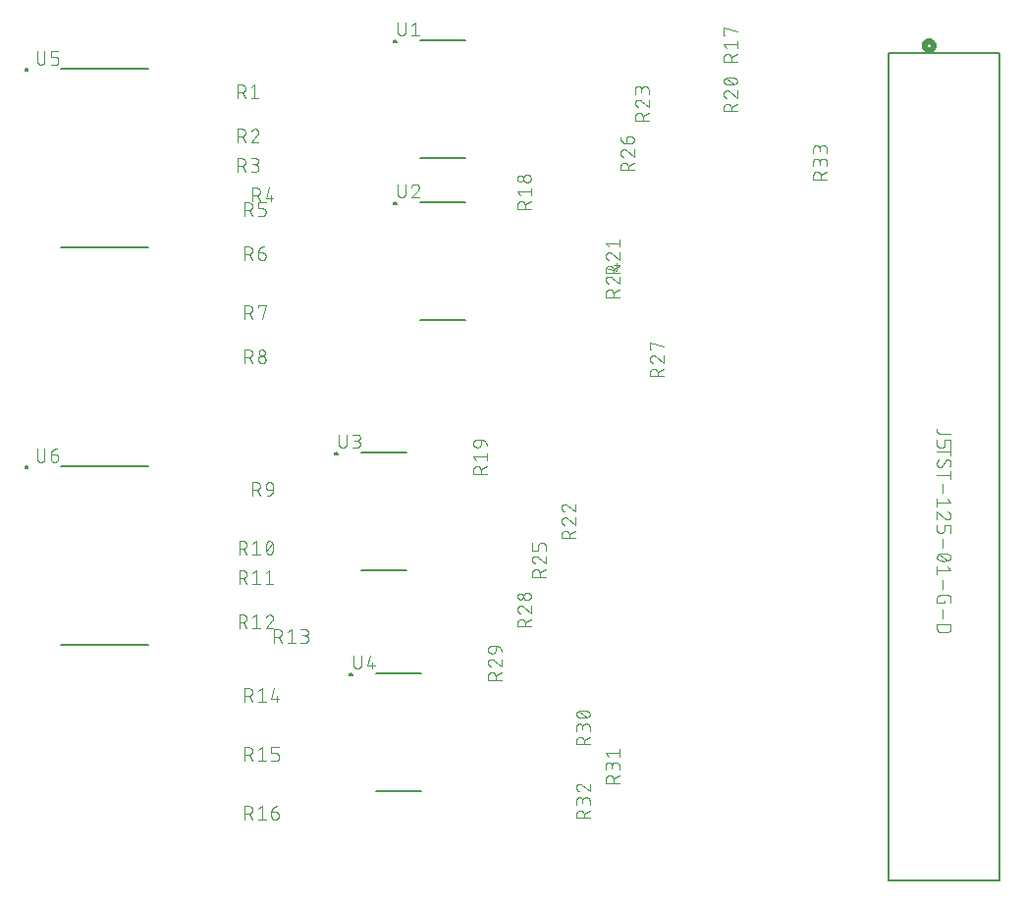
<source format=gto>
G04 EAGLE Gerber RS-274X export*
G75*
%MOMM*%
%FSLAX34Y34*%
%LPD*%
%INSilkscreen Top*%
%IPPOS*%
%AMOC8*
5,1,8,0,0,1.08239X$1,22.5*%
G01*
%ADD10C,0.152400*%
%ADD11C,0.508000*%
%ADD12C,0.076200*%
%ADD13C,0.101600*%
%ADD14C,0.200000*%
%ADD15C,0.127000*%


D10*
X1057148Y839470D02*
X1057148Y125730D01*
X1152652Y125730D01*
X1152652Y839470D01*
X1057148Y839470D01*
D11*
X1092200Y842010D02*
X1092078Y842012D01*
X1091956Y842018D01*
X1091834Y842028D01*
X1091713Y842041D01*
X1091592Y842059D01*
X1091472Y842080D01*
X1091352Y842106D01*
X1091234Y842135D01*
X1091116Y842167D01*
X1090999Y842204D01*
X1090884Y842244D01*
X1090770Y842288D01*
X1090658Y842336D01*
X1090547Y842387D01*
X1090438Y842442D01*
X1090330Y842500D01*
X1090225Y842562D01*
X1090122Y842627D01*
X1090020Y842695D01*
X1089921Y842767D01*
X1089825Y842841D01*
X1089730Y842919D01*
X1089639Y843000D01*
X1089549Y843083D01*
X1089463Y843169D01*
X1089380Y843259D01*
X1089299Y843350D01*
X1089221Y843445D01*
X1089147Y843541D01*
X1089075Y843640D01*
X1089007Y843742D01*
X1088942Y843845D01*
X1088880Y843950D01*
X1088822Y844058D01*
X1088767Y844167D01*
X1088716Y844278D01*
X1088668Y844390D01*
X1088624Y844504D01*
X1088584Y844619D01*
X1088547Y844736D01*
X1088515Y844854D01*
X1088486Y844972D01*
X1088460Y845092D01*
X1088439Y845212D01*
X1088421Y845333D01*
X1088408Y845454D01*
X1088398Y845576D01*
X1088392Y845698D01*
X1088390Y845820D01*
X1088392Y845942D01*
X1088398Y846064D01*
X1088408Y846186D01*
X1088421Y846307D01*
X1088439Y846428D01*
X1088460Y846548D01*
X1088486Y846668D01*
X1088515Y846786D01*
X1088547Y846904D01*
X1088584Y847021D01*
X1088624Y847136D01*
X1088668Y847250D01*
X1088716Y847362D01*
X1088767Y847473D01*
X1088822Y847582D01*
X1088880Y847690D01*
X1088942Y847795D01*
X1089007Y847898D01*
X1089075Y848000D01*
X1089147Y848099D01*
X1089221Y848195D01*
X1089299Y848290D01*
X1089380Y848381D01*
X1089463Y848471D01*
X1089549Y848557D01*
X1089639Y848640D01*
X1089730Y848721D01*
X1089825Y848799D01*
X1089921Y848873D01*
X1090020Y848945D01*
X1090122Y849013D01*
X1090225Y849078D01*
X1090330Y849140D01*
X1090438Y849198D01*
X1090547Y849253D01*
X1090658Y849304D01*
X1090770Y849352D01*
X1090884Y849396D01*
X1090999Y849436D01*
X1091116Y849473D01*
X1091234Y849505D01*
X1091352Y849534D01*
X1091472Y849560D01*
X1091592Y849581D01*
X1091713Y849599D01*
X1091834Y849612D01*
X1091956Y849622D01*
X1092078Y849628D01*
X1092200Y849630D01*
X1092322Y849628D01*
X1092444Y849622D01*
X1092566Y849612D01*
X1092687Y849599D01*
X1092808Y849581D01*
X1092928Y849560D01*
X1093048Y849534D01*
X1093166Y849505D01*
X1093284Y849473D01*
X1093401Y849436D01*
X1093516Y849396D01*
X1093630Y849352D01*
X1093742Y849304D01*
X1093853Y849253D01*
X1093962Y849198D01*
X1094070Y849140D01*
X1094175Y849078D01*
X1094278Y849013D01*
X1094380Y848945D01*
X1094479Y848873D01*
X1094575Y848799D01*
X1094670Y848721D01*
X1094761Y848640D01*
X1094851Y848557D01*
X1094937Y848471D01*
X1095020Y848381D01*
X1095101Y848290D01*
X1095179Y848195D01*
X1095253Y848099D01*
X1095325Y848000D01*
X1095393Y847898D01*
X1095458Y847795D01*
X1095520Y847690D01*
X1095578Y847582D01*
X1095633Y847473D01*
X1095684Y847362D01*
X1095732Y847250D01*
X1095776Y847136D01*
X1095816Y847021D01*
X1095853Y846904D01*
X1095885Y846786D01*
X1095914Y846668D01*
X1095940Y846548D01*
X1095961Y846428D01*
X1095979Y846307D01*
X1095992Y846186D01*
X1096002Y846064D01*
X1096008Y845942D01*
X1096010Y845820D01*
X1096008Y845698D01*
X1096002Y845576D01*
X1095992Y845454D01*
X1095979Y845333D01*
X1095961Y845212D01*
X1095940Y845092D01*
X1095914Y844972D01*
X1095885Y844854D01*
X1095853Y844736D01*
X1095816Y844619D01*
X1095776Y844504D01*
X1095732Y844390D01*
X1095684Y844278D01*
X1095633Y844167D01*
X1095578Y844058D01*
X1095520Y843950D01*
X1095458Y843845D01*
X1095393Y843742D01*
X1095325Y843640D01*
X1095253Y843541D01*
X1095179Y843445D01*
X1095101Y843350D01*
X1095020Y843259D01*
X1094937Y843169D01*
X1094851Y843083D01*
X1094761Y843000D01*
X1094670Y842919D01*
X1094575Y842841D01*
X1094479Y842767D01*
X1094380Y842695D01*
X1094278Y842627D01*
X1094175Y842562D01*
X1094070Y842500D01*
X1093962Y842442D01*
X1093853Y842387D01*
X1093742Y842336D01*
X1093630Y842288D01*
X1093516Y842244D01*
X1093401Y842204D01*
X1093284Y842167D01*
X1093166Y842135D01*
X1093048Y842106D01*
X1092928Y842080D01*
X1092808Y842059D01*
X1092687Y842041D01*
X1092566Y842028D01*
X1092444Y842018D01*
X1092322Y842012D01*
X1092200Y842010D01*
D12*
X1101584Y511006D02*
X1110869Y511006D01*
X1101584Y511006D02*
X1101482Y511008D01*
X1101381Y511014D01*
X1101280Y511024D01*
X1101179Y511037D01*
X1101079Y511055D01*
X1100980Y511076D01*
X1100881Y511101D01*
X1100784Y511130D01*
X1100687Y511162D01*
X1100592Y511198D01*
X1100499Y511238D01*
X1100407Y511281D01*
X1100317Y511328D01*
X1100228Y511379D01*
X1100142Y511432D01*
X1100058Y511489D01*
X1099976Y511549D01*
X1099896Y511612D01*
X1099819Y511678D01*
X1099744Y511747D01*
X1099672Y511819D01*
X1099603Y511894D01*
X1099537Y511971D01*
X1099474Y512051D01*
X1099414Y512133D01*
X1099357Y512217D01*
X1099304Y512303D01*
X1099253Y512392D01*
X1099206Y512482D01*
X1099163Y512574D01*
X1099123Y512667D01*
X1099087Y512762D01*
X1099055Y512859D01*
X1099026Y512956D01*
X1099001Y513055D01*
X1098980Y513154D01*
X1098962Y513254D01*
X1098949Y513355D01*
X1098939Y513456D01*
X1098933Y513557D01*
X1098931Y513659D01*
X1098931Y514985D01*
X1098931Y505868D02*
X1098931Y501888D01*
X1098933Y501786D01*
X1098939Y501685D01*
X1098949Y501584D01*
X1098962Y501483D01*
X1098980Y501383D01*
X1099001Y501284D01*
X1099026Y501185D01*
X1099055Y501088D01*
X1099087Y500991D01*
X1099123Y500896D01*
X1099163Y500803D01*
X1099206Y500711D01*
X1099253Y500621D01*
X1099304Y500532D01*
X1099357Y500446D01*
X1099414Y500362D01*
X1099474Y500280D01*
X1099537Y500200D01*
X1099603Y500123D01*
X1099672Y500048D01*
X1099744Y499976D01*
X1099819Y499907D01*
X1099896Y499841D01*
X1099976Y499778D01*
X1100058Y499718D01*
X1100142Y499661D01*
X1100228Y499608D01*
X1100317Y499557D01*
X1100407Y499510D01*
X1100499Y499467D01*
X1100592Y499427D01*
X1100687Y499391D01*
X1100783Y499359D01*
X1100881Y499330D01*
X1100979Y499305D01*
X1101079Y499284D01*
X1101179Y499266D01*
X1101280Y499253D01*
X1101381Y499243D01*
X1101482Y499237D01*
X1101584Y499235D01*
X1102910Y499235D01*
X1103012Y499237D01*
X1103113Y499243D01*
X1103214Y499253D01*
X1103315Y499266D01*
X1103415Y499284D01*
X1103514Y499305D01*
X1103613Y499330D01*
X1103710Y499359D01*
X1103807Y499391D01*
X1103902Y499427D01*
X1103995Y499467D01*
X1104087Y499510D01*
X1104177Y499557D01*
X1104266Y499608D01*
X1104352Y499661D01*
X1104436Y499718D01*
X1104518Y499778D01*
X1104598Y499841D01*
X1104675Y499907D01*
X1104750Y499976D01*
X1104822Y500048D01*
X1104891Y500123D01*
X1104957Y500200D01*
X1105020Y500280D01*
X1105080Y500362D01*
X1105137Y500446D01*
X1105190Y500532D01*
X1105241Y500621D01*
X1105288Y500711D01*
X1105331Y500803D01*
X1105371Y500896D01*
X1105407Y500991D01*
X1105439Y501088D01*
X1105468Y501185D01*
X1105493Y501284D01*
X1105514Y501383D01*
X1105532Y501483D01*
X1105545Y501584D01*
X1105555Y501685D01*
X1105561Y501786D01*
X1105563Y501888D01*
X1105563Y505868D01*
X1110869Y505868D01*
X1110869Y499235D01*
X1110869Y496175D02*
X1098931Y496175D01*
X1110869Y499491D02*
X1110869Y492859D01*
X1101584Y482572D02*
X1101482Y482574D01*
X1101381Y482580D01*
X1101280Y482590D01*
X1101179Y482603D01*
X1101079Y482621D01*
X1100980Y482642D01*
X1100881Y482667D01*
X1100784Y482696D01*
X1100687Y482728D01*
X1100592Y482764D01*
X1100499Y482804D01*
X1100407Y482847D01*
X1100317Y482894D01*
X1100228Y482945D01*
X1100142Y482998D01*
X1100058Y483055D01*
X1099976Y483115D01*
X1099896Y483178D01*
X1099819Y483244D01*
X1099744Y483313D01*
X1099672Y483385D01*
X1099603Y483460D01*
X1099537Y483537D01*
X1099474Y483617D01*
X1099414Y483699D01*
X1099357Y483783D01*
X1099304Y483869D01*
X1099253Y483958D01*
X1099206Y484048D01*
X1099163Y484140D01*
X1099123Y484233D01*
X1099087Y484328D01*
X1099055Y484425D01*
X1099026Y484522D01*
X1099001Y484621D01*
X1098980Y484720D01*
X1098962Y484820D01*
X1098949Y484921D01*
X1098939Y485022D01*
X1098933Y485123D01*
X1098931Y485225D01*
X1098933Y485373D01*
X1098939Y485520D01*
X1098948Y485667D01*
X1098962Y485814D01*
X1098979Y485960D01*
X1099001Y486106D01*
X1099026Y486252D01*
X1099055Y486396D01*
X1099087Y486540D01*
X1099124Y486683D01*
X1099164Y486825D01*
X1099208Y486966D01*
X1099256Y487105D01*
X1099307Y487243D01*
X1099362Y487380D01*
X1099421Y487516D01*
X1099483Y487650D01*
X1099548Y487782D01*
X1099617Y487912D01*
X1099690Y488040D01*
X1099765Y488167D01*
X1099844Y488292D01*
X1099927Y488414D01*
X1100012Y488534D01*
X1100101Y488652D01*
X1100193Y488767D01*
X1100287Y488880D01*
X1100385Y488991D01*
X1100486Y489099D01*
X1100589Y489204D01*
X1108216Y488873D02*
X1108318Y488871D01*
X1108419Y488865D01*
X1108520Y488855D01*
X1108621Y488842D01*
X1108721Y488824D01*
X1108820Y488803D01*
X1108919Y488778D01*
X1109016Y488749D01*
X1109113Y488717D01*
X1109208Y488681D01*
X1109301Y488641D01*
X1109393Y488598D01*
X1109483Y488551D01*
X1109572Y488500D01*
X1109658Y488447D01*
X1109742Y488390D01*
X1109824Y488330D01*
X1109904Y488267D01*
X1109981Y488201D01*
X1110056Y488132D01*
X1110128Y488060D01*
X1110197Y487985D01*
X1110263Y487908D01*
X1110326Y487828D01*
X1110386Y487746D01*
X1110443Y487662D01*
X1110496Y487576D01*
X1110547Y487487D01*
X1110594Y487397D01*
X1110637Y487305D01*
X1110677Y487212D01*
X1110713Y487117D01*
X1110745Y487020D01*
X1110774Y486923D01*
X1110799Y486824D01*
X1110820Y486725D01*
X1110838Y486625D01*
X1110851Y486524D01*
X1110861Y486423D01*
X1110867Y486322D01*
X1110869Y486220D01*
X1110867Y486081D01*
X1110861Y485942D01*
X1110851Y485803D01*
X1110838Y485665D01*
X1110820Y485526D01*
X1110799Y485389D01*
X1110774Y485252D01*
X1110745Y485116D01*
X1110712Y484981D01*
X1110676Y484846D01*
X1110635Y484713D01*
X1110591Y484581D01*
X1110544Y484450D01*
X1110492Y484321D01*
X1110437Y484193D01*
X1110379Y484067D01*
X1110317Y483942D01*
X1110251Y483820D01*
X1110183Y483699D01*
X1110110Y483580D01*
X1110035Y483463D01*
X1109956Y483348D01*
X1109874Y483236D01*
X1105895Y487546D02*
X1105947Y487631D01*
X1106003Y487714D01*
X1106061Y487795D01*
X1106123Y487874D01*
X1106187Y487950D01*
X1106254Y488024D01*
X1106324Y488096D01*
X1106396Y488164D01*
X1106471Y488231D01*
X1106548Y488294D01*
X1106628Y488354D01*
X1106710Y488412D01*
X1106794Y488466D01*
X1106879Y488517D01*
X1106967Y488565D01*
X1107056Y488610D01*
X1107147Y488651D01*
X1107240Y488689D01*
X1107334Y488723D01*
X1107428Y488754D01*
X1107525Y488782D01*
X1107622Y488806D01*
X1107719Y488826D01*
X1107818Y488842D01*
X1107917Y488855D01*
X1108016Y488865D01*
X1108116Y488870D01*
X1108216Y488872D01*
X1103905Y483898D02*
X1103853Y483813D01*
X1103797Y483730D01*
X1103739Y483649D01*
X1103677Y483570D01*
X1103613Y483494D01*
X1103546Y483420D01*
X1103476Y483348D01*
X1103404Y483280D01*
X1103329Y483213D01*
X1103252Y483150D01*
X1103172Y483090D01*
X1103090Y483032D01*
X1103006Y482978D01*
X1102921Y482927D01*
X1102833Y482879D01*
X1102744Y482834D01*
X1102653Y482793D01*
X1102560Y482755D01*
X1102467Y482721D01*
X1102372Y482690D01*
X1102275Y482662D01*
X1102178Y482638D01*
X1102081Y482618D01*
X1101982Y482602D01*
X1101883Y482589D01*
X1101784Y482579D01*
X1101684Y482574D01*
X1101584Y482572D01*
X1103905Y483898D02*
X1105895Y487546D01*
X1110869Y475601D02*
X1098931Y475601D01*
X1110869Y478917D02*
X1110869Y472285D01*
X1103574Y468150D02*
X1103574Y460192D01*
X1108216Y455295D02*
X1110869Y451979D01*
X1098931Y451979D01*
X1098931Y455295D02*
X1098931Y448663D01*
X1107885Y437232D02*
X1107992Y437234D01*
X1108098Y437240D01*
X1108204Y437249D01*
X1108310Y437262D01*
X1108415Y437279D01*
X1108520Y437300D01*
X1108623Y437325D01*
X1108726Y437353D01*
X1108828Y437385D01*
X1108928Y437420D01*
X1109027Y437459D01*
X1109125Y437502D01*
X1109221Y437548D01*
X1109316Y437597D01*
X1109408Y437650D01*
X1109499Y437706D01*
X1109587Y437765D01*
X1109674Y437827D01*
X1109758Y437893D01*
X1109840Y437961D01*
X1109919Y438032D01*
X1109996Y438106D01*
X1110070Y438183D01*
X1110141Y438262D01*
X1110209Y438344D01*
X1110275Y438428D01*
X1110337Y438515D01*
X1110396Y438603D01*
X1110452Y438694D01*
X1110505Y438786D01*
X1110554Y438881D01*
X1110600Y438977D01*
X1110643Y439075D01*
X1110682Y439174D01*
X1110717Y439274D01*
X1110749Y439376D01*
X1110777Y439479D01*
X1110802Y439582D01*
X1110823Y439687D01*
X1110840Y439792D01*
X1110853Y439898D01*
X1110862Y440004D01*
X1110868Y440110D01*
X1110870Y440217D01*
X1110869Y440217D02*
X1110867Y440338D01*
X1110861Y440458D01*
X1110852Y440578D01*
X1110839Y440698D01*
X1110822Y440817D01*
X1110801Y440936D01*
X1110777Y441054D01*
X1110748Y441171D01*
X1110717Y441287D01*
X1110681Y441403D01*
X1110642Y441517D01*
X1110599Y441629D01*
X1110553Y441741D01*
X1110504Y441851D01*
X1110450Y441959D01*
X1110394Y442065D01*
X1110334Y442170D01*
X1110271Y442273D01*
X1110205Y442373D01*
X1110136Y442472D01*
X1110063Y442568D01*
X1109988Y442662D01*
X1109910Y442754D01*
X1109828Y442843D01*
X1109744Y442930D01*
X1109658Y443014D01*
X1109569Y443095D01*
X1109477Y443173D01*
X1109383Y443248D01*
X1109286Y443320D01*
X1109188Y443390D01*
X1109087Y443456D01*
X1108984Y443519D01*
X1108879Y443578D01*
X1108773Y443635D01*
X1108664Y443688D01*
X1108555Y443737D01*
X1108443Y443783D01*
X1108330Y443826D01*
X1108216Y443864D01*
X1105563Y438228D02*
X1105643Y438148D01*
X1105725Y438070D01*
X1105809Y437996D01*
X1105897Y437924D01*
X1105987Y437856D01*
X1106079Y437790D01*
X1106173Y437728D01*
X1106269Y437670D01*
X1106368Y437615D01*
X1106468Y437563D01*
X1106570Y437515D01*
X1106674Y437470D01*
X1106779Y437430D01*
X1106886Y437393D01*
X1106994Y437359D01*
X1107103Y437330D01*
X1107213Y437304D01*
X1107324Y437283D01*
X1107435Y437265D01*
X1107547Y437251D01*
X1107659Y437241D01*
X1107772Y437235D01*
X1107885Y437233D01*
X1105563Y438228D02*
X1098931Y443865D01*
X1098931Y437233D01*
X1098931Y432435D02*
X1098931Y428456D01*
X1098933Y428354D01*
X1098939Y428253D01*
X1098949Y428152D01*
X1098962Y428051D01*
X1098980Y427951D01*
X1099001Y427852D01*
X1099026Y427753D01*
X1099055Y427656D01*
X1099087Y427559D01*
X1099123Y427464D01*
X1099163Y427371D01*
X1099206Y427279D01*
X1099253Y427189D01*
X1099304Y427100D01*
X1099357Y427014D01*
X1099414Y426930D01*
X1099474Y426848D01*
X1099537Y426768D01*
X1099603Y426691D01*
X1099672Y426616D01*
X1099744Y426544D01*
X1099819Y426475D01*
X1099896Y426409D01*
X1099976Y426346D01*
X1100058Y426286D01*
X1100142Y426229D01*
X1100228Y426176D01*
X1100317Y426125D01*
X1100407Y426078D01*
X1100499Y426035D01*
X1100592Y425995D01*
X1100687Y425959D01*
X1100783Y425927D01*
X1100881Y425898D01*
X1100979Y425873D01*
X1101079Y425852D01*
X1101179Y425834D01*
X1101280Y425821D01*
X1101381Y425811D01*
X1101482Y425805D01*
X1101584Y425803D01*
X1102910Y425803D01*
X1103012Y425805D01*
X1103113Y425811D01*
X1103214Y425821D01*
X1103315Y425834D01*
X1103415Y425852D01*
X1103514Y425873D01*
X1103613Y425898D01*
X1103710Y425927D01*
X1103807Y425959D01*
X1103902Y425995D01*
X1103995Y426035D01*
X1104087Y426078D01*
X1104177Y426125D01*
X1104266Y426176D01*
X1104352Y426229D01*
X1104436Y426286D01*
X1104518Y426346D01*
X1104598Y426409D01*
X1104675Y426475D01*
X1104750Y426544D01*
X1104822Y426616D01*
X1104891Y426691D01*
X1104957Y426768D01*
X1105020Y426848D01*
X1105080Y426930D01*
X1105137Y427014D01*
X1105190Y427100D01*
X1105241Y427189D01*
X1105288Y427279D01*
X1105331Y427371D01*
X1105371Y427464D01*
X1105407Y427559D01*
X1105439Y427656D01*
X1105468Y427753D01*
X1105493Y427852D01*
X1105514Y427951D01*
X1105532Y428051D01*
X1105545Y428152D01*
X1105555Y428253D01*
X1105561Y428354D01*
X1105563Y428456D01*
X1105563Y432435D01*
X1110869Y432435D01*
X1110869Y425803D01*
X1103574Y420906D02*
X1103574Y412948D01*
X1104900Y408051D02*
X1105135Y408048D01*
X1105370Y408040D01*
X1105604Y408026D01*
X1105838Y408006D01*
X1106072Y407981D01*
X1106304Y407950D01*
X1106536Y407914D01*
X1106768Y407872D01*
X1106998Y407825D01*
X1107226Y407772D01*
X1107454Y407714D01*
X1107680Y407650D01*
X1107904Y407581D01*
X1108127Y407507D01*
X1108348Y407427D01*
X1108567Y407342D01*
X1108784Y407252D01*
X1108999Y407157D01*
X1109211Y407056D01*
X1109303Y407023D01*
X1109394Y406985D01*
X1109483Y406944D01*
X1109571Y406900D01*
X1109656Y406852D01*
X1109740Y406801D01*
X1109822Y406746D01*
X1109901Y406688D01*
X1109978Y406627D01*
X1110052Y406563D01*
X1110124Y406496D01*
X1110193Y406426D01*
X1110259Y406354D01*
X1110323Y406279D01*
X1110383Y406201D01*
X1110440Y406121D01*
X1110494Y406039D01*
X1110544Y405955D01*
X1110591Y405869D01*
X1110635Y405781D01*
X1110675Y405691D01*
X1110712Y405600D01*
X1110744Y405507D01*
X1110773Y405413D01*
X1110799Y405319D01*
X1110820Y405223D01*
X1110838Y405126D01*
X1110851Y405029D01*
X1110861Y404931D01*
X1110867Y404833D01*
X1110869Y404735D01*
X1110867Y404637D01*
X1110861Y404539D01*
X1110851Y404441D01*
X1110838Y404344D01*
X1110820Y404247D01*
X1110799Y404151D01*
X1110773Y404057D01*
X1110744Y403963D01*
X1110712Y403870D01*
X1110675Y403779D01*
X1110635Y403689D01*
X1110591Y403601D01*
X1110544Y403515D01*
X1110494Y403431D01*
X1110440Y403349D01*
X1110383Y403269D01*
X1110323Y403191D01*
X1110259Y403116D01*
X1110193Y403044D01*
X1110124Y402974D01*
X1110052Y402907D01*
X1109978Y402843D01*
X1109901Y402782D01*
X1109822Y402724D01*
X1109740Y402669D01*
X1109656Y402618D01*
X1109571Y402570D01*
X1109483Y402526D01*
X1109394Y402485D01*
X1109303Y402447D01*
X1109211Y402414D01*
X1108999Y402313D01*
X1108784Y402218D01*
X1108567Y402128D01*
X1108348Y402043D01*
X1108127Y401963D01*
X1107905Y401889D01*
X1107680Y401820D01*
X1107454Y401756D01*
X1107226Y401698D01*
X1106998Y401645D01*
X1106768Y401598D01*
X1106536Y401556D01*
X1106304Y401520D01*
X1106072Y401489D01*
X1105838Y401464D01*
X1105604Y401444D01*
X1105370Y401430D01*
X1105135Y401422D01*
X1104900Y401419D01*
X1104900Y408051D02*
X1104665Y408048D01*
X1104430Y408040D01*
X1104196Y408026D01*
X1103962Y408006D01*
X1103728Y407981D01*
X1103496Y407950D01*
X1103264Y407914D01*
X1103033Y407872D01*
X1102802Y407825D01*
X1102574Y407772D01*
X1102346Y407714D01*
X1102120Y407650D01*
X1101896Y407581D01*
X1101673Y407507D01*
X1101452Y407427D01*
X1101233Y407342D01*
X1101016Y407252D01*
X1100801Y407157D01*
X1100589Y407056D01*
X1100497Y407023D01*
X1100406Y406985D01*
X1100317Y406944D01*
X1100229Y406900D01*
X1100144Y406852D01*
X1100060Y406801D01*
X1099978Y406746D01*
X1099899Y406688D01*
X1099822Y406627D01*
X1099748Y406563D01*
X1099676Y406496D01*
X1099607Y406426D01*
X1099541Y406354D01*
X1099477Y406279D01*
X1099417Y406201D01*
X1099360Y406121D01*
X1099306Y406039D01*
X1099256Y405955D01*
X1099209Y405869D01*
X1099165Y405781D01*
X1099125Y405691D01*
X1099088Y405600D01*
X1099056Y405507D01*
X1099027Y405413D01*
X1099001Y405319D01*
X1098980Y405223D01*
X1098962Y405126D01*
X1098949Y405029D01*
X1098939Y404931D01*
X1098933Y404833D01*
X1098931Y404735D01*
X1100589Y402414D02*
X1100801Y402313D01*
X1101016Y402218D01*
X1101233Y402128D01*
X1101452Y402043D01*
X1101673Y401963D01*
X1101896Y401889D01*
X1102120Y401820D01*
X1102346Y401756D01*
X1102574Y401698D01*
X1102802Y401645D01*
X1103032Y401598D01*
X1103264Y401556D01*
X1103496Y401520D01*
X1103728Y401489D01*
X1103962Y401464D01*
X1104196Y401444D01*
X1104430Y401430D01*
X1104665Y401422D01*
X1104900Y401419D01*
X1100589Y402414D02*
X1100497Y402447D01*
X1100406Y402485D01*
X1100317Y402526D01*
X1100229Y402570D01*
X1100144Y402618D01*
X1100060Y402670D01*
X1099978Y402724D01*
X1099899Y402782D01*
X1099822Y402843D01*
X1099748Y402907D01*
X1099676Y402974D01*
X1099607Y403044D01*
X1099541Y403116D01*
X1099477Y403191D01*
X1099417Y403269D01*
X1099360Y403349D01*
X1099306Y403431D01*
X1099256Y403515D01*
X1099209Y403601D01*
X1099165Y403689D01*
X1099125Y403779D01*
X1099088Y403870D01*
X1099056Y403963D01*
X1099027Y404057D01*
X1099001Y404151D01*
X1098980Y404247D01*
X1098962Y404344D01*
X1098949Y404441D01*
X1098939Y404539D01*
X1098933Y404637D01*
X1098931Y404735D01*
X1101584Y407388D02*
X1108216Y402082D01*
X1108216Y396621D02*
X1110869Y393305D01*
X1098931Y393305D01*
X1098931Y396621D02*
X1098931Y389989D01*
X1103574Y385093D02*
X1103574Y377134D01*
X1105563Y367214D02*
X1105563Y365224D01*
X1098931Y365224D01*
X1098931Y369203D01*
X1098933Y369305D01*
X1098939Y369406D01*
X1098949Y369507D01*
X1098962Y369608D01*
X1098980Y369708D01*
X1099001Y369807D01*
X1099026Y369906D01*
X1099055Y370003D01*
X1099087Y370100D01*
X1099123Y370195D01*
X1099163Y370288D01*
X1099206Y370380D01*
X1099253Y370470D01*
X1099304Y370559D01*
X1099357Y370645D01*
X1099414Y370729D01*
X1099474Y370811D01*
X1099537Y370891D01*
X1099603Y370968D01*
X1099672Y371043D01*
X1099744Y371115D01*
X1099819Y371184D01*
X1099896Y371250D01*
X1099976Y371313D01*
X1100058Y371373D01*
X1100142Y371430D01*
X1100228Y371483D01*
X1100317Y371534D01*
X1100407Y371581D01*
X1100499Y371624D01*
X1100592Y371664D01*
X1100687Y371700D01*
X1100784Y371732D01*
X1100881Y371761D01*
X1100980Y371786D01*
X1101079Y371807D01*
X1101179Y371825D01*
X1101280Y371838D01*
X1101381Y371848D01*
X1101482Y371854D01*
X1101584Y371856D01*
X1108216Y371856D01*
X1108318Y371854D01*
X1108419Y371848D01*
X1108520Y371838D01*
X1108621Y371825D01*
X1108721Y371807D01*
X1108820Y371786D01*
X1108919Y371761D01*
X1109016Y371732D01*
X1109113Y371700D01*
X1109208Y371664D01*
X1109301Y371624D01*
X1109393Y371581D01*
X1109483Y371534D01*
X1109572Y371483D01*
X1109658Y371430D01*
X1109742Y371373D01*
X1109824Y371313D01*
X1109904Y371250D01*
X1109981Y371184D01*
X1110056Y371115D01*
X1110128Y371043D01*
X1110197Y370968D01*
X1110263Y370891D01*
X1110326Y370811D01*
X1110386Y370729D01*
X1110443Y370645D01*
X1110496Y370559D01*
X1110547Y370470D01*
X1110594Y370380D01*
X1110637Y370288D01*
X1110677Y370195D01*
X1110713Y370100D01*
X1110745Y370003D01*
X1110774Y369906D01*
X1110799Y369808D01*
X1110820Y369708D01*
X1110838Y369608D01*
X1110851Y369507D01*
X1110861Y369406D01*
X1110867Y369305D01*
X1110869Y369203D01*
X1110869Y365224D01*
X1103574Y359947D02*
X1103574Y351988D01*
X1098931Y346710D02*
X1110869Y346710D01*
X1110869Y343394D01*
X1110867Y343281D01*
X1110861Y343168D01*
X1110852Y343055D01*
X1110838Y342942D01*
X1110821Y342831D01*
X1110800Y342719D01*
X1110775Y342609D01*
X1110746Y342499D01*
X1110714Y342391D01*
X1110678Y342284D01*
X1110638Y342178D01*
X1110594Y342073D01*
X1110548Y341970D01*
X1110497Y341868D01*
X1110443Y341769D01*
X1110386Y341671D01*
X1110326Y341575D01*
X1110262Y341482D01*
X1110195Y341390D01*
X1110125Y341301D01*
X1110052Y341215D01*
X1109976Y341131D01*
X1109898Y341049D01*
X1109816Y340971D01*
X1109732Y340895D01*
X1109646Y340822D01*
X1109557Y340752D01*
X1109465Y340685D01*
X1109372Y340621D01*
X1109276Y340561D01*
X1109178Y340504D01*
X1109079Y340450D01*
X1108977Y340399D01*
X1108874Y340353D01*
X1108769Y340309D01*
X1108663Y340269D01*
X1108556Y340233D01*
X1108448Y340201D01*
X1108338Y340172D01*
X1108228Y340147D01*
X1108116Y340126D01*
X1108005Y340109D01*
X1107892Y340095D01*
X1107779Y340086D01*
X1107666Y340080D01*
X1107553Y340078D01*
X1102247Y340078D01*
X1102134Y340080D01*
X1102021Y340086D01*
X1101908Y340095D01*
X1101795Y340109D01*
X1101684Y340126D01*
X1101572Y340147D01*
X1101462Y340172D01*
X1101352Y340201D01*
X1101244Y340233D01*
X1101137Y340269D01*
X1101031Y340309D01*
X1100926Y340353D01*
X1100823Y340399D01*
X1100721Y340450D01*
X1100622Y340504D01*
X1100524Y340561D01*
X1100428Y340621D01*
X1100335Y340685D01*
X1100243Y340752D01*
X1100154Y340822D01*
X1100068Y340895D01*
X1099984Y340971D01*
X1099902Y341049D01*
X1099824Y341131D01*
X1099748Y341215D01*
X1099675Y341301D01*
X1099605Y341390D01*
X1099538Y341482D01*
X1099474Y341575D01*
X1099414Y341671D01*
X1099357Y341769D01*
X1099303Y341868D01*
X1099252Y341970D01*
X1099206Y342073D01*
X1099162Y342178D01*
X1099122Y342284D01*
X1099086Y342391D01*
X1099054Y342499D01*
X1099025Y342609D01*
X1099000Y342719D01*
X1098979Y342831D01*
X1098962Y342942D01*
X1098948Y343055D01*
X1098939Y343168D01*
X1098933Y343281D01*
X1098931Y343394D01*
X1098931Y346710D01*
D13*
X495995Y800608D02*
X495995Y812292D01*
X499240Y812292D01*
X499353Y812290D01*
X499466Y812284D01*
X499579Y812274D01*
X499692Y812260D01*
X499804Y812243D01*
X499915Y812221D01*
X500025Y812196D01*
X500135Y812166D01*
X500243Y812133D01*
X500350Y812096D01*
X500456Y812056D01*
X500560Y812011D01*
X500663Y811963D01*
X500764Y811912D01*
X500863Y811857D01*
X500960Y811799D01*
X501055Y811737D01*
X501148Y811672D01*
X501238Y811604D01*
X501326Y811533D01*
X501412Y811458D01*
X501495Y811381D01*
X501575Y811301D01*
X501652Y811218D01*
X501727Y811132D01*
X501798Y811044D01*
X501866Y810954D01*
X501931Y810861D01*
X501993Y810766D01*
X502051Y810669D01*
X502106Y810570D01*
X502157Y810469D01*
X502205Y810366D01*
X502250Y810262D01*
X502290Y810156D01*
X502327Y810049D01*
X502360Y809941D01*
X502390Y809831D01*
X502415Y809721D01*
X502437Y809610D01*
X502454Y809498D01*
X502468Y809385D01*
X502478Y809272D01*
X502484Y809159D01*
X502486Y809046D01*
X502484Y808933D01*
X502478Y808820D01*
X502468Y808707D01*
X502454Y808594D01*
X502437Y808482D01*
X502415Y808371D01*
X502390Y808261D01*
X502360Y808151D01*
X502327Y808043D01*
X502290Y807936D01*
X502250Y807830D01*
X502205Y807726D01*
X502157Y807623D01*
X502106Y807522D01*
X502051Y807423D01*
X501993Y807326D01*
X501931Y807231D01*
X501866Y807138D01*
X501798Y807048D01*
X501727Y806960D01*
X501652Y806874D01*
X501575Y806791D01*
X501495Y806711D01*
X501412Y806634D01*
X501326Y806559D01*
X501238Y806488D01*
X501148Y806420D01*
X501055Y806355D01*
X500960Y806293D01*
X500863Y806235D01*
X500764Y806180D01*
X500663Y806129D01*
X500560Y806081D01*
X500456Y806036D01*
X500350Y805996D01*
X500243Y805959D01*
X500135Y805926D01*
X500025Y805896D01*
X499915Y805871D01*
X499804Y805849D01*
X499692Y805832D01*
X499579Y805818D01*
X499466Y805808D01*
X499353Y805802D01*
X499240Y805800D01*
X499240Y805801D02*
X495995Y805801D01*
X499889Y805801D02*
X502486Y800608D01*
X507351Y809696D02*
X510596Y812292D01*
X510596Y800608D01*
X507351Y800608D02*
X513842Y800608D01*
X497265Y418592D02*
X497265Y406908D01*
X497265Y418592D02*
X500510Y418592D01*
X500623Y418590D01*
X500736Y418584D01*
X500849Y418574D01*
X500962Y418560D01*
X501074Y418543D01*
X501185Y418521D01*
X501295Y418496D01*
X501405Y418466D01*
X501513Y418433D01*
X501620Y418396D01*
X501726Y418356D01*
X501830Y418311D01*
X501933Y418263D01*
X502034Y418212D01*
X502133Y418157D01*
X502230Y418099D01*
X502325Y418037D01*
X502418Y417972D01*
X502508Y417904D01*
X502596Y417833D01*
X502682Y417758D01*
X502765Y417681D01*
X502845Y417601D01*
X502922Y417518D01*
X502997Y417432D01*
X503068Y417344D01*
X503136Y417254D01*
X503201Y417161D01*
X503263Y417066D01*
X503321Y416969D01*
X503376Y416870D01*
X503427Y416769D01*
X503475Y416666D01*
X503520Y416562D01*
X503560Y416456D01*
X503597Y416349D01*
X503630Y416241D01*
X503660Y416131D01*
X503685Y416021D01*
X503707Y415910D01*
X503724Y415798D01*
X503738Y415685D01*
X503748Y415572D01*
X503754Y415459D01*
X503756Y415346D01*
X503754Y415233D01*
X503748Y415120D01*
X503738Y415007D01*
X503724Y414894D01*
X503707Y414782D01*
X503685Y414671D01*
X503660Y414561D01*
X503630Y414451D01*
X503597Y414343D01*
X503560Y414236D01*
X503520Y414130D01*
X503475Y414026D01*
X503427Y413923D01*
X503376Y413822D01*
X503321Y413723D01*
X503263Y413626D01*
X503201Y413531D01*
X503136Y413438D01*
X503068Y413348D01*
X502997Y413260D01*
X502922Y413174D01*
X502845Y413091D01*
X502765Y413011D01*
X502682Y412934D01*
X502596Y412859D01*
X502508Y412788D01*
X502418Y412720D01*
X502325Y412655D01*
X502230Y412593D01*
X502133Y412535D01*
X502034Y412480D01*
X501933Y412429D01*
X501830Y412381D01*
X501726Y412336D01*
X501620Y412296D01*
X501513Y412259D01*
X501405Y412226D01*
X501295Y412196D01*
X501185Y412171D01*
X501074Y412149D01*
X500962Y412132D01*
X500849Y412118D01*
X500736Y412108D01*
X500623Y412102D01*
X500510Y412100D01*
X500510Y412101D02*
X497265Y412101D01*
X501159Y412101D02*
X503756Y406908D01*
X508621Y415996D02*
X511866Y418592D01*
X511866Y406908D01*
X508621Y406908D02*
X515112Y406908D01*
X520051Y412750D02*
X520054Y412980D01*
X520062Y413210D01*
X520076Y413439D01*
X520095Y413668D01*
X520120Y413897D01*
X520150Y414124D01*
X520185Y414352D01*
X520226Y414578D01*
X520272Y414803D01*
X520324Y415027D01*
X520381Y415249D01*
X520443Y415471D01*
X520511Y415690D01*
X520584Y415908D01*
X520662Y416125D01*
X520745Y416339D01*
X520833Y416551D01*
X520926Y416761D01*
X521025Y416969D01*
X521024Y416969D02*
X521057Y417059D01*
X521093Y417148D01*
X521133Y417236D01*
X521177Y417321D01*
X521224Y417405D01*
X521274Y417487D01*
X521328Y417567D01*
X521384Y417644D01*
X521444Y417720D01*
X521507Y417793D01*
X521572Y417863D01*
X521641Y417931D01*
X521712Y417995D01*
X521785Y418057D01*
X521861Y418116D01*
X521939Y418172D01*
X522020Y418225D01*
X522102Y418274D01*
X522186Y418320D01*
X522273Y418363D01*
X522360Y418402D01*
X522450Y418438D01*
X522540Y418470D01*
X522632Y418498D01*
X522725Y418523D01*
X522819Y418544D01*
X522913Y418561D01*
X523008Y418575D01*
X523104Y418584D01*
X523200Y418590D01*
X523296Y418592D01*
X523392Y418590D01*
X523488Y418584D01*
X523584Y418575D01*
X523679Y418561D01*
X523773Y418544D01*
X523867Y418523D01*
X523960Y418498D01*
X524052Y418470D01*
X524142Y418438D01*
X524232Y418402D01*
X524319Y418363D01*
X524406Y418320D01*
X524490Y418274D01*
X524572Y418225D01*
X524653Y418172D01*
X524731Y418116D01*
X524807Y418057D01*
X524880Y417995D01*
X524951Y417931D01*
X525020Y417863D01*
X525085Y417793D01*
X525148Y417720D01*
X525208Y417644D01*
X525264Y417567D01*
X525318Y417487D01*
X525368Y417405D01*
X525415Y417321D01*
X525459Y417236D01*
X525499Y417148D01*
X525535Y417059D01*
X525568Y416969D01*
X525569Y416969D02*
X525668Y416762D01*
X525761Y416552D01*
X525849Y416339D01*
X525932Y416125D01*
X526010Y415909D01*
X526083Y415691D01*
X526151Y415471D01*
X526213Y415250D01*
X526270Y415027D01*
X526322Y414803D01*
X526368Y414578D01*
X526409Y414352D01*
X526444Y414125D01*
X526474Y413897D01*
X526499Y413668D01*
X526518Y413439D01*
X526532Y413210D01*
X526540Y412980D01*
X526543Y412750D01*
X520051Y412750D02*
X520054Y412520D01*
X520062Y412290D01*
X520076Y412061D01*
X520095Y411832D01*
X520120Y411603D01*
X520150Y411375D01*
X520185Y411148D01*
X520226Y410922D01*
X520272Y410697D01*
X520324Y410473D01*
X520381Y410250D01*
X520443Y410029D01*
X520511Y409809D01*
X520584Y409591D01*
X520662Y409375D01*
X520745Y409161D01*
X520833Y408949D01*
X520926Y408738D01*
X521025Y408531D01*
X521024Y408531D02*
X521057Y408441D01*
X521093Y408352D01*
X521134Y408264D01*
X521177Y408179D01*
X521224Y408095D01*
X521274Y408013D01*
X521328Y407933D01*
X521384Y407856D01*
X521444Y407780D01*
X521507Y407707D01*
X521572Y407637D01*
X521641Y407569D01*
X521712Y407505D01*
X521785Y407443D01*
X521861Y407384D01*
X521939Y407328D01*
X522020Y407275D01*
X522102Y407226D01*
X522186Y407180D01*
X522273Y407137D01*
X522360Y407098D01*
X522450Y407062D01*
X522540Y407030D01*
X522632Y407002D01*
X522725Y406977D01*
X522819Y406956D01*
X522913Y406939D01*
X523008Y406925D01*
X523104Y406916D01*
X523200Y406910D01*
X523296Y406908D01*
X525568Y408531D02*
X525667Y408738D01*
X525760Y408949D01*
X525848Y409161D01*
X525931Y409375D01*
X526009Y409591D01*
X526082Y409809D01*
X526150Y410029D01*
X526212Y410250D01*
X526269Y410473D01*
X526321Y410697D01*
X526367Y410922D01*
X526408Y411148D01*
X526443Y411375D01*
X526473Y411603D01*
X526498Y411832D01*
X526517Y412061D01*
X526531Y412290D01*
X526539Y412520D01*
X526542Y412750D01*
X525568Y408531D02*
X525535Y408441D01*
X525499Y408352D01*
X525459Y408264D01*
X525415Y408179D01*
X525368Y408095D01*
X525318Y408013D01*
X525264Y407933D01*
X525208Y407856D01*
X525148Y407780D01*
X525085Y407707D01*
X525020Y407637D01*
X524951Y407569D01*
X524880Y407505D01*
X524807Y407443D01*
X524731Y407384D01*
X524653Y407328D01*
X524572Y407275D01*
X524490Y407226D01*
X524406Y407180D01*
X524319Y407137D01*
X524232Y407098D01*
X524142Y407062D01*
X524052Y407030D01*
X523960Y407002D01*
X523867Y406977D01*
X523773Y406956D01*
X523679Y406939D01*
X523584Y406925D01*
X523488Y406916D01*
X523392Y406910D01*
X523296Y406908D01*
X520700Y409504D02*
X525893Y415996D01*
X497265Y393192D02*
X497265Y381508D01*
X497265Y393192D02*
X500510Y393192D01*
X500623Y393190D01*
X500736Y393184D01*
X500849Y393174D01*
X500962Y393160D01*
X501074Y393143D01*
X501185Y393121D01*
X501295Y393096D01*
X501405Y393066D01*
X501513Y393033D01*
X501620Y392996D01*
X501726Y392956D01*
X501830Y392911D01*
X501933Y392863D01*
X502034Y392812D01*
X502133Y392757D01*
X502230Y392699D01*
X502325Y392637D01*
X502418Y392572D01*
X502508Y392504D01*
X502596Y392433D01*
X502682Y392358D01*
X502765Y392281D01*
X502845Y392201D01*
X502922Y392118D01*
X502997Y392032D01*
X503068Y391944D01*
X503136Y391854D01*
X503201Y391761D01*
X503263Y391666D01*
X503321Y391569D01*
X503376Y391470D01*
X503427Y391369D01*
X503475Y391266D01*
X503520Y391162D01*
X503560Y391056D01*
X503597Y390949D01*
X503630Y390841D01*
X503660Y390731D01*
X503685Y390621D01*
X503707Y390510D01*
X503724Y390398D01*
X503738Y390285D01*
X503748Y390172D01*
X503754Y390059D01*
X503756Y389946D01*
X503754Y389833D01*
X503748Y389720D01*
X503738Y389607D01*
X503724Y389494D01*
X503707Y389382D01*
X503685Y389271D01*
X503660Y389161D01*
X503630Y389051D01*
X503597Y388943D01*
X503560Y388836D01*
X503520Y388730D01*
X503475Y388626D01*
X503427Y388523D01*
X503376Y388422D01*
X503321Y388323D01*
X503263Y388226D01*
X503201Y388131D01*
X503136Y388038D01*
X503068Y387948D01*
X502997Y387860D01*
X502922Y387774D01*
X502845Y387691D01*
X502765Y387611D01*
X502682Y387534D01*
X502596Y387459D01*
X502508Y387388D01*
X502418Y387320D01*
X502325Y387255D01*
X502230Y387193D01*
X502133Y387135D01*
X502034Y387080D01*
X501933Y387029D01*
X501830Y386981D01*
X501726Y386936D01*
X501620Y386896D01*
X501513Y386859D01*
X501405Y386826D01*
X501295Y386796D01*
X501185Y386771D01*
X501074Y386749D01*
X500962Y386732D01*
X500849Y386718D01*
X500736Y386708D01*
X500623Y386702D01*
X500510Y386700D01*
X500510Y386701D02*
X497265Y386701D01*
X501159Y386701D02*
X503756Y381508D01*
X508621Y390596D02*
X511866Y393192D01*
X511866Y381508D01*
X508621Y381508D02*
X515112Y381508D01*
X520051Y390596D02*
X523296Y393192D01*
X523296Y381508D01*
X520051Y381508D02*
X526542Y381508D01*
X497265Y355092D02*
X497265Y343408D01*
X497265Y355092D02*
X500510Y355092D01*
X500623Y355090D01*
X500736Y355084D01*
X500849Y355074D01*
X500962Y355060D01*
X501074Y355043D01*
X501185Y355021D01*
X501295Y354996D01*
X501405Y354966D01*
X501513Y354933D01*
X501620Y354896D01*
X501726Y354856D01*
X501830Y354811D01*
X501933Y354763D01*
X502034Y354712D01*
X502133Y354657D01*
X502230Y354599D01*
X502325Y354537D01*
X502418Y354472D01*
X502508Y354404D01*
X502596Y354333D01*
X502682Y354258D01*
X502765Y354181D01*
X502845Y354101D01*
X502922Y354018D01*
X502997Y353932D01*
X503068Y353844D01*
X503136Y353754D01*
X503201Y353661D01*
X503263Y353566D01*
X503321Y353469D01*
X503376Y353370D01*
X503427Y353269D01*
X503475Y353166D01*
X503520Y353062D01*
X503560Y352956D01*
X503597Y352849D01*
X503630Y352741D01*
X503660Y352631D01*
X503685Y352521D01*
X503707Y352410D01*
X503724Y352298D01*
X503738Y352185D01*
X503748Y352072D01*
X503754Y351959D01*
X503756Y351846D01*
X503754Y351733D01*
X503748Y351620D01*
X503738Y351507D01*
X503724Y351394D01*
X503707Y351282D01*
X503685Y351171D01*
X503660Y351061D01*
X503630Y350951D01*
X503597Y350843D01*
X503560Y350736D01*
X503520Y350630D01*
X503475Y350526D01*
X503427Y350423D01*
X503376Y350322D01*
X503321Y350223D01*
X503263Y350126D01*
X503201Y350031D01*
X503136Y349938D01*
X503068Y349848D01*
X502997Y349760D01*
X502922Y349674D01*
X502845Y349591D01*
X502765Y349511D01*
X502682Y349434D01*
X502596Y349359D01*
X502508Y349288D01*
X502418Y349220D01*
X502325Y349155D01*
X502230Y349093D01*
X502133Y349035D01*
X502034Y348980D01*
X501933Y348929D01*
X501830Y348881D01*
X501726Y348836D01*
X501620Y348796D01*
X501513Y348759D01*
X501405Y348726D01*
X501295Y348696D01*
X501185Y348671D01*
X501074Y348649D01*
X500962Y348632D01*
X500849Y348618D01*
X500736Y348608D01*
X500623Y348602D01*
X500510Y348600D01*
X500510Y348601D02*
X497265Y348601D01*
X501159Y348601D02*
X503756Y343408D01*
X508621Y352496D02*
X511866Y355092D01*
X511866Y343408D01*
X508621Y343408D02*
X515112Y343408D01*
X526542Y352171D02*
X526540Y352278D01*
X526534Y352384D01*
X526524Y352490D01*
X526511Y352596D01*
X526493Y352702D01*
X526472Y352806D01*
X526447Y352910D01*
X526418Y353013D01*
X526386Y353114D01*
X526349Y353214D01*
X526309Y353313D01*
X526266Y353411D01*
X526219Y353507D01*
X526168Y353601D01*
X526114Y353693D01*
X526057Y353783D01*
X525997Y353871D01*
X525933Y353956D01*
X525866Y354039D01*
X525796Y354120D01*
X525724Y354198D01*
X525648Y354274D01*
X525570Y354346D01*
X525489Y354416D01*
X525406Y354483D01*
X525321Y354547D01*
X525233Y354607D01*
X525143Y354664D01*
X525051Y354718D01*
X524957Y354769D01*
X524861Y354816D01*
X524763Y354859D01*
X524664Y354899D01*
X524564Y354936D01*
X524463Y354968D01*
X524360Y354997D01*
X524256Y355022D01*
X524152Y355043D01*
X524046Y355061D01*
X523940Y355074D01*
X523834Y355084D01*
X523728Y355090D01*
X523621Y355092D01*
X523500Y355090D01*
X523379Y355084D01*
X523259Y355074D01*
X523138Y355061D01*
X523019Y355043D01*
X522899Y355022D01*
X522781Y354997D01*
X522664Y354968D01*
X522547Y354935D01*
X522432Y354899D01*
X522318Y354858D01*
X522205Y354815D01*
X522093Y354767D01*
X521984Y354716D01*
X521876Y354661D01*
X521769Y354603D01*
X521665Y354542D01*
X521563Y354477D01*
X521463Y354409D01*
X521365Y354338D01*
X521269Y354264D01*
X521176Y354187D01*
X521086Y354106D01*
X520998Y354023D01*
X520913Y353937D01*
X520830Y353848D01*
X520751Y353757D01*
X520674Y353663D01*
X520601Y353567D01*
X520531Y353469D01*
X520464Y353368D01*
X520400Y353265D01*
X520340Y353160D01*
X520283Y353053D01*
X520229Y352945D01*
X520179Y352835D01*
X520133Y352723D01*
X520090Y352610D01*
X520051Y352495D01*
X525569Y349899D02*
X525648Y349976D01*
X525724Y350057D01*
X525797Y350140D01*
X525867Y350225D01*
X525934Y350313D01*
X525998Y350403D01*
X526058Y350495D01*
X526115Y350590D01*
X526169Y350686D01*
X526220Y350784D01*
X526267Y350884D01*
X526311Y350986D01*
X526351Y351089D01*
X526387Y351193D01*
X526419Y351299D01*
X526448Y351405D01*
X526473Y351513D01*
X526495Y351621D01*
X526512Y351731D01*
X526526Y351840D01*
X526535Y351950D01*
X526541Y352061D01*
X526543Y352171D01*
X525568Y349899D02*
X520051Y343408D01*
X526542Y343408D01*
X527558Y342392D02*
X527558Y330708D01*
X527558Y342392D02*
X530804Y342392D01*
X530917Y342390D01*
X531030Y342384D01*
X531143Y342374D01*
X531256Y342360D01*
X531368Y342343D01*
X531479Y342321D01*
X531589Y342296D01*
X531699Y342266D01*
X531807Y342233D01*
X531914Y342196D01*
X532020Y342156D01*
X532124Y342111D01*
X532227Y342063D01*
X532328Y342012D01*
X532427Y341957D01*
X532524Y341899D01*
X532619Y341837D01*
X532712Y341772D01*
X532802Y341704D01*
X532890Y341633D01*
X532976Y341558D01*
X533059Y341481D01*
X533139Y341401D01*
X533216Y341318D01*
X533291Y341232D01*
X533362Y341144D01*
X533430Y341054D01*
X533495Y340961D01*
X533557Y340866D01*
X533615Y340769D01*
X533670Y340670D01*
X533721Y340569D01*
X533769Y340466D01*
X533814Y340362D01*
X533854Y340256D01*
X533891Y340149D01*
X533924Y340041D01*
X533954Y339931D01*
X533979Y339821D01*
X534001Y339710D01*
X534018Y339598D01*
X534032Y339485D01*
X534042Y339372D01*
X534048Y339259D01*
X534050Y339146D01*
X534048Y339033D01*
X534042Y338920D01*
X534032Y338807D01*
X534018Y338694D01*
X534001Y338582D01*
X533979Y338471D01*
X533954Y338361D01*
X533924Y338251D01*
X533891Y338143D01*
X533854Y338036D01*
X533814Y337930D01*
X533769Y337826D01*
X533721Y337723D01*
X533670Y337622D01*
X533615Y337523D01*
X533557Y337426D01*
X533495Y337331D01*
X533430Y337238D01*
X533362Y337148D01*
X533291Y337060D01*
X533216Y336974D01*
X533139Y336891D01*
X533059Y336811D01*
X532976Y336734D01*
X532890Y336659D01*
X532802Y336588D01*
X532712Y336520D01*
X532619Y336455D01*
X532524Y336393D01*
X532427Y336335D01*
X532328Y336280D01*
X532227Y336229D01*
X532124Y336181D01*
X532020Y336136D01*
X531914Y336096D01*
X531807Y336059D01*
X531699Y336026D01*
X531589Y335996D01*
X531479Y335971D01*
X531368Y335949D01*
X531256Y335932D01*
X531143Y335918D01*
X531030Y335908D01*
X530917Y335902D01*
X530804Y335900D01*
X530804Y335901D02*
X527558Y335901D01*
X531453Y335901D02*
X534049Y330708D01*
X538914Y339796D02*
X542160Y342392D01*
X542160Y330708D01*
X545405Y330708D02*
X538914Y330708D01*
X550344Y330708D02*
X553590Y330708D01*
X553703Y330710D01*
X553816Y330716D01*
X553929Y330726D01*
X554042Y330740D01*
X554154Y330757D01*
X554265Y330779D01*
X554375Y330804D01*
X554485Y330834D01*
X554593Y330867D01*
X554700Y330904D01*
X554806Y330944D01*
X554910Y330989D01*
X555013Y331037D01*
X555114Y331088D01*
X555213Y331143D01*
X555310Y331201D01*
X555405Y331263D01*
X555498Y331328D01*
X555588Y331396D01*
X555676Y331467D01*
X555762Y331542D01*
X555845Y331619D01*
X555925Y331699D01*
X556002Y331782D01*
X556077Y331868D01*
X556148Y331956D01*
X556216Y332046D01*
X556281Y332139D01*
X556343Y332234D01*
X556401Y332331D01*
X556456Y332430D01*
X556507Y332531D01*
X556555Y332634D01*
X556600Y332738D01*
X556640Y332844D01*
X556677Y332951D01*
X556710Y333059D01*
X556740Y333169D01*
X556765Y333279D01*
X556787Y333390D01*
X556804Y333502D01*
X556818Y333615D01*
X556828Y333728D01*
X556834Y333841D01*
X556836Y333954D01*
X556834Y334067D01*
X556828Y334180D01*
X556818Y334293D01*
X556804Y334406D01*
X556787Y334518D01*
X556765Y334629D01*
X556740Y334739D01*
X556710Y334849D01*
X556677Y334957D01*
X556640Y335064D01*
X556600Y335170D01*
X556555Y335274D01*
X556507Y335377D01*
X556456Y335478D01*
X556401Y335577D01*
X556343Y335674D01*
X556281Y335769D01*
X556216Y335862D01*
X556148Y335952D01*
X556077Y336040D01*
X556002Y336126D01*
X555925Y336209D01*
X555845Y336289D01*
X555762Y336366D01*
X555676Y336441D01*
X555588Y336512D01*
X555498Y336580D01*
X555405Y336645D01*
X555310Y336707D01*
X555213Y336765D01*
X555114Y336820D01*
X555013Y336871D01*
X554910Y336919D01*
X554806Y336964D01*
X554700Y337004D01*
X554593Y337041D01*
X554485Y337074D01*
X554375Y337104D01*
X554265Y337129D01*
X554154Y337151D01*
X554042Y337168D01*
X553929Y337182D01*
X553816Y337192D01*
X553703Y337198D01*
X553590Y337200D01*
X554239Y342392D02*
X550344Y342392D01*
X554239Y342392D02*
X554340Y342390D01*
X554440Y342384D01*
X554540Y342374D01*
X554640Y342361D01*
X554739Y342343D01*
X554838Y342322D01*
X554935Y342297D01*
X555032Y342268D01*
X555127Y342235D01*
X555221Y342199D01*
X555313Y342159D01*
X555404Y342116D01*
X555493Y342069D01*
X555580Y342019D01*
X555666Y341965D01*
X555749Y341908D01*
X555829Y341848D01*
X555908Y341785D01*
X555984Y341718D01*
X556057Y341649D01*
X556127Y341577D01*
X556195Y341503D01*
X556260Y341426D01*
X556321Y341346D01*
X556380Y341264D01*
X556435Y341180D01*
X556487Y341094D01*
X556536Y341006D01*
X556581Y340916D01*
X556623Y340824D01*
X556661Y340731D01*
X556695Y340636D01*
X556726Y340541D01*
X556753Y340444D01*
X556776Y340346D01*
X556796Y340247D01*
X556811Y340147D01*
X556823Y340047D01*
X556831Y339947D01*
X556835Y339846D01*
X556835Y339746D01*
X556831Y339645D01*
X556823Y339545D01*
X556811Y339445D01*
X556796Y339345D01*
X556776Y339246D01*
X556753Y339148D01*
X556726Y339051D01*
X556695Y338956D01*
X556661Y338861D01*
X556623Y338768D01*
X556581Y338676D01*
X556536Y338586D01*
X556487Y338498D01*
X556435Y338412D01*
X556380Y338328D01*
X556321Y338246D01*
X556260Y338166D01*
X556195Y338089D01*
X556127Y338015D01*
X556057Y337943D01*
X555984Y337874D01*
X555908Y337807D01*
X555829Y337744D01*
X555749Y337684D01*
X555666Y337627D01*
X555580Y337573D01*
X555493Y337523D01*
X555404Y337476D01*
X555313Y337433D01*
X555221Y337393D01*
X555127Y337357D01*
X555032Y337324D01*
X554935Y337295D01*
X554838Y337270D01*
X554739Y337249D01*
X554640Y337231D01*
X554540Y337218D01*
X554440Y337208D01*
X554340Y337202D01*
X554239Y337200D01*
X554239Y337199D02*
X551643Y337199D01*
X502158Y291592D02*
X502158Y279908D01*
X502158Y291592D02*
X505404Y291592D01*
X505517Y291590D01*
X505630Y291584D01*
X505743Y291574D01*
X505856Y291560D01*
X505968Y291543D01*
X506079Y291521D01*
X506189Y291496D01*
X506299Y291466D01*
X506407Y291433D01*
X506514Y291396D01*
X506620Y291356D01*
X506724Y291311D01*
X506827Y291263D01*
X506928Y291212D01*
X507027Y291157D01*
X507124Y291099D01*
X507219Y291037D01*
X507312Y290972D01*
X507402Y290904D01*
X507490Y290833D01*
X507576Y290758D01*
X507659Y290681D01*
X507739Y290601D01*
X507816Y290518D01*
X507891Y290432D01*
X507962Y290344D01*
X508030Y290254D01*
X508095Y290161D01*
X508157Y290066D01*
X508215Y289969D01*
X508270Y289870D01*
X508321Y289769D01*
X508369Y289666D01*
X508414Y289562D01*
X508454Y289456D01*
X508491Y289349D01*
X508524Y289241D01*
X508554Y289131D01*
X508579Y289021D01*
X508601Y288910D01*
X508618Y288798D01*
X508632Y288685D01*
X508642Y288572D01*
X508648Y288459D01*
X508650Y288346D01*
X508648Y288233D01*
X508642Y288120D01*
X508632Y288007D01*
X508618Y287894D01*
X508601Y287782D01*
X508579Y287671D01*
X508554Y287561D01*
X508524Y287451D01*
X508491Y287343D01*
X508454Y287236D01*
X508414Y287130D01*
X508369Y287026D01*
X508321Y286923D01*
X508270Y286822D01*
X508215Y286723D01*
X508157Y286626D01*
X508095Y286531D01*
X508030Y286438D01*
X507962Y286348D01*
X507891Y286260D01*
X507816Y286174D01*
X507739Y286091D01*
X507659Y286011D01*
X507576Y285934D01*
X507490Y285859D01*
X507402Y285788D01*
X507312Y285720D01*
X507219Y285655D01*
X507124Y285593D01*
X507027Y285535D01*
X506928Y285480D01*
X506827Y285429D01*
X506724Y285381D01*
X506620Y285336D01*
X506514Y285296D01*
X506407Y285259D01*
X506299Y285226D01*
X506189Y285196D01*
X506079Y285171D01*
X505968Y285149D01*
X505856Y285132D01*
X505743Y285118D01*
X505630Y285108D01*
X505517Y285102D01*
X505404Y285100D01*
X505404Y285101D02*
X502158Y285101D01*
X506053Y285101D02*
X508649Y279908D01*
X513514Y288996D02*
X516760Y291592D01*
X516760Y279908D01*
X520005Y279908D02*
X513514Y279908D01*
X524944Y282504D02*
X527541Y291592D01*
X524944Y282504D02*
X531435Y282504D01*
X529488Y285101D02*
X529488Y279908D01*
X502158Y240792D02*
X502158Y229108D01*
X502158Y240792D02*
X505404Y240792D01*
X505517Y240790D01*
X505630Y240784D01*
X505743Y240774D01*
X505856Y240760D01*
X505968Y240743D01*
X506079Y240721D01*
X506189Y240696D01*
X506299Y240666D01*
X506407Y240633D01*
X506514Y240596D01*
X506620Y240556D01*
X506724Y240511D01*
X506827Y240463D01*
X506928Y240412D01*
X507027Y240357D01*
X507124Y240299D01*
X507219Y240237D01*
X507312Y240172D01*
X507402Y240104D01*
X507490Y240033D01*
X507576Y239958D01*
X507659Y239881D01*
X507739Y239801D01*
X507816Y239718D01*
X507891Y239632D01*
X507962Y239544D01*
X508030Y239454D01*
X508095Y239361D01*
X508157Y239266D01*
X508215Y239169D01*
X508270Y239070D01*
X508321Y238969D01*
X508369Y238866D01*
X508414Y238762D01*
X508454Y238656D01*
X508491Y238549D01*
X508524Y238441D01*
X508554Y238331D01*
X508579Y238221D01*
X508601Y238110D01*
X508618Y237998D01*
X508632Y237885D01*
X508642Y237772D01*
X508648Y237659D01*
X508650Y237546D01*
X508648Y237433D01*
X508642Y237320D01*
X508632Y237207D01*
X508618Y237094D01*
X508601Y236982D01*
X508579Y236871D01*
X508554Y236761D01*
X508524Y236651D01*
X508491Y236543D01*
X508454Y236436D01*
X508414Y236330D01*
X508369Y236226D01*
X508321Y236123D01*
X508270Y236022D01*
X508215Y235923D01*
X508157Y235826D01*
X508095Y235731D01*
X508030Y235638D01*
X507962Y235548D01*
X507891Y235460D01*
X507816Y235374D01*
X507739Y235291D01*
X507659Y235211D01*
X507576Y235134D01*
X507490Y235059D01*
X507402Y234988D01*
X507312Y234920D01*
X507219Y234855D01*
X507124Y234793D01*
X507027Y234735D01*
X506928Y234680D01*
X506827Y234629D01*
X506724Y234581D01*
X506620Y234536D01*
X506514Y234496D01*
X506407Y234459D01*
X506299Y234426D01*
X506189Y234396D01*
X506079Y234371D01*
X505968Y234349D01*
X505856Y234332D01*
X505743Y234318D01*
X505630Y234308D01*
X505517Y234302D01*
X505404Y234300D01*
X505404Y234301D02*
X502158Y234301D01*
X506053Y234301D02*
X508649Y229108D01*
X513514Y238196D02*
X516760Y240792D01*
X516760Y229108D01*
X520005Y229108D02*
X513514Y229108D01*
X524944Y229108D02*
X528839Y229108D01*
X528938Y229110D01*
X529038Y229116D01*
X529137Y229125D01*
X529235Y229138D01*
X529333Y229155D01*
X529431Y229176D01*
X529527Y229201D01*
X529622Y229229D01*
X529716Y229261D01*
X529809Y229296D01*
X529901Y229335D01*
X529991Y229378D01*
X530079Y229423D01*
X530166Y229473D01*
X530250Y229525D01*
X530333Y229581D01*
X530413Y229639D01*
X530491Y229701D01*
X530566Y229766D01*
X530639Y229834D01*
X530709Y229904D01*
X530777Y229977D01*
X530842Y230052D01*
X530904Y230130D01*
X530962Y230210D01*
X531018Y230293D01*
X531070Y230377D01*
X531120Y230464D01*
X531165Y230552D01*
X531208Y230642D01*
X531247Y230734D01*
X531282Y230827D01*
X531314Y230921D01*
X531342Y231016D01*
X531367Y231112D01*
X531388Y231210D01*
X531405Y231308D01*
X531418Y231406D01*
X531427Y231505D01*
X531433Y231605D01*
X531435Y231704D01*
X531435Y233003D01*
X531433Y233102D01*
X531427Y233202D01*
X531418Y233301D01*
X531405Y233399D01*
X531388Y233497D01*
X531367Y233595D01*
X531342Y233691D01*
X531314Y233786D01*
X531282Y233880D01*
X531247Y233973D01*
X531208Y234065D01*
X531165Y234155D01*
X531120Y234243D01*
X531070Y234330D01*
X531018Y234414D01*
X530962Y234497D01*
X530904Y234577D01*
X530842Y234655D01*
X530777Y234730D01*
X530709Y234803D01*
X530639Y234873D01*
X530566Y234941D01*
X530491Y235006D01*
X530413Y235068D01*
X530333Y235126D01*
X530250Y235182D01*
X530166Y235234D01*
X530079Y235284D01*
X529991Y235329D01*
X529901Y235372D01*
X529809Y235411D01*
X529716Y235446D01*
X529622Y235478D01*
X529527Y235506D01*
X529431Y235531D01*
X529333Y235552D01*
X529235Y235569D01*
X529137Y235582D01*
X529038Y235591D01*
X528938Y235597D01*
X528839Y235599D01*
X524944Y235599D01*
X524944Y240792D01*
X531435Y240792D01*
X502158Y189992D02*
X502158Y178308D01*
X502158Y189992D02*
X505404Y189992D01*
X505517Y189990D01*
X505630Y189984D01*
X505743Y189974D01*
X505856Y189960D01*
X505968Y189943D01*
X506079Y189921D01*
X506189Y189896D01*
X506299Y189866D01*
X506407Y189833D01*
X506514Y189796D01*
X506620Y189756D01*
X506724Y189711D01*
X506827Y189663D01*
X506928Y189612D01*
X507027Y189557D01*
X507124Y189499D01*
X507219Y189437D01*
X507312Y189372D01*
X507402Y189304D01*
X507490Y189233D01*
X507576Y189158D01*
X507659Y189081D01*
X507739Y189001D01*
X507816Y188918D01*
X507891Y188832D01*
X507962Y188744D01*
X508030Y188654D01*
X508095Y188561D01*
X508157Y188466D01*
X508215Y188369D01*
X508270Y188270D01*
X508321Y188169D01*
X508369Y188066D01*
X508414Y187962D01*
X508454Y187856D01*
X508491Y187749D01*
X508524Y187641D01*
X508554Y187531D01*
X508579Y187421D01*
X508601Y187310D01*
X508618Y187198D01*
X508632Y187085D01*
X508642Y186972D01*
X508648Y186859D01*
X508650Y186746D01*
X508648Y186633D01*
X508642Y186520D01*
X508632Y186407D01*
X508618Y186294D01*
X508601Y186182D01*
X508579Y186071D01*
X508554Y185961D01*
X508524Y185851D01*
X508491Y185743D01*
X508454Y185636D01*
X508414Y185530D01*
X508369Y185426D01*
X508321Y185323D01*
X508270Y185222D01*
X508215Y185123D01*
X508157Y185026D01*
X508095Y184931D01*
X508030Y184838D01*
X507962Y184748D01*
X507891Y184660D01*
X507816Y184574D01*
X507739Y184491D01*
X507659Y184411D01*
X507576Y184334D01*
X507490Y184259D01*
X507402Y184188D01*
X507312Y184120D01*
X507219Y184055D01*
X507124Y183993D01*
X507027Y183935D01*
X506928Y183880D01*
X506827Y183829D01*
X506724Y183781D01*
X506620Y183736D01*
X506514Y183696D01*
X506407Y183659D01*
X506299Y183626D01*
X506189Y183596D01*
X506079Y183571D01*
X505968Y183549D01*
X505856Y183532D01*
X505743Y183518D01*
X505630Y183508D01*
X505517Y183502D01*
X505404Y183500D01*
X505404Y183501D02*
X502158Y183501D01*
X506053Y183501D02*
X508649Y178308D01*
X513514Y187396D02*
X516760Y189992D01*
X516760Y178308D01*
X520005Y178308D02*
X513514Y178308D01*
X524944Y184799D02*
X528839Y184799D01*
X528938Y184797D01*
X529038Y184791D01*
X529137Y184782D01*
X529235Y184769D01*
X529333Y184752D01*
X529431Y184731D01*
X529527Y184706D01*
X529622Y184678D01*
X529716Y184646D01*
X529809Y184611D01*
X529901Y184572D01*
X529991Y184529D01*
X530079Y184484D01*
X530166Y184434D01*
X530250Y184382D01*
X530333Y184326D01*
X530413Y184268D01*
X530491Y184206D01*
X530566Y184141D01*
X530639Y184073D01*
X530709Y184003D01*
X530777Y183930D01*
X530842Y183855D01*
X530904Y183777D01*
X530962Y183697D01*
X531018Y183614D01*
X531070Y183530D01*
X531120Y183443D01*
X531165Y183355D01*
X531208Y183265D01*
X531247Y183173D01*
X531282Y183080D01*
X531314Y182986D01*
X531342Y182891D01*
X531367Y182795D01*
X531388Y182697D01*
X531405Y182599D01*
X531418Y182501D01*
X531427Y182402D01*
X531433Y182302D01*
X531435Y182203D01*
X531435Y181554D01*
X531436Y181554D02*
X531434Y181441D01*
X531428Y181328D01*
X531418Y181215D01*
X531404Y181102D01*
X531387Y180990D01*
X531365Y180879D01*
X531340Y180769D01*
X531310Y180659D01*
X531277Y180551D01*
X531240Y180444D01*
X531200Y180338D01*
X531155Y180234D01*
X531107Y180131D01*
X531056Y180030D01*
X531001Y179931D01*
X530943Y179834D01*
X530881Y179739D01*
X530816Y179646D01*
X530748Y179556D01*
X530677Y179468D01*
X530602Y179382D01*
X530525Y179299D01*
X530445Y179219D01*
X530362Y179142D01*
X530276Y179067D01*
X530188Y178996D01*
X530098Y178928D01*
X530005Y178863D01*
X529910Y178801D01*
X529813Y178743D01*
X529714Y178688D01*
X529613Y178637D01*
X529510Y178589D01*
X529406Y178544D01*
X529300Y178504D01*
X529193Y178467D01*
X529085Y178434D01*
X528975Y178404D01*
X528865Y178379D01*
X528754Y178357D01*
X528642Y178340D01*
X528529Y178326D01*
X528416Y178316D01*
X528303Y178310D01*
X528190Y178308D01*
X528077Y178310D01*
X527964Y178316D01*
X527851Y178326D01*
X527738Y178340D01*
X527626Y178357D01*
X527515Y178379D01*
X527405Y178404D01*
X527295Y178434D01*
X527187Y178467D01*
X527080Y178504D01*
X526974Y178544D01*
X526870Y178589D01*
X526767Y178637D01*
X526666Y178688D01*
X526567Y178743D01*
X526470Y178801D01*
X526375Y178863D01*
X526282Y178928D01*
X526192Y178996D01*
X526104Y179067D01*
X526018Y179142D01*
X525935Y179219D01*
X525855Y179299D01*
X525778Y179382D01*
X525703Y179468D01*
X525632Y179556D01*
X525564Y179646D01*
X525499Y179739D01*
X525437Y179834D01*
X525379Y179931D01*
X525324Y180030D01*
X525273Y180131D01*
X525225Y180234D01*
X525180Y180338D01*
X525140Y180444D01*
X525103Y180551D01*
X525070Y180659D01*
X525040Y180769D01*
X525015Y180879D01*
X524993Y180990D01*
X524976Y181102D01*
X524962Y181215D01*
X524952Y181328D01*
X524946Y181441D01*
X524944Y181554D01*
X524944Y184799D01*
X524946Y184942D01*
X524952Y185085D01*
X524962Y185228D01*
X524976Y185370D01*
X524993Y185512D01*
X525015Y185654D01*
X525040Y185795D01*
X525070Y185935D01*
X525103Y186074D01*
X525140Y186212D01*
X525181Y186349D01*
X525225Y186485D01*
X525274Y186620D01*
X525326Y186753D01*
X525381Y186885D01*
X525441Y187015D01*
X525504Y187144D01*
X525570Y187271D01*
X525640Y187395D01*
X525713Y187518D01*
X525790Y187639D01*
X525870Y187758D01*
X525953Y187874D01*
X526039Y187989D01*
X526128Y188100D01*
X526221Y188210D01*
X526316Y188316D01*
X526415Y188420D01*
X526516Y188521D01*
X526620Y188620D01*
X526726Y188715D01*
X526836Y188808D01*
X526947Y188897D01*
X527062Y188983D01*
X527178Y189066D01*
X527297Y189146D01*
X527418Y189223D01*
X527540Y189296D01*
X527665Y189366D01*
X527792Y189432D01*
X527921Y189495D01*
X528051Y189555D01*
X528183Y189610D01*
X528316Y189662D01*
X528451Y189711D01*
X528587Y189755D01*
X528724Y189796D01*
X528862Y189833D01*
X529001Y189866D01*
X529141Y189896D01*
X529282Y189921D01*
X529424Y189943D01*
X529566Y189960D01*
X529708Y189974D01*
X529851Y189984D01*
X529994Y189990D01*
X530137Y189992D01*
X914908Y832358D02*
X926592Y832358D01*
X914908Y832358D02*
X914908Y835604D01*
X914910Y835717D01*
X914916Y835830D01*
X914926Y835943D01*
X914940Y836056D01*
X914957Y836168D01*
X914979Y836279D01*
X915004Y836389D01*
X915034Y836499D01*
X915067Y836607D01*
X915104Y836714D01*
X915144Y836820D01*
X915189Y836924D01*
X915237Y837027D01*
X915288Y837128D01*
X915343Y837227D01*
X915401Y837324D01*
X915463Y837419D01*
X915528Y837512D01*
X915596Y837602D01*
X915667Y837690D01*
X915742Y837776D01*
X915819Y837859D01*
X915899Y837939D01*
X915982Y838016D01*
X916068Y838091D01*
X916156Y838162D01*
X916246Y838230D01*
X916339Y838295D01*
X916434Y838357D01*
X916531Y838415D01*
X916630Y838470D01*
X916731Y838521D01*
X916834Y838569D01*
X916938Y838614D01*
X917044Y838654D01*
X917151Y838691D01*
X917259Y838724D01*
X917369Y838754D01*
X917479Y838779D01*
X917590Y838801D01*
X917702Y838818D01*
X917815Y838832D01*
X917928Y838842D01*
X918041Y838848D01*
X918154Y838850D01*
X918267Y838848D01*
X918380Y838842D01*
X918493Y838832D01*
X918606Y838818D01*
X918718Y838801D01*
X918829Y838779D01*
X918939Y838754D01*
X919049Y838724D01*
X919157Y838691D01*
X919264Y838654D01*
X919370Y838614D01*
X919474Y838569D01*
X919577Y838521D01*
X919678Y838470D01*
X919777Y838415D01*
X919874Y838357D01*
X919969Y838295D01*
X920062Y838230D01*
X920152Y838162D01*
X920240Y838091D01*
X920326Y838016D01*
X920409Y837939D01*
X920489Y837859D01*
X920566Y837776D01*
X920641Y837690D01*
X920712Y837602D01*
X920780Y837512D01*
X920845Y837419D01*
X920907Y837324D01*
X920965Y837227D01*
X921020Y837128D01*
X921071Y837027D01*
X921119Y836924D01*
X921164Y836820D01*
X921204Y836714D01*
X921241Y836607D01*
X921274Y836499D01*
X921304Y836389D01*
X921329Y836279D01*
X921351Y836168D01*
X921368Y836056D01*
X921382Y835943D01*
X921392Y835830D01*
X921398Y835717D01*
X921400Y835604D01*
X921399Y835604D02*
X921399Y832358D01*
X921399Y836253D02*
X926592Y838849D01*
X917504Y843714D02*
X914908Y846960D01*
X926592Y846960D01*
X926592Y850205D02*
X926592Y843714D01*
X916206Y855144D02*
X914908Y855144D01*
X914908Y861635D01*
X926592Y858390D01*
X748792Y705358D02*
X737108Y705358D01*
X737108Y708604D01*
X737110Y708717D01*
X737116Y708830D01*
X737126Y708943D01*
X737140Y709056D01*
X737157Y709168D01*
X737179Y709279D01*
X737204Y709389D01*
X737234Y709499D01*
X737267Y709607D01*
X737304Y709714D01*
X737344Y709820D01*
X737389Y709924D01*
X737437Y710027D01*
X737488Y710128D01*
X737543Y710227D01*
X737601Y710324D01*
X737663Y710419D01*
X737728Y710512D01*
X737796Y710602D01*
X737867Y710690D01*
X737942Y710776D01*
X738019Y710859D01*
X738099Y710939D01*
X738182Y711016D01*
X738268Y711091D01*
X738356Y711162D01*
X738446Y711230D01*
X738539Y711295D01*
X738634Y711357D01*
X738731Y711415D01*
X738830Y711470D01*
X738931Y711521D01*
X739034Y711569D01*
X739138Y711614D01*
X739244Y711654D01*
X739351Y711691D01*
X739459Y711724D01*
X739569Y711754D01*
X739679Y711779D01*
X739790Y711801D01*
X739902Y711818D01*
X740015Y711832D01*
X740128Y711842D01*
X740241Y711848D01*
X740354Y711850D01*
X740467Y711848D01*
X740580Y711842D01*
X740693Y711832D01*
X740806Y711818D01*
X740918Y711801D01*
X741029Y711779D01*
X741139Y711754D01*
X741249Y711724D01*
X741357Y711691D01*
X741464Y711654D01*
X741570Y711614D01*
X741674Y711569D01*
X741777Y711521D01*
X741878Y711470D01*
X741977Y711415D01*
X742074Y711357D01*
X742169Y711295D01*
X742262Y711230D01*
X742352Y711162D01*
X742440Y711091D01*
X742526Y711016D01*
X742609Y710939D01*
X742689Y710859D01*
X742766Y710776D01*
X742841Y710690D01*
X742912Y710602D01*
X742980Y710512D01*
X743045Y710419D01*
X743107Y710324D01*
X743165Y710227D01*
X743220Y710128D01*
X743271Y710027D01*
X743319Y709924D01*
X743364Y709820D01*
X743404Y709714D01*
X743441Y709607D01*
X743474Y709499D01*
X743504Y709389D01*
X743529Y709279D01*
X743551Y709168D01*
X743568Y709056D01*
X743582Y708943D01*
X743592Y708830D01*
X743598Y708717D01*
X743600Y708604D01*
X743599Y708604D02*
X743599Y705358D01*
X743599Y709253D02*
X748792Y711849D01*
X739704Y716714D02*
X737108Y719960D01*
X748792Y719960D01*
X748792Y723205D02*
X748792Y716714D01*
X745546Y728144D02*
X745433Y728146D01*
X745320Y728152D01*
X745207Y728162D01*
X745094Y728176D01*
X744982Y728193D01*
X744871Y728215D01*
X744761Y728240D01*
X744651Y728270D01*
X744543Y728303D01*
X744436Y728340D01*
X744330Y728380D01*
X744226Y728425D01*
X744123Y728473D01*
X744022Y728524D01*
X743923Y728579D01*
X743826Y728637D01*
X743731Y728699D01*
X743638Y728764D01*
X743548Y728832D01*
X743460Y728903D01*
X743374Y728978D01*
X743291Y729055D01*
X743211Y729135D01*
X743134Y729218D01*
X743059Y729304D01*
X742988Y729392D01*
X742920Y729482D01*
X742855Y729575D01*
X742793Y729670D01*
X742735Y729767D01*
X742680Y729866D01*
X742629Y729967D01*
X742581Y730070D01*
X742536Y730174D01*
X742496Y730280D01*
X742459Y730387D01*
X742426Y730495D01*
X742396Y730605D01*
X742371Y730715D01*
X742349Y730826D01*
X742332Y730938D01*
X742318Y731051D01*
X742308Y731164D01*
X742302Y731277D01*
X742300Y731390D01*
X742302Y731503D01*
X742308Y731616D01*
X742318Y731729D01*
X742332Y731842D01*
X742349Y731954D01*
X742371Y732065D01*
X742396Y732175D01*
X742426Y732285D01*
X742459Y732393D01*
X742496Y732500D01*
X742536Y732606D01*
X742581Y732710D01*
X742629Y732813D01*
X742680Y732914D01*
X742735Y733013D01*
X742793Y733110D01*
X742855Y733205D01*
X742920Y733298D01*
X742988Y733388D01*
X743059Y733476D01*
X743134Y733562D01*
X743211Y733645D01*
X743291Y733725D01*
X743374Y733802D01*
X743460Y733877D01*
X743548Y733948D01*
X743638Y734016D01*
X743731Y734081D01*
X743826Y734143D01*
X743923Y734201D01*
X744022Y734256D01*
X744123Y734307D01*
X744226Y734355D01*
X744330Y734400D01*
X744436Y734440D01*
X744543Y734477D01*
X744651Y734510D01*
X744761Y734540D01*
X744871Y734565D01*
X744982Y734587D01*
X745094Y734604D01*
X745207Y734618D01*
X745320Y734628D01*
X745433Y734634D01*
X745546Y734636D01*
X745659Y734634D01*
X745772Y734628D01*
X745885Y734618D01*
X745998Y734604D01*
X746110Y734587D01*
X746221Y734565D01*
X746331Y734540D01*
X746441Y734510D01*
X746549Y734477D01*
X746656Y734440D01*
X746762Y734400D01*
X746866Y734355D01*
X746969Y734307D01*
X747070Y734256D01*
X747169Y734201D01*
X747266Y734143D01*
X747361Y734081D01*
X747454Y734016D01*
X747544Y733948D01*
X747632Y733877D01*
X747718Y733802D01*
X747801Y733725D01*
X747881Y733645D01*
X747958Y733562D01*
X748033Y733476D01*
X748104Y733388D01*
X748172Y733298D01*
X748237Y733205D01*
X748299Y733110D01*
X748357Y733013D01*
X748412Y732914D01*
X748463Y732813D01*
X748511Y732710D01*
X748556Y732606D01*
X748596Y732500D01*
X748633Y732393D01*
X748666Y732285D01*
X748696Y732175D01*
X748721Y732065D01*
X748743Y731954D01*
X748760Y731842D01*
X748774Y731729D01*
X748784Y731616D01*
X748790Y731503D01*
X748792Y731390D01*
X748790Y731277D01*
X748784Y731164D01*
X748774Y731051D01*
X748760Y730938D01*
X748743Y730826D01*
X748721Y730715D01*
X748696Y730605D01*
X748666Y730495D01*
X748633Y730387D01*
X748596Y730280D01*
X748556Y730174D01*
X748511Y730070D01*
X748463Y729967D01*
X748412Y729866D01*
X748357Y729767D01*
X748299Y729670D01*
X748237Y729575D01*
X748172Y729482D01*
X748104Y729392D01*
X748033Y729304D01*
X747958Y729218D01*
X747881Y729135D01*
X747801Y729055D01*
X747718Y728978D01*
X747632Y728903D01*
X747544Y728832D01*
X747454Y728764D01*
X747361Y728699D01*
X747266Y728637D01*
X747169Y728579D01*
X747070Y728524D01*
X746969Y728473D01*
X746866Y728425D01*
X746762Y728380D01*
X746656Y728340D01*
X746549Y728303D01*
X746441Y728270D01*
X746331Y728240D01*
X746221Y728215D01*
X746110Y728193D01*
X745998Y728176D01*
X745885Y728162D01*
X745772Y728152D01*
X745659Y728146D01*
X745546Y728144D01*
X739704Y728794D02*
X739603Y728796D01*
X739503Y728802D01*
X739403Y728812D01*
X739303Y728825D01*
X739204Y728843D01*
X739105Y728864D01*
X739008Y728889D01*
X738911Y728918D01*
X738816Y728951D01*
X738722Y728987D01*
X738630Y729027D01*
X738539Y729070D01*
X738450Y729117D01*
X738363Y729167D01*
X738277Y729221D01*
X738194Y729278D01*
X738114Y729338D01*
X738035Y729401D01*
X737959Y729468D01*
X737886Y729537D01*
X737816Y729609D01*
X737748Y729683D01*
X737683Y729760D01*
X737622Y729840D01*
X737563Y729922D01*
X737508Y730006D01*
X737456Y730092D01*
X737407Y730180D01*
X737362Y730270D01*
X737320Y730362D01*
X737282Y730455D01*
X737248Y730550D01*
X737217Y730645D01*
X737190Y730742D01*
X737167Y730840D01*
X737147Y730939D01*
X737132Y731039D01*
X737120Y731139D01*
X737112Y731239D01*
X737108Y731340D01*
X737108Y731440D01*
X737112Y731541D01*
X737120Y731641D01*
X737132Y731741D01*
X737147Y731841D01*
X737167Y731940D01*
X737190Y732038D01*
X737217Y732135D01*
X737248Y732230D01*
X737282Y732325D01*
X737320Y732418D01*
X737362Y732510D01*
X737407Y732600D01*
X737456Y732688D01*
X737508Y732774D01*
X737563Y732858D01*
X737622Y732940D01*
X737683Y733020D01*
X737748Y733097D01*
X737816Y733171D01*
X737886Y733243D01*
X737959Y733312D01*
X738035Y733379D01*
X738114Y733442D01*
X738194Y733502D01*
X738277Y733559D01*
X738363Y733613D01*
X738450Y733663D01*
X738539Y733710D01*
X738630Y733753D01*
X738722Y733793D01*
X738816Y733829D01*
X738911Y733862D01*
X739008Y733891D01*
X739105Y733916D01*
X739204Y733937D01*
X739303Y733955D01*
X739403Y733968D01*
X739503Y733978D01*
X739603Y733984D01*
X739704Y733986D01*
X739805Y733984D01*
X739905Y733978D01*
X740005Y733968D01*
X740105Y733955D01*
X740204Y733937D01*
X740303Y733916D01*
X740400Y733891D01*
X740497Y733862D01*
X740592Y733829D01*
X740686Y733793D01*
X740778Y733753D01*
X740869Y733710D01*
X740958Y733663D01*
X741045Y733613D01*
X741131Y733559D01*
X741214Y733502D01*
X741294Y733442D01*
X741373Y733379D01*
X741449Y733312D01*
X741522Y733243D01*
X741592Y733171D01*
X741660Y733097D01*
X741725Y733020D01*
X741786Y732940D01*
X741845Y732858D01*
X741900Y732774D01*
X741952Y732688D01*
X742001Y732600D01*
X742046Y732510D01*
X742088Y732418D01*
X742126Y732325D01*
X742160Y732230D01*
X742191Y732135D01*
X742218Y732038D01*
X742241Y731940D01*
X742261Y731841D01*
X742276Y731741D01*
X742288Y731641D01*
X742296Y731541D01*
X742300Y731440D01*
X742300Y731340D01*
X742296Y731239D01*
X742288Y731139D01*
X742276Y731039D01*
X742261Y730939D01*
X742241Y730840D01*
X742218Y730742D01*
X742191Y730645D01*
X742160Y730550D01*
X742126Y730455D01*
X742088Y730362D01*
X742046Y730270D01*
X742001Y730180D01*
X741952Y730092D01*
X741900Y730006D01*
X741845Y729922D01*
X741786Y729840D01*
X741725Y729760D01*
X741660Y729683D01*
X741592Y729609D01*
X741522Y729537D01*
X741449Y729468D01*
X741373Y729401D01*
X741294Y729338D01*
X741214Y729278D01*
X741131Y729221D01*
X741045Y729167D01*
X740958Y729117D01*
X740869Y729070D01*
X740778Y729027D01*
X740686Y728987D01*
X740592Y728951D01*
X740497Y728918D01*
X740400Y728889D01*
X740303Y728864D01*
X740204Y728843D01*
X740105Y728825D01*
X740005Y728812D01*
X739905Y728802D01*
X739805Y728796D01*
X739704Y728794D01*
X710692Y476758D02*
X699008Y476758D01*
X699008Y480004D01*
X699010Y480117D01*
X699016Y480230D01*
X699026Y480343D01*
X699040Y480456D01*
X699057Y480568D01*
X699079Y480679D01*
X699104Y480789D01*
X699134Y480899D01*
X699167Y481007D01*
X699204Y481114D01*
X699244Y481220D01*
X699289Y481324D01*
X699337Y481427D01*
X699388Y481528D01*
X699443Y481627D01*
X699501Y481724D01*
X699563Y481819D01*
X699628Y481912D01*
X699696Y482002D01*
X699767Y482090D01*
X699842Y482176D01*
X699919Y482259D01*
X699999Y482339D01*
X700082Y482416D01*
X700168Y482491D01*
X700256Y482562D01*
X700346Y482630D01*
X700439Y482695D01*
X700534Y482757D01*
X700631Y482815D01*
X700730Y482870D01*
X700831Y482921D01*
X700934Y482969D01*
X701038Y483014D01*
X701144Y483054D01*
X701251Y483091D01*
X701359Y483124D01*
X701469Y483154D01*
X701579Y483179D01*
X701690Y483201D01*
X701802Y483218D01*
X701915Y483232D01*
X702028Y483242D01*
X702141Y483248D01*
X702254Y483250D01*
X702367Y483248D01*
X702480Y483242D01*
X702593Y483232D01*
X702706Y483218D01*
X702818Y483201D01*
X702929Y483179D01*
X703039Y483154D01*
X703149Y483124D01*
X703257Y483091D01*
X703364Y483054D01*
X703470Y483014D01*
X703574Y482969D01*
X703677Y482921D01*
X703778Y482870D01*
X703877Y482815D01*
X703974Y482757D01*
X704069Y482695D01*
X704162Y482630D01*
X704252Y482562D01*
X704340Y482491D01*
X704426Y482416D01*
X704509Y482339D01*
X704589Y482259D01*
X704666Y482176D01*
X704741Y482090D01*
X704812Y482002D01*
X704880Y481912D01*
X704945Y481819D01*
X705007Y481724D01*
X705065Y481627D01*
X705120Y481528D01*
X705171Y481427D01*
X705219Y481324D01*
X705264Y481220D01*
X705304Y481114D01*
X705341Y481007D01*
X705374Y480899D01*
X705404Y480789D01*
X705429Y480679D01*
X705451Y480568D01*
X705468Y480456D01*
X705482Y480343D01*
X705492Y480230D01*
X705498Y480117D01*
X705500Y480004D01*
X705499Y480004D02*
X705499Y476758D01*
X705499Y480653D02*
X710692Y483249D01*
X701604Y488114D02*
X699008Y491360D01*
X710692Y491360D01*
X710692Y494605D02*
X710692Y488114D01*
X705499Y502141D02*
X705499Y506035D01*
X705499Y502141D02*
X705497Y502042D01*
X705491Y501942D01*
X705482Y501843D01*
X705469Y501745D01*
X705452Y501647D01*
X705431Y501549D01*
X705406Y501453D01*
X705378Y501358D01*
X705346Y501264D01*
X705311Y501171D01*
X705272Y501079D01*
X705229Y500989D01*
X705184Y500901D01*
X705134Y500814D01*
X705082Y500730D01*
X705026Y500647D01*
X704968Y500567D01*
X704906Y500489D01*
X704841Y500414D01*
X704773Y500341D01*
X704703Y500271D01*
X704630Y500203D01*
X704555Y500138D01*
X704477Y500076D01*
X704397Y500018D01*
X704314Y499962D01*
X704230Y499910D01*
X704143Y499860D01*
X704055Y499815D01*
X703965Y499772D01*
X703873Y499733D01*
X703780Y499698D01*
X703686Y499666D01*
X703591Y499638D01*
X703495Y499613D01*
X703397Y499592D01*
X703299Y499575D01*
X703201Y499562D01*
X703102Y499553D01*
X703002Y499547D01*
X702903Y499545D01*
X702903Y499544D02*
X702254Y499544D01*
X702141Y499546D01*
X702028Y499552D01*
X701915Y499562D01*
X701802Y499576D01*
X701690Y499593D01*
X701579Y499615D01*
X701469Y499640D01*
X701359Y499670D01*
X701251Y499703D01*
X701144Y499740D01*
X701038Y499780D01*
X700934Y499825D01*
X700831Y499873D01*
X700730Y499924D01*
X700631Y499979D01*
X700534Y500037D01*
X700439Y500099D01*
X700346Y500164D01*
X700256Y500232D01*
X700168Y500303D01*
X700082Y500378D01*
X699999Y500455D01*
X699919Y500535D01*
X699842Y500618D01*
X699767Y500704D01*
X699696Y500792D01*
X699628Y500882D01*
X699563Y500975D01*
X699501Y501070D01*
X699443Y501167D01*
X699388Y501266D01*
X699337Y501367D01*
X699289Y501470D01*
X699244Y501574D01*
X699204Y501680D01*
X699167Y501787D01*
X699134Y501895D01*
X699104Y502005D01*
X699079Y502115D01*
X699057Y502226D01*
X699040Y502338D01*
X699026Y502451D01*
X699016Y502564D01*
X699010Y502677D01*
X699008Y502790D01*
X699010Y502903D01*
X699016Y503016D01*
X699026Y503129D01*
X699040Y503242D01*
X699057Y503354D01*
X699079Y503465D01*
X699104Y503575D01*
X699134Y503685D01*
X699167Y503793D01*
X699204Y503900D01*
X699244Y504006D01*
X699289Y504110D01*
X699337Y504213D01*
X699388Y504314D01*
X699443Y504413D01*
X699501Y504510D01*
X699563Y504605D01*
X699628Y504698D01*
X699696Y504788D01*
X699767Y504876D01*
X699842Y504962D01*
X699919Y505045D01*
X699999Y505125D01*
X700082Y505202D01*
X700168Y505277D01*
X700256Y505348D01*
X700346Y505416D01*
X700439Y505481D01*
X700534Y505543D01*
X700631Y505601D01*
X700730Y505656D01*
X700831Y505707D01*
X700934Y505755D01*
X701038Y505800D01*
X701144Y505840D01*
X701251Y505877D01*
X701359Y505910D01*
X701469Y505940D01*
X701579Y505965D01*
X701690Y505987D01*
X701802Y506004D01*
X701915Y506018D01*
X702028Y506028D01*
X702141Y506034D01*
X702254Y506036D01*
X702254Y506035D02*
X705499Y506035D01*
X705499Y506036D02*
X705642Y506034D01*
X705785Y506028D01*
X705928Y506018D01*
X706070Y506004D01*
X706212Y505987D01*
X706354Y505965D01*
X706495Y505940D01*
X706635Y505910D01*
X706774Y505877D01*
X706912Y505840D01*
X707049Y505799D01*
X707185Y505755D01*
X707320Y505706D01*
X707453Y505654D01*
X707585Y505599D01*
X707715Y505539D01*
X707844Y505476D01*
X707971Y505410D01*
X708096Y505340D01*
X708218Y505267D01*
X708339Y505190D01*
X708458Y505110D01*
X708574Y505027D01*
X708689Y504941D01*
X708800Y504852D01*
X708910Y504759D01*
X709016Y504664D01*
X709120Y504565D01*
X709221Y504464D01*
X709320Y504360D01*
X709415Y504254D01*
X709508Y504144D01*
X709597Y504033D01*
X709683Y503918D01*
X709766Y503802D01*
X709846Y503683D01*
X709923Y503562D01*
X709996Y503440D01*
X710066Y503315D01*
X710132Y503188D01*
X710195Y503059D01*
X710255Y502929D01*
X710310Y502797D01*
X710362Y502664D01*
X710411Y502529D01*
X710455Y502393D01*
X710496Y502256D01*
X710533Y502118D01*
X710566Y501979D01*
X710596Y501839D01*
X710621Y501698D01*
X710643Y501556D01*
X710660Y501414D01*
X710674Y501272D01*
X710684Y501129D01*
X710690Y500986D01*
X710692Y500843D01*
X495995Y762508D02*
X495995Y774192D01*
X499240Y774192D01*
X499353Y774190D01*
X499466Y774184D01*
X499579Y774174D01*
X499692Y774160D01*
X499804Y774143D01*
X499915Y774121D01*
X500025Y774096D01*
X500135Y774066D01*
X500243Y774033D01*
X500350Y773996D01*
X500456Y773956D01*
X500560Y773911D01*
X500663Y773863D01*
X500764Y773812D01*
X500863Y773757D01*
X500960Y773699D01*
X501055Y773637D01*
X501148Y773572D01*
X501238Y773504D01*
X501326Y773433D01*
X501412Y773358D01*
X501495Y773281D01*
X501575Y773201D01*
X501652Y773118D01*
X501727Y773032D01*
X501798Y772944D01*
X501866Y772854D01*
X501931Y772761D01*
X501993Y772666D01*
X502051Y772569D01*
X502106Y772470D01*
X502157Y772369D01*
X502205Y772266D01*
X502250Y772162D01*
X502290Y772056D01*
X502327Y771949D01*
X502360Y771841D01*
X502390Y771731D01*
X502415Y771621D01*
X502437Y771510D01*
X502454Y771398D01*
X502468Y771285D01*
X502478Y771172D01*
X502484Y771059D01*
X502486Y770946D01*
X502484Y770833D01*
X502478Y770720D01*
X502468Y770607D01*
X502454Y770494D01*
X502437Y770382D01*
X502415Y770271D01*
X502390Y770161D01*
X502360Y770051D01*
X502327Y769943D01*
X502290Y769836D01*
X502250Y769730D01*
X502205Y769626D01*
X502157Y769523D01*
X502106Y769422D01*
X502051Y769323D01*
X501993Y769226D01*
X501931Y769131D01*
X501866Y769038D01*
X501798Y768948D01*
X501727Y768860D01*
X501652Y768774D01*
X501575Y768691D01*
X501495Y768611D01*
X501412Y768534D01*
X501326Y768459D01*
X501238Y768388D01*
X501148Y768320D01*
X501055Y768255D01*
X500960Y768193D01*
X500863Y768135D01*
X500764Y768080D01*
X500663Y768029D01*
X500560Y767981D01*
X500456Y767936D01*
X500350Y767896D01*
X500243Y767859D01*
X500135Y767826D01*
X500025Y767796D01*
X499915Y767771D01*
X499804Y767749D01*
X499692Y767732D01*
X499579Y767718D01*
X499466Y767708D01*
X499353Y767702D01*
X499240Y767700D01*
X499240Y767701D02*
X495995Y767701D01*
X499889Y767701D02*
X502486Y762508D01*
X513842Y771271D02*
X513840Y771378D01*
X513834Y771484D01*
X513824Y771590D01*
X513811Y771696D01*
X513793Y771802D01*
X513772Y771906D01*
X513747Y772010D01*
X513718Y772113D01*
X513686Y772214D01*
X513649Y772314D01*
X513609Y772413D01*
X513566Y772511D01*
X513519Y772607D01*
X513468Y772701D01*
X513414Y772793D01*
X513357Y772883D01*
X513297Y772971D01*
X513233Y773056D01*
X513166Y773139D01*
X513096Y773220D01*
X513024Y773298D01*
X512948Y773374D01*
X512870Y773446D01*
X512789Y773516D01*
X512706Y773583D01*
X512621Y773647D01*
X512533Y773707D01*
X512443Y773764D01*
X512351Y773818D01*
X512257Y773869D01*
X512161Y773916D01*
X512063Y773959D01*
X511964Y773999D01*
X511864Y774036D01*
X511763Y774068D01*
X511660Y774097D01*
X511556Y774122D01*
X511452Y774143D01*
X511346Y774161D01*
X511240Y774174D01*
X511134Y774184D01*
X511028Y774190D01*
X510921Y774192D01*
X510800Y774190D01*
X510679Y774184D01*
X510559Y774174D01*
X510438Y774161D01*
X510319Y774143D01*
X510199Y774122D01*
X510081Y774097D01*
X509964Y774068D01*
X509847Y774035D01*
X509732Y773999D01*
X509618Y773958D01*
X509505Y773915D01*
X509393Y773867D01*
X509284Y773816D01*
X509176Y773761D01*
X509069Y773703D01*
X508965Y773642D01*
X508863Y773577D01*
X508763Y773509D01*
X508665Y773438D01*
X508569Y773364D01*
X508476Y773287D01*
X508386Y773206D01*
X508298Y773123D01*
X508213Y773037D01*
X508130Y772948D01*
X508051Y772857D01*
X507974Y772763D01*
X507901Y772667D01*
X507831Y772569D01*
X507764Y772468D01*
X507700Y772365D01*
X507640Y772260D01*
X507583Y772153D01*
X507529Y772045D01*
X507479Y771935D01*
X507433Y771823D01*
X507390Y771710D01*
X507351Y771595D01*
X512869Y768999D02*
X512948Y769076D01*
X513024Y769157D01*
X513097Y769240D01*
X513167Y769325D01*
X513234Y769413D01*
X513298Y769503D01*
X513358Y769595D01*
X513415Y769690D01*
X513469Y769786D01*
X513520Y769884D01*
X513567Y769984D01*
X513611Y770086D01*
X513651Y770189D01*
X513687Y770293D01*
X513719Y770399D01*
X513748Y770505D01*
X513773Y770613D01*
X513795Y770721D01*
X513812Y770831D01*
X513826Y770940D01*
X513835Y771050D01*
X513841Y771161D01*
X513843Y771271D01*
X512868Y768999D02*
X507351Y762508D01*
X513842Y762508D01*
X914908Y789365D02*
X926592Y789365D01*
X914908Y789365D02*
X914908Y792610D01*
X914910Y792723D01*
X914916Y792836D01*
X914926Y792949D01*
X914940Y793062D01*
X914957Y793174D01*
X914979Y793285D01*
X915004Y793395D01*
X915034Y793505D01*
X915067Y793613D01*
X915104Y793720D01*
X915144Y793826D01*
X915189Y793930D01*
X915237Y794033D01*
X915288Y794134D01*
X915343Y794233D01*
X915401Y794330D01*
X915463Y794425D01*
X915528Y794518D01*
X915596Y794608D01*
X915667Y794696D01*
X915742Y794782D01*
X915819Y794865D01*
X915899Y794945D01*
X915982Y795022D01*
X916068Y795097D01*
X916156Y795168D01*
X916246Y795236D01*
X916339Y795301D01*
X916434Y795363D01*
X916531Y795421D01*
X916630Y795476D01*
X916731Y795527D01*
X916834Y795575D01*
X916938Y795620D01*
X917044Y795660D01*
X917151Y795697D01*
X917259Y795730D01*
X917369Y795760D01*
X917479Y795785D01*
X917590Y795807D01*
X917702Y795824D01*
X917815Y795838D01*
X917928Y795848D01*
X918041Y795854D01*
X918154Y795856D01*
X918267Y795854D01*
X918380Y795848D01*
X918493Y795838D01*
X918606Y795824D01*
X918718Y795807D01*
X918829Y795785D01*
X918939Y795760D01*
X919049Y795730D01*
X919157Y795697D01*
X919264Y795660D01*
X919370Y795620D01*
X919474Y795575D01*
X919577Y795527D01*
X919678Y795476D01*
X919777Y795421D01*
X919874Y795363D01*
X919969Y795301D01*
X920062Y795236D01*
X920152Y795168D01*
X920240Y795097D01*
X920326Y795022D01*
X920409Y794945D01*
X920489Y794865D01*
X920566Y794782D01*
X920641Y794696D01*
X920712Y794608D01*
X920780Y794518D01*
X920845Y794425D01*
X920907Y794330D01*
X920965Y794233D01*
X921020Y794134D01*
X921071Y794033D01*
X921119Y793930D01*
X921164Y793826D01*
X921204Y793720D01*
X921241Y793613D01*
X921274Y793505D01*
X921304Y793395D01*
X921329Y793285D01*
X921351Y793174D01*
X921368Y793062D01*
X921382Y792949D01*
X921392Y792836D01*
X921398Y792723D01*
X921400Y792610D01*
X921399Y792610D02*
X921399Y789365D01*
X921399Y793259D02*
X926592Y795856D01*
X917829Y807212D02*
X917722Y807210D01*
X917616Y807204D01*
X917510Y807194D01*
X917404Y807181D01*
X917298Y807163D01*
X917194Y807142D01*
X917090Y807117D01*
X916987Y807088D01*
X916886Y807056D01*
X916786Y807019D01*
X916687Y806979D01*
X916589Y806936D01*
X916493Y806889D01*
X916399Y806838D01*
X916307Y806784D01*
X916217Y806727D01*
X916129Y806667D01*
X916044Y806603D01*
X915961Y806536D01*
X915880Y806466D01*
X915802Y806394D01*
X915726Y806318D01*
X915654Y806240D01*
X915584Y806159D01*
X915517Y806076D01*
X915453Y805991D01*
X915393Y805903D01*
X915336Y805813D01*
X915282Y805721D01*
X915231Y805627D01*
X915184Y805531D01*
X915141Y805433D01*
X915101Y805334D01*
X915064Y805234D01*
X915032Y805133D01*
X915003Y805030D01*
X914978Y804926D01*
X914957Y804822D01*
X914939Y804716D01*
X914926Y804610D01*
X914916Y804504D01*
X914910Y804398D01*
X914908Y804291D01*
X914910Y804170D01*
X914916Y804049D01*
X914926Y803929D01*
X914939Y803808D01*
X914957Y803689D01*
X914978Y803569D01*
X915003Y803451D01*
X915032Y803334D01*
X915065Y803217D01*
X915101Y803102D01*
X915142Y802988D01*
X915185Y802875D01*
X915233Y802763D01*
X915284Y802654D01*
X915339Y802546D01*
X915397Y802439D01*
X915458Y802335D01*
X915523Y802233D01*
X915591Y802133D01*
X915662Y802035D01*
X915736Y801939D01*
X915813Y801846D01*
X915894Y801756D01*
X915977Y801668D01*
X916063Y801583D01*
X916152Y801500D01*
X916243Y801421D01*
X916337Y801344D01*
X916433Y801271D01*
X916531Y801201D01*
X916632Y801134D01*
X916735Y801070D01*
X916840Y801010D01*
X916947Y800952D01*
X917055Y800899D01*
X917165Y800849D01*
X917277Y800803D01*
X917390Y800760D01*
X917505Y800721D01*
X920101Y806238D02*
X920023Y806317D01*
X919943Y806393D01*
X919860Y806466D01*
X919774Y806536D01*
X919687Y806603D01*
X919596Y806667D01*
X919504Y806727D01*
X919410Y806785D01*
X919313Y806839D01*
X919215Y806889D01*
X919115Y806936D01*
X919014Y806980D01*
X918911Y807020D01*
X918806Y807056D01*
X918701Y807088D01*
X918594Y807117D01*
X918487Y807142D01*
X918378Y807164D01*
X918269Y807181D01*
X918160Y807195D01*
X918050Y807204D01*
X917939Y807210D01*
X917829Y807212D01*
X920101Y806238D02*
X926592Y800721D01*
X926592Y807212D01*
X920750Y812151D02*
X920520Y812154D01*
X920290Y812162D01*
X920061Y812176D01*
X919832Y812195D01*
X919603Y812220D01*
X919375Y812250D01*
X919148Y812285D01*
X918922Y812326D01*
X918697Y812372D01*
X918473Y812424D01*
X918250Y812481D01*
X918029Y812543D01*
X917809Y812611D01*
X917591Y812684D01*
X917375Y812762D01*
X917161Y812845D01*
X916949Y812933D01*
X916738Y813026D01*
X916531Y813125D01*
X916531Y813124D02*
X916441Y813157D01*
X916352Y813193D01*
X916264Y813233D01*
X916179Y813277D01*
X916095Y813324D01*
X916013Y813374D01*
X915933Y813428D01*
X915856Y813484D01*
X915780Y813544D01*
X915707Y813607D01*
X915637Y813672D01*
X915569Y813741D01*
X915505Y813812D01*
X915443Y813885D01*
X915384Y813961D01*
X915328Y814039D01*
X915275Y814120D01*
X915226Y814202D01*
X915180Y814286D01*
X915137Y814373D01*
X915098Y814460D01*
X915062Y814550D01*
X915030Y814640D01*
X915002Y814732D01*
X914977Y814825D01*
X914956Y814919D01*
X914939Y815013D01*
X914925Y815108D01*
X914916Y815204D01*
X914910Y815300D01*
X914908Y815396D01*
X914910Y815492D01*
X914916Y815588D01*
X914925Y815684D01*
X914939Y815779D01*
X914956Y815873D01*
X914977Y815967D01*
X915002Y816060D01*
X915030Y816152D01*
X915062Y816242D01*
X915098Y816332D01*
X915137Y816420D01*
X915180Y816506D01*
X915226Y816590D01*
X915275Y816672D01*
X915328Y816753D01*
X915384Y816831D01*
X915443Y816907D01*
X915505Y816980D01*
X915569Y817051D01*
X915637Y817120D01*
X915707Y817185D01*
X915780Y817248D01*
X915856Y817308D01*
X915933Y817364D01*
X916013Y817418D01*
X916095Y817468D01*
X916179Y817515D01*
X916264Y817559D01*
X916352Y817599D01*
X916441Y817635D01*
X916531Y817668D01*
X916738Y817767D01*
X916949Y817860D01*
X917161Y817948D01*
X917375Y818031D01*
X917591Y818109D01*
X917809Y818182D01*
X918029Y818250D01*
X918250Y818312D01*
X918473Y818369D01*
X918697Y818421D01*
X918922Y818467D01*
X919148Y818508D01*
X919375Y818543D01*
X919603Y818573D01*
X919832Y818598D01*
X920061Y818617D01*
X920290Y818631D01*
X920520Y818639D01*
X920750Y818642D01*
X920750Y812151D02*
X920980Y812154D01*
X921210Y812162D01*
X921439Y812176D01*
X921668Y812195D01*
X921897Y812220D01*
X922125Y812250D01*
X922352Y812285D01*
X922578Y812326D01*
X922803Y812372D01*
X923027Y812424D01*
X923250Y812481D01*
X923471Y812543D01*
X923691Y812611D01*
X923909Y812684D01*
X924125Y812762D01*
X924339Y812845D01*
X924551Y812933D01*
X924762Y813026D01*
X924969Y813125D01*
X924969Y813124D02*
X925059Y813157D01*
X925148Y813193D01*
X925236Y813234D01*
X925321Y813277D01*
X925405Y813324D01*
X925487Y813374D01*
X925567Y813428D01*
X925644Y813484D01*
X925720Y813544D01*
X925793Y813607D01*
X925863Y813672D01*
X925931Y813741D01*
X925995Y813812D01*
X926057Y813885D01*
X926116Y813961D01*
X926172Y814039D01*
X926225Y814120D01*
X926274Y814202D01*
X926320Y814286D01*
X926363Y814373D01*
X926402Y814460D01*
X926438Y814550D01*
X926470Y814640D01*
X926498Y814732D01*
X926523Y814825D01*
X926544Y814919D01*
X926561Y815013D01*
X926575Y815108D01*
X926584Y815204D01*
X926590Y815300D01*
X926592Y815396D01*
X924969Y817668D02*
X924762Y817767D01*
X924551Y817860D01*
X924339Y817948D01*
X924125Y818031D01*
X923909Y818109D01*
X923691Y818182D01*
X923471Y818250D01*
X923250Y818312D01*
X923027Y818369D01*
X922803Y818421D01*
X922578Y818467D01*
X922352Y818508D01*
X922125Y818543D01*
X921897Y818573D01*
X921668Y818598D01*
X921439Y818617D01*
X921210Y818631D01*
X920980Y818639D01*
X920750Y818642D01*
X924969Y817668D02*
X925059Y817635D01*
X925148Y817599D01*
X925236Y817559D01*
X925321Y817515D01*
X925405Y817468D01*
X925487Y817418D01*
X925567Y817364D01*
X925644Y817308D01*
X925720Y817248D01*
X925793Y817185D01*
X925863Y817120D01*
X925931Y817051D01*
X925995Y816980D01*
X926057Y816907D01*
X926116Y816831D01*
X926172Y816753D01*
X926225Y816672D01*
X926274Y816590D01*
X926320Y816506D01*
X926363Y816419D01*
X926402Y816332D01*
X926438Y816242D01*
X926470Y816152D01*
X926498Y816060D01*
X926523Y815967D01*
X926544Y815873D01*
X926561Y815779D01*
X926575Y815684D01*
X926584Y815588D01*
X926590Y815492D01*
X926592Y815396D01*
X923996Y812800D02*
X917504Y817993D01*
X824992Y649665D02*
X813308Y649665D01*
X813308Y652910D01*
X813310Y653023D01*
X813316Y653136D01*
X813326Y653249D01*
X813340Y653362D01*
X813357Y653474D01*
X813379Y653585D01*
X813404Y653695D01*
X813434Y653805D01*
X813467Y653913D01*
X813504Y654020D01*
X813544Y654126D01*
X813589Y654230D01*
X813637Y654333D01*
X813688Y654434D01*
X813743Y654533D01*
X813801Y654630D01*
X813863Y654725D01*
X813928Y654818D01*
X813996Y654908D01*
X814067Y654996D01*
X814142Y655082D01*
X814219Y655165D01*
X814299Y655245D01*
X814382Y655322D01*
X814468Y655397D01*
X814556Y655468D01*
X814646Y655536D01*
X814739Y655601D01*
X814834Y655663D01*
X814931Y655721D01*
X815030Y655776D01*
X815131Y655827D01*
X815234Y655875D01*
X815338Y655920D01*
X815444Y655960D01*
X815551Y655997D01*
X815659Y656030D01*
X815769Y656060D01*
X815879Y656085D01*
X815990Y656107D01*
X816102Y656124D01*
X816215Y656138D01*
X816328Y656148D01*
X816441Y656154D01*
X816554Y656156D01*
X816667Y656154D01*
X816780Y656148D01*
X816893Y656138D01*
X817006Y656124D01*
X817118Y656107D01*
X817229Y656085D01*
X817339Y656060D01*
X817449Y656030D01*
X817557Y655997D01*
X817664Y655960D01*
X817770Y655920D01*
X817874Y655875D01*
X817977Y655827D01*
X818078Y655776D01*
X818177Y655721D01*
X818274Y655663D01*
X818369Y655601D01*
X818462Y655536D01*
X818552Y655468D01*
X818640Y655397D01*
X818726Y655322D01*
X818809Y655245D01*
X818889Y655165D01*
X818966Y655082D01*
X819041Y654996D01*
X819112Y654908D01*
X819180Y654818D01*
X819245Y654725D01*
X819307Y654630D01*
X819365Y654533D01*
X819420Y654434D01*
X819471Y654333D01*
X819519Y654230D01*
X819564Y654126D01*
X819604Y654020D01*
X819641Y653913D01*
X819674Y653805D01*
X819704Y653695D01*
X819729Y653585D01*
X819751Y653474D01*
X819768Y653362D01*
X819782Y653249D01*
X819792Y653136D01*
X819798Y653023D01*
X819800Y652910D01*
X819799Y652910D02*
X819799Y649665D01*
X819799Y653559D02*
X824992Y656156D01*
X816229Y667512D02*
X816122Y667510D01*
X816016Y667504D01*
X815910Y667494D01*
X815804Y667481D01*
X815698Y667463D01*
X815594Y667442D01*
X815490Y667417D01*
X815387Y667388D01*
X815286Y667356D01*
X815186Y667319D01*
X815087Y667279D01*
X814989Y667236D01*
X814893Y667189D01*
X814799Y667138D01*
X814707Y667084D01*
X814617Y667027D01*
X814529Y666967D01*
X814444Y666903D01*
X814361Y666836D01*
X814280Y666766D01*
X814202Y666694D01*
X814126Y666618D01*
X814054Y666540D01*
X813984Y666459D01*
X813917Y666376D01*
X813853Y666291D01*
X813793Y666203D01*
X813736Y666113D01*
X813682Y666021D01*
X813631Y665927D01*
X813584Y665831D01*
X813541Y665733D01*
X813501Y665634D01*
X813464Y665534D01*
X813432Y665433D01*
X813403Y665330D01*
X813378Y665226D01*
X813357Y665122D01*
X813339Y665016D01*
X813326Y664910D01*
X813316Y664804D01*
X813310Y664698D01*
X813308Y664591D01*
X813310Y664470D01*
X813316Y664349D01*
X813326Y664229D01*
X813339Y664108D01*
X813357Y663989D01*
X813378Y663869D01*
X813403Y663751D01*
X813432Y663634D01*
X813465Y663517D01*
X813501Y663402D01*
X813542Y663288D01*
X813585Y663175D01*
X813633Y663063D01*
X813684Y662954D01*
X813739Y662846D01*
X813797Y662739D01*
X813858Y662635D01*
X813923Y662533D01*
X813991Y662433D01*
X814062Y662335D01*
X814136Y662239D01*
X814213Y662146D01*
X814294Y662056D01*
X814377Y661968D01*
X814463Y661883D01*
X814552Y661800D01*
X814643Y661721D01*
X814737Y661644D01*
X814833Y661571D01*
X814931Y661501D01*
X815032Y661434D01*
X815135Y661370D01*
X815240Y661310D01*
X815347Y661252D01*
X815455Y661199D01*
X815565Y661149D01*
X815677Y661103D01*
X815790Y661060D01*
X815905Y661021D01*
X818501Y666538D02*
X818423Y666617D01*
X818343Y666693D01*
X818260Y666766D01*
X818174Y666836D01*
X818087Y666903D01*
X817996Y666967D01*
X817904Y667027D01*
X817810Y667085D01*
X817713Y667139D01*
X817615Y667189D01*
X817515Y667236D01*
X817414Y667280D01*
X817311Y667320D01*
X817206Y667356D01*
X817101Y667388D01*
X816994Y667417D01*
X816887Y667442D01*
X816778Y667464D01*
X816669Y667481D01*
X816560Y667495D01*
X816450Y667504D01*
X816339Y667510D01*
X816229Y667512D01*
X818501Y666538D02*
X824992Y661021D01*
X824992Y667512D01*
X815904Y672451D02*
X813308Y675696D01*
X824992Y675696D01*
X824992Y672451D02*
X824992Y678942D01*
X786892Y421065D02*
X775208Y421065D01*
X775208Y424310D01*
X775210Y424423D01*
X775216Y424536D01*
X775226Y424649D01*
X775240Y424762D01*
X775257Y424874D01*
X775279Y424985D01*
X775304Y425095D01*
X775334Y425205D01*
X775367Y425313D01*
X775404Y425420D01*
X775444Y425526D01*
X775489Y425630D01*
X775537Y425733D01*
X775588Y425834D01*
X775643Y425933D01*
X775701Y426030D01*
X775763Y426125D01*
X775828Y426218D01*
X775896Y426308D01*
X775967Y426396D01*
X776042Y426482D01*
X776119Y426565D01*
X776199Y426645D01*
X776282Y426722D01*
X776368Y426797D01*
X776456Y426868D01*
X776546Y426936D01*
X776639Y427001D01*
X776734Y427063D01*
X776831Y427121D01*
X776930Y427176D01*
X777031Y427227D01*
X777134Y427275D01*
X777238Y427320D01*
X777344Y427360D01*
X777451Y427397D01*
X777559Y427430D01*
X777669Y427460D01*
X777779Y427485D01*
X777890Y427507D01*
X778002Y427524D01*
X778115Y427538D01*
X778228Y427548D01*
X778341Y427554D01*
X778454Y427556D01*
X778567Y427554D01*
X778680Y427548D01*
X778793Y427538D01*
X778906Y427524D01*
X779018Y427507D01*
X779129Y427485D01*
X779239Y427460D01*
X779349Y427430D01*
X779457Y427397D01*
X779564Y427360D01*
X779670Y427320D01*
X779774Y427275D01*
X779877Y427227D01*
X779978Y427176D01*
X780077Y427121D01*
X780174Y427063D01*
X780269Y427001D01*
X780362Y426936D01*
X780452Y426868D01*
X780540Y426797D01*
X780626Y426722D01*
X780709Y426645D01*
X780789Y426565D01*
X780866Y426482D01*
X780941Y426396D01*
X781012Y426308D01*
X781080Y426218D01*
X781145Y426125D01*
X781207Y426030D01*
X781265Y425933D01*
X781320Y425834D01*
X781371Y425733D01*
X781419Y425630D01*
X781464Y425526D01*
X781504Y425420D01*
X781541Y425313D01*
X781574Y425205D01*
X781604Y425095D01*
X781629Y424985D01*
X781651Y424874D01*
X781668Y424762D01*
X781682Y424649D01*
X781692Y424536D01*
X781698Y424423D01*
X781700Y424310D01*
X781699Y424310D02*
X781699Y421065D01*
X781699Y424959D02*
X786892Y427556D01*
X778129Y438912D02*
X778022Y438910D01*
X777916Y438904D01*
X777810Y438894D01*
X777704Y438881D01*
X777598Y438863D01*
X777494Y438842D01*
X777390Y438817D01*
X777287Y438788D01*
X777186Y438756D01*
X777086Y438719D01*
X776987Y438679D01*
X776889Y438636D01*
X776793Y438589D01*
X776699Y438538D01*
X776607Y438484D01*
X776517Y438427D01*
X776429Y438367D01*
X776344Y438303D01*
X776261Y438236D01*
X776180Y438166D01*
X776102Y438094D01*
X776026Y438018D01*
X775954Y437940D01*
X775884Y437859D01*
X775817Y437776D01*
X775753Y437691D01*
X775693Y437603D01*
X775636Y437513D01*
X775582Y437421D01*
X775531Y437327D01*
X775484Y437231D01*
X775441Y437133D01*
X775401Y437034D01*
X775364Y436934D01*
X775332Y436833D01*
X775303Y436730D01*
X775278Y436626D01*
X775257Y436522D01*
X775239Y436416D01*
X775226Y436310D01*
X775216Y436204D01*
X775210Y436098D01*
X775208Y435991D01*
X775210Y435870D01*
X775216Y435749D01*
X775226Y435629D01*
X775239Y435508D01*
X775257Y435389D01*
X775278Y435269D01*
X775303Y435151D01*
X775332Y435034D01*
X775365Y434917D01*
X775401Y434802D01*
X775442Y434688D01*
X775485Y434575D01*
X775533Y434463D01*
X775584Y434354D01*
X775639Y434246D01*
X775697Y434139D01*
X775758Y434035D01*
X775823Y433933D01*
X775891Y433833D01*
X775962Y433735D01*
X776036Y433639D01*
X776113Y433546D01*
X776194Y433456D01*
X776277Y433368D01*
X776363Y433283D01*
X776452Y433200D01*
X776543Y433121D01*
X776637Y433044D01*
X776733Y432971D01*
X776831Y432901D01*
X776932Y432834D01*
X777035Y432770D01*
X777140Y432710D01*
X777247Y432652D01*
X777355Y432599D01*
X777465Y432549D01*
X777577Y432503D01*
X777690Y432460D01*
X777805Y432421D01*
X780401Y437938D02*
X780323Y438017D01*
X780243Y438093D01*
X780160Y438166D01*
X780074Y438236D01*
X779987Y438303D01*
X779896Y438367D01*
X779804Y438427D01*
X779710Y438485D01*
X779613Y438539D01*
X779515Y438589D01*
X779415Y438636D01*
X779314Y438680D01*
X779211Y438720D01*
X779106Y438756D01*
X779001Y438788D01*
X778894Y438817D01*
X778787Y438842D01*
X778678Y438864D01*
X778569Y438881D01*
X778460Y438895D01*
X778350Y438904D01*
X778239Y438910D01*
X778129Y438912D01*
X780401Y437938D02*
X786892Y432421D01*
X786892Y438912D01*
X778129Y450342D02*
X778022Y450340D01*
X777916Y450334D01*
X777810Y450324D01*
X777704Y450311D01*
X777598Y450293D01*
X777494Y450272D01*
X777390Y450247D01*
X777287Y450218D01*
X777186Y450186D01*
X777086Y450149D01*
X776987Y450109D01*
X776889Y450066D01*
X776793Y450019D01*
X776699Y449968D01*
X776607Y449914D01*
X776517Y449857D01*
X776429Y449797D01*
X776344Y449733D01*
X776261Y449666D01*
X776180Y449596D01*
X776102Y449524D01*
X776026Y449448D01*
X775954Y449370D01*
X775884Y449289D01*
X775817Y449206D01*
X775753Y449121D01*
X775693Y449033D01*
X775636Y448943D01*
X775582Y448851D01*
X775531Y448757D01*
X775484Y448661D01*
X775441Y448563D01*
X775401Y448464D01*
X775364Y448364D01*
X775332Y448263D01*
X775303Y448160D01*
X775278Y448056D01*
X775257Y447952D01*
X775239Y447846D01*
X775226Y447740D01*
X775216Y447634D01*
X775210Y447528D01*
X775208Y447421D01*
X775210Y447300D01*
X775216Y447179D01*
X775226Y447059D01*
X775239Y446938D01*
X775257Y446819D01*
X775278Y446699D01*
X775303Y446581D01*
X775332Y446464D01*
X775365Y446347D01*
X775401Y446232D01*
X775442Y446118D01*
X775485Y446005D01*
X775533Y445893D01*
X775584Y445784D01*
X775639Y445676D01*
X775697Y445569D01*
X775758Y445465D01*
X775823Y445363D01*
X775891Y445263D01*
X775962Y445165D01*
X776036Y445069D01*
X776113Y444976D01*
X776194Y444886D01*
X776277Y444798D01*
X776363Y444713D01*
X776452Y444630D01*
X776543Y444551D01*
X776637Y444474D01*
X776733Y444401D01*
X776831Y444331D01*
X776932Y444264D01*
X777035Y444200D01*
X777140Y444140D01*
X777247Y444082D01*
X777355Y444029D01*
X777465Y443979D01*
X777577Y443933D01*
X777690Y443890D01*
X777805Y443851D01*
X780401Y449368D02*
X780323Y449447D01*
X780243Y449523D01*
X780160Y449596D01*
X780074Y449666D01*
X779987Y449733D01*
X779896Y449797D01*
X779804Y449857D01*
X779710Y449915D01*
X779613Y449969D01*
X779515Y450019D01*
X779415Y450066D01*
X779314Y450110D01*
X779211Y450150D01*
X779106Y450186D01*
X779001Y450218D01*
X778894Y450247D01*
X778787Y450272D01*
X778678Y450294D01*
X778569Y450311D01*
X778460Y450325D01*
X778350Y450334D01*
X778239Y450340D01*
X778129Y450342D01*
X780401Y449368D02*
X786892Y443851D01*
X786892Y450342D01*
X838708Y781558D02*
X850392Y781558D01*
X838708Y781558D02*
X838708Y784804D01*
X838710Y784917D01*
X838716Y785030D01*
X838726Y785143D01*
X838740Y785256D01*
X838757Y785368D01*
X838779Y785479D01*
X838804Y785589D01*
X838834Y785699D01*
X838867Y785807D01*
X838904Y785914D01*
X838944Y786020D01*
X838989Y786124D01*
X839037Y786227D01*
X839088Y786328D01*
X839143Y786427D01*
X839201Y786524D01*
X839263Y786619D01*
X839328Y786712D01*
X839396Y786802D01*
X839467Y786890D01*
X839542Y786976D01*
X839619Y787059D01*
X839699Y787139D01*
X839782Y787216D01*
X839868Y787291D01*
X839956Y787362D01*
X840046Y787430D01*
X840139Y787495D01*
X840234Y787557D01*
X840331Y787615D01*
X840430Y787670D01*
X840531Y787721D01*
X840634Y787769D01*
X840738Y787814D01*
X840844Y787854D01*
X840951Y787891D01*
X841059Y787924D01*
X841169Y787954D01*
X841279Y787979D01*
X841390Y788001D01*
X841502Y788018D01*
X841615Y788032D01*
X841728Y788042D01*
X841841Y788048D01*
X841954Y788050D01*
X842067Y788048D01*
X842180Y788042D01*
X842293Y788032D01*
X842406Y788018D01*
X842518Y788001D01*
X842629Y787979D01*
X842739Y787954D01*
X842849Y787924D01*
X842957Y787891D01*
X843064Y787854D01*
X843170Y787814D01*
X843274Y787769D01*
X843377Y787721D01*
X843478Y787670D01*
X843577Y787615D01*
X843674Y787557D01*
X843769Y787495D01*
X843862Y787430D01*
X843952Y787362D01*
X844040Y787291D01*
X844126Y787216D01*
X844209Y787139D01*
X844289Y787059D01*
X844366Y786976D01*
X844441Y786890D01*
X844512Y786802D01*
X844580Y786712D01*
X844645Y786619D01*
X844707Y786524D01*
X844765Y786427D01*
X844820Y786328D01*
X844871Y786227D01*
X844919Y786124D01*
X844964Y786020D01*
X845004Y785914D01*
X845041Y785807D01*
X845074Y785699D01*
X845104Y785589D01*
X845129Y785479D01*
X845151Y785368D01*
X845168Y785256D01*
X845182Y785143D01*
X845192Y785030D01*
X845198Y784917D01*
X845200Y784804D01*
X845199Y784804D02*
X845199Y781558D01*
X845199Y785453D02*
X850392Y788049D01*
X841629Y799405D02*
X841522Y799403D01*
X841416Y799397D01*
X841310Y799387D01*
X841204Y799374D01*
X841098Y799356D01*
X840994Y799335D01*
X840890Y799310D01*
X840787Y799281D01*
X840686Y799249D01*
X840586Y799212D01*
X840487Y799172D01*
X840389Y799129D01*
X840293Y799082D01*
X840199Y799031D01*
X840107Y798977D01*
X840017Y798920D01*
X839929Y798860D01*
X839844Y798796D01*
X839761Y798729D01*
X839680Y798659D01*
X839602Y798587D01*
X839526Y798511D01*
X839454Y798433D01*
X839384Y798352D01*
X839317Y798269D01*
X839253Y798184D01*
X839193Y798096D01*
X839136Y798006D01*
X839082Y797914D01*
X839031Y797820D01*
X838984Y797724D01*
X838941Y797626D01*
X838901Y797527D01*
X838864Y797427D01*
X838832Y797326D01*
X838803Y797223D01*
X838778Y797119D01*
X838757Y797015D01*
X838739Y796909D01*
X838726Y796803D01*
X838716Y796697D01*
X838710Y796591D01*
X838708Y796484D01*
X838710Y796363D01*
X838716Y796242D01*
X838726Y796122D01*
X838739Y796001D01*
X838757Y795882D01*
X838778Y795762D01*
X838803Y795644D01*
X838832Y795527D01*
X838865Y795410D01*
X838901Y795295D01*
X838942Y795181D01*
X838985Y795068D01*
X839033Y794956D01*
X839084Y794847D01*
X839139Y794739D01*
X839197Y794632D01*
X839258Y794528D01*
X839323Y794426D01*
X839391Y794326D01*
X839462Y794228D01*
X839536Y794132D01*
X839613Y794039D01*
X839694Y793949D01*
X839777Y793861D01*
X839863Y793776D01*
X839952Y793693D01*
X840043Y793614D01*
X840137Y793537D01*
X840233Y793464D01*
X840331Y793394D01*
X840432Y793327D01*
X840535Y793263D01*
X840640Y793203D01*
X840747Y793145D01*
X840855Y793092D01*
X840965Y793042D01*
X841077Y792996D01*
X841190Y792953D01*
X841305Y792914D01*
X843901Y798431D02*
X843823Y798510D01*
X843743Y798586D01*
X843660Y798659D01*
X843574Y798729D01*
X843487Y798796D01*
X843396Y798860D01*
X843304Y798920D01*
X843210Y798978D01*
X843113Y799032D01*
X843015Y799082D01*
X842915Y799129D01*
X842814Y799173D01*
X842711Y799213D01*
X842606Y799249D01*
X842501Y799281D01*
X842394Y799310D01*
X842287Y799335D01*
X842178Y799357D01*
X842069Y799374D01*
X841960Y799388D01*
X841850Y799397D01*
X841739Y799403D01*
X841629Y799405D01*
X843901Y798432D02*
X850392Y792914D01*
X850392Y799405D01*
X850392Y804344D02*
X850392Y807590D01*
X850390Y807703D01*
X850384Y807816D01*
X850374Y807929D01*
X850360Y808042D01*
X850343Y808154D01*
X850321Y808265D01*
X850296Y808375D01*
X850266Y808485D01*
X850233Y808593D01*
X850196Y808700D01*
X850156Y808806D01*
X850111Y808910D01*
X850063Y809013D01*
X850012Y809114D01*
X849957Y809213D01*
X849899Y809310D01*
X849837Y809405D01*
X849772Y809498D01*
X849704Y809588D01*
X849633Y809676D01*
X849558Y809762D01*
X849481Y809845D01*
X849401Y809925D01*
X849318Y810002D01*
X849232Y810077D01*
X849144Y810148D01*
X849054Y810216D01*
X848961Y810281D01*
X848866Y810343D01*
X848769Y810401D01*
X848670Y810456D01*
X848569Y810507D01*
X848466Y810555D01*
X848362Y810600D01*
X848256Y810640D01*
X848149Y810677D01*
X848041Y810710D01*
X847931Y810740D01*
X847821Y810765D01*
X847710Y810787D01*
X847598Y810804D01*
X847485Y810818D01*
X847372Y810828D01*
X847259Y810834D01*
X847146Y810836D01*
X847033Y810834D01*
X846920Y810828D01*
X846807Y810818D01*
X846694Y810804D01*
X846582Y810787D01*
X846471Y810765D01*
X846361Y810740D01*
X846251Y810710D01*
X846143Y810677D01*
X846036Y810640D01*
X845930Y810600D01*
X845826Y810555D01*
X845723Y810507D01*
X845622Y810456D01*
X845523Y810401D01*
X845426Y810343D01*
X845331Y810281D01*
X845238Y810216D01*
X845148Y810148D01*
X845060Y810077D01*
X844974Y810002D01*
X844891Y809925D01*
X844811Y809845D01*
X844734Y809762D01*
X844659Y809676D01*
X844588Y809588D01*
X844520Y809498D01*
X844455Y809405D01*
X844393Y809310D01*
X844335Y809213D01*
X844280Y809114D01*
X844229Y809013D01*
X844181Y808910D01*
X844136Y808806D01*
X844096Y808700D01*
X844059Y808593D01*
X844026Y808485D01*
X843996Y808375D01*
X843971Y808265D01*
X843949Y808154D01*
X843932Y808042D01*
X843918Y807929D01*
X843908Y807816D01*
X843902Y807703D01*
X843900Y807590D01*
X838708Y808239D02*
X838708Y804344D01*
X838708Y808239D02*
X838710Y808340D01*
X838716Y808440D01*
X838726Y808540D01*
X838739Y808640D01*
X838757Y808739D01*
X838778Y808838D01*
X838803Y808935D01*
X838832Y809032D01*
X838865Y809127D01*
X838901Y809221D01*
X838941Y809313D01*
X838984Y809404D01*
X839031Y809493D01*
X839081Y809580D01*
X839135Y809666D01*
X839192Y809749D01*
X839252Y809829D01*
X839315Y809908D01*
X839382Y809984D01*
X839451Y810057D01*
X839523Y810127D01*
X839597Y810195D01*
X839674Y810260D01*
X839754Y810321D01*
X839836Y810380D01*
X839920Y810435D01*
X840006Y810487D01*
X840094Y810536D01*
X840184Y810581D01*
X840276Y810623D01*
X840369Y810661D01*
X840464Y810695D01*
X840559Y810726D01*
X840656Y810753D01*
X840754Y810776D01*
X840853Y810796D01*
X840953Y810811D01*
X841053Y810823D01*
X841153Y810831D01*
X841254Y810835D01*
X841354Y810835D01*
X841455Y810831D01*
X841555Y810823D01*
X841655Y810811D01*
X841755Y810796D01*
X841854Y810776D01*
X841952Y810753D01*
X842049Y810726D01*
X842144Y810695D01*
X842239Y810661D01*
X842332Y810623D01*
X842424Y810581D01*
X842514Y810536D01*
X842602Y810487D01*
X842688Y810435D01*
X842772Y810380D01*
X842854Y810321D01*
X842934Y810260D01*
X843011Y810195D01*
X843085Y810127D01*
X843157Y810057D01*
X843226Y809984D01*
X843293Y809908D01*
X843356Y809829D01*
X843416Y809749D01*
X843473Y809666D01*
X843527Y809580D01*
X843577Y809493D01*
X843624Y809404D01*
X843667Y809313D01*
X843707Y809221D01*
X843743Y809127D01*
X843776Y809032D01*
X843805Y808935D01*
X843830Y808838D01*
X843851Y808739D01*
X843869Y808640D01*
X843882Y808540D01*
X843892Y808440D01*
X843898Y808340D01*
X843900Y808239D01*
X843901Y808239D02*
X843901Y805643D01*
X824992Y629158D02*
X813308Y629158D01*
X813308Y632404D01*
X813310Y632517D01*
X813316Y632630D01*
X813326Y632743D01*
X813340Y632856D01*
X813357Y632968D01*
X813379Y633079D01*
X813404Y633189D01*
X813434Y633299D01*
X813467Y633407D01*
X813504Y633514D01*
X813544Y633620D01*
X813589Y633724D01*
X813637Y633827D01*
X813688Y633928D01*
X813743Y634027D01*
X813801Y634124D01*
X813863Y634219D01*
X813928Y634312D01*
X813996Y634402D01*
X814067Y634490D01*
X814142Y634576D01*
X814219Y634659D01*
X814299Y634739D01*
X814382Y634816D01*
X814468Y634891D01*
X814556Y634962D01*
X814646Y635030D01*
X814739Y635095D01*
X814834Y635157D01*
X814931Y635215D01*
X815030Y635270D01*
X815131Y635321D01*
X815234Y635369D01*
X815338Y635414D01*
X815444Y635454D01*
X815551Y635491D01*
X815659Y635524D01*
X815769Y635554D01*
X815879Y635579D01*
X815990Y635601D01*
X816102Y635618D01*
X816215Y635632D01*
X816328Y635642D01*
X816441Y635648D01*
X816554Y635650D01*
X816667Y635648D01*
X816780Y635642D01*
X816893Y635632D01*
X817006Y635618D01*
X817118Y635601D01*
X817229Y635579D01*
X817339Y635554D01*
X817449Y635524D01*
X817557Y635491D01*
X817664Y635454D01*
X817770Y635414D01*
X817874Y635369D01*
X817977Y635321D01*
X818078Y635270D01*
X818177Y635215D01*
X818274Y635157D01*
X818369Y635095D01*
X818462Y635030D01*
X818552Y634962D01*
X818640Y634891D01*
X818726Y634816D01*
X818809Y634739D01*
X818889Y634659D01*
X818966Y634576D01*
X819041Y634490D01*
X819112Y634402D01*
X819180Y634312D01*
X819245Y634219D01*
X819307Y634124D01*
X819365Y634027D01*
X819420Y633928D01*
X819471Y633827D01*
X819519Y633724D01*
X819564Y633620D01*
X819604Y633514D01*
X819641Y633407D01*
X819674Y633299D01*
X819704Y633189D01*
X819729Y633079D01*
X819751Y632968D01*
X819768Y632856D01*
X819782Y632743D01*
X819792Y632630D01*
X819798Y632517D01*
X819800Y632404D01*
X819799Y632404D02*
X819799Y629158D01*
X819799Y633053D02*
X824992Y635649D01*
X816229Y647005D02*
X816122Y647003D01*
X816016Y646997D01*
X815910Y646987D01*
X815804Y646974D01*
X815698Y646956D01*
X815594Y646935D01*
X815490Y646910D01*
X815387Y646881D01*
X815286Y646849D01*
X815186Y646812D01*
X815087Y646772D01*
X814989Y646729D01*
X814893Y646682D01*
X814799Y646631D01*
X814707Y646577D01*
X814617Y646520D01*
X814529Y646460D01*
X814444Y646396D01*
X814361Y646329D01*
X814280Y646259D01*
X814202Y646187D01*
X814126Y646111D01*
X814054Y646033D01*
X813984Y645952D01*
X813917Y645869D01*
X813853Y645784D01*
X813793Y645696D01*
X813736Y645606D01*
X813682Y645514D01*
X813631Y645420D01*
X813584Y645324D01*
X813541Y645226D01*
X813501Y645127D01*
X813464Y645027D01*
X813432Y644926D01*
X813403Y644823D01*
X813378Y644719D01*
X813357Y644615D01*
X813339Y644509D01*
X813326Y644403D01*
X813316Y644297D01*
X813310Y644191D01*
X813308Y644084D01*
X813310Y643963D01*
X813316Y643842D01*
X813326Y643722D01*
X813339Y643601D01*
X813357Y643482D01*
X813378Y643362D01*
X813403Y643244D01*
X813432Y643127D01*
X813465Y643010D01*
X813501Y642895D01*
X813542Y642781D01*
X813585Y642668D01*
X813633Y642556D01*
X813684Y642447D01*
X813739Y642339D01*
X813797Y642232D01*
X813858Y642128D01*
X813923Y642026D01*
X813991Y641926D01*
X814062Y641828D01*
X814136Y641732D01*
X814213Y641639D01*
X814294Y641549D01*
X814377Y641461D01*
X814463Y641376D01*
X814552Y641293D01*
X814643Y641214D01*
X814737Y641137D01*
X814833Y641064D01*
X814931Y640994D01*
X815032Y640927D01*
X815135Y640863D01*
X815240Y640803D01*
X815347Y640745D01*
X815455Y640692D01*
X815565Y640642D01*
X815677Y640596D01*
X815790Y640553D01*
X815905Y640514D01*
X818501Y646031D02*
X818423Y646110D01*
X818343Y646186D01*
X818260Y646259D01*
X818174Y646329D01*
X818087Y646396D01*
X817996Y646460D01*
X817904Y646520D01*
X817810Y646578D01*
X817713Y646632D01*
X817615Y646682D01*
X817515Y646729D01*
X817414Y646773D01*
X817311Y646813D01*
X817206Y646849D01*
X817101Y646881D01*
X816994Y646910D01*
X816887Y646935D01*
X816778Y646957D01*
X816669Y646974D01*
X816560Y646988D01*
X816450Y646997D01*
X816339Y647003D01*
X816229Y647005D01*
X818501Y646032D02*
X824992Y640514D01*
X824992Y647005D01*
X822396Y651944D02*
X813308Y654541D01*
X822396Y651944D02*
X822396Y658435D01*
X819799Y656488D02*
X824992Y656488D01*
X761492Y387858D02*
X749808Y387858D01*
X749808Y391104D01*
X749810Y391217D01*
X749816Y391330D01*
X749826Y391443D01*
X749840Y391556D01*
X749857Y391668D01*
X749879Y391779D01*
X749904Y391889D01*
X749934Y391999D01*
X749967Y392107D01*
X750004Y392214D01*
X750044Y392320D01*
X750089Y392424D01*
X750137Y392527D01*
X750188Y392628D01*
X750243Y392727D01*
X750301Y392824D01*
X750363Y392919D01*
X750428Y393012D01*
X750496Y393102D01*
X750567Y393190D01*
X750642Y393276D01*
X750719Y393359D01*
X750799Y393439D01*
X750882Y393516D01*
X750968Y393591D01*
X751056Y393662D01*
X751146Y393730D01*
X751239Y393795D01*
X751334Y393857D01*
X751431Y393915D01*
X751530Y393970D01*
X751631Y394021D01*
X751734Y394069D01*
X751838Y394114D01*
X751944Y394154D01*
X752051Y394191D01*
X752159Y394224D01*
X752269Y394254D01*
X752379Y394279D01*
X752490Y394301D01*
X752602Y394318D01*
X752715Y394332D01*
X752828Y394342D01*
X752941Y394348D01*
X753054Y394350D01*
X753167Y394348D01*
X753280Y394342D01*
X753393Y394332D01*
X753506Y394318D01*
X753618Y394301D01*
X753729Y394279D01*
X753839Y394254D01*
X753949Y394224D01*
X754057Y394191D01*
X754164Y394154D01*
X754270Y394114D01*
X754374Y394069D01*
X754477Y394021D01*
X754578Y393970D01*
X754677Y393915D01*
X754774Y393857D01*
X754869Y393795D01*
X754962Y393730D01*
X755052Y393662D01*
X755140Y393591D01*
X755226Y393516D01*
X755309Y393439D01*
X755389Y393359D01*
X755466Y393276D01*
X755541Y393190D01*
X755612Y393102D01*
X755680Y393012D01*
X755745Y392919D01*
X755807Y392824D01*
X755865Y392727D01*
X755920Y392628D01*
X755971Y392527D01*
X756019Y392424D01*
X756064Y392320D01*
X756104Y392214D01*
X756141Y392107D01*
X756174Y391999D01*
X756204Y391889D01*
X756229Y391779D01*
X756251Y391668D01*
X756268Y391556D01*
X756282Y391443D01*
X756292Y391330D01*
X756298Y391217D01*
X756300Y391104D01*
X756299Y391104D02*
X756299Y387858D01*
X756299Y391753D02*
X761492Y394349D01*
X752729Y405705D02*
X752622Y405703D01*
X752516Y405697D01*
X752410Y405687D01*
X752304Y405674D01*
X752198Y405656D01*
X752094Y405635D01*
X751990Y405610D01*
X751887Y405581D01*
X751786Y405549D01*
X751686Y405512D01*
X751587Y405472D01*
X751489Y405429D01*
X751393Y405382D01*
X751299Y405331D01*
X751207Y405277D01*
X751117Y405220D01*
X751029Y405160D01*
X750944Y405096D01*
X750861Y405029D01*
X750780Y404959D01*
X750702Y404887D01*
X750626Y404811D01*
X750554Y404733D01*
X750484Y404652D01*
X750417Y404569D01*
X750353Y404484D01*
X750293Y404396D01*
X750236Y404306D01*
X750182Y404214D01*
X750131Y404120D01*
X750084Y404024D01*
X750041Y403926D01*
X750001Y403827D01*
X749964Y403727D01*
X749932Y403626D01*
X749903Y403523D01*
X749878Y403419D01*
X749857Y403315D01*
X749839Y403209D01*
X749826Y403103D01*
X749816Y402997D01*
X749810Y402891D01*
X749808Y402784D01*
X749810Y402663D01*
X749816Y402542D01*
X749826Y402422D01*
X749839Y402301D01*
X749857Y402182D01*
X749878Y402062D01*
X749903Y401944D01*
X749932Y401827D01*
X749965Y401710D01*
X750001Y401595D01*
X750042Y401481D01*
X750085Y401368D01*
X750133Y401256D01*
X750184Y401147D01*
X750239Y401039D01*
X750297Y400932D01*
X750358Y400828D01*
X750423Y400726D01*
X750491Y400626D01*
X750562Y400528D01*
X750636Y400432D01*
X750713Y400339D01*
X750794Y400249D01*
X750877Y400161D01*
X750963Y400076D01*
X751052Y399993D01*
X751143Y399914D01*
X751237Y399837D01*
X751333Y399764D01*
X751431Y399694D01*
X751532Y399627D01*
X751635Y399563D01*
X751740Y399503D01*
X751847Y399445D01*
X751955Y399392D01*
X752065Y399342D01*
X752177Y399296D01*
X752290Y399253D01*
X752405Y399214D01*
X755001Y404731D02*
X754923Y404810D01*
X754843Y404886D01*
X754760Y404959D01*
X754674Y405029D01*
X754587Y405096D01*
X754496Y405160D01*
X754404Y405220D01*
X754310Y405278D01*
X754213Y405332D01*
X754115Y405382D01*
X754015Y405429D01*
X753914Y405473D01*
X753811Y405513D01*
X753706Y405549D01*
X753601Y405581D01*
X753494Y405610D01*
X753387Y405635D01*
X753278Y405657D01*
X753169Y405674D01*
X753060Y405688D01*
X752950Y405697D01*
X752839Y405703D01*
X752729Y405705D01*
X755001Y404732D02*
X761492Y399214D01*
X761492Y405705D01*
X761492Y410644D02*
X761492Y414539D01*
X761490Y414638D01*
X761484Y414738D01*
X761475Y414837D01*
X761462Y414935D01*
X761445Y415033D01*
X761424Y415131D01*
X761399Y415227D01*
X761371Y415322D01*
X761339Y415416D01*
X761304Y415509D01*
X761265Y415601D01*
X761222Y415691D01*
X761177Y415779D01*
X761127Y415866D01*
X761075Y415950D01*
X761019Y416033D01*
X760961Y416113D01*
X760899Y416191D01*
X760834Y416266D01*
X760766Y416339D01*
X760696Y416409D01*
X760623Y416477D01*
X760548Y416542D01*
X760470Y416604D01*
X760390Y416662D01*
X760307Y416718D01*
X760223Y416770D01*
X760136Y416820D01*
X760048Y416865D01*
X759958Y416908D01*
X759866Y416947D01*
X759773Y416982D01*
X759679Y417014D01*
X759584Y417042D01*
X759488Y417067D01*
X759390Y417088D01*
X759292Y417105D01*
X759194Y417118D01*
X759095Y417127D01*
X758995Y417133D01*
X758896Y417135D01*
X757597Y417135D01*
X757498Y417133D01*
X757398Y417127D01*
X757299Y417118D01*
X757201Y417105D01*
X757103Y417088D01*
X757005Y417067D01*
X756909Y417042D01*
X756814Y417014D01*
X756720Y416982D01*
X756627Y416947D01*
X756535Y416908D01*
X756445Y416865D01*
X756357Y416820D01*
X756270Y416770D01*
X756186Y416718D01*
X756103Y416662D01*
X756023Y416604D01*
X755945Y416542D01*
X755870Y416477D01*
X755797Y416409D01*
X755727Y416339D01*
X755659Y416266D01*
X755594Y416191D01*
X755532Y416113D01*
X755474Y416033D01*
X755418Y415950D01*
X755366Y415866D01*
X755316Y415779D01*
X755271Y415691D01*
X755228Y415601D01*
X755189Y415509D01*
X755154Y415416D01*
X755122Y415322D01*
X755094Y415227D01*
X755069Y415131D01*
X755048Y415033D01*
X755031Y414935D01*
X755018Y414837D01*
X755009Y414738D01*
X755003Y414638D01*
X755001Y414539D01*
X755001Y410644D01*
X749808Y410644D01*
X749808Y417135D01*
X826008Y738565D02*
X837692Y738565D01*
X826008Y738565D02*
X826008Y741810D01*
X826010Y741923D01*
X826016Y742036D01*
X826026Y742149D01*
X826040Y742262D01*
X826057Y742374D01*
X826079Y742485D01*
X826104Y742595D01*
X826134Y742705D01*
X826167Y742813D01*
X826204Y742920D01*
X826244Y743026D01*
X826289Y743130D01*
X826337Y743233D01*
X826388Y743334D01*
X826443Y743433D01*
X826501Y743530D01*
X826563Y743625D01*
X826628Y743718D01*
X826696Y743808D01*
X826767Y743896D01*
X826842Y743982D01*
X826919Y744065D01*
X826999Y744145D01*
X827082Y744222D01*
X827168Y744297D01*
X827256Y744368D01*
X827346Y744436D01*
X827439Y744501D01*
X827534Y744563D01*
X827631Y744621D01*
X827730Y744676D01*
X827831Y744727D01*
X827934Y744775D01*
X828038Y744820D01*
X828144Y744860D01*
X828251Y744897D01*
X828359Y744930D01*
X828469Y744960D01*
X828579Y744985D01*
X828690Y745007D01*
X828802Y745024D01*
X828915Y745038D01*
X829028Y745048D01*
X829141Y745054D01*
X829254Y745056D01*
X829367Y745054D01*
X829480Y745048D01*
X829593Y745038D01*
X829706Y745024D01*
X829818Y745007D01*
X829929Y744985D01*
X830039Y744960D01*
X830149Y744930D01*
X830257Y744897D01*
X830364Y744860D01*
X830470Y744820D01*
X830574Y744775D01*
X830677Y744727D01*
X830778Y744676D01*
X830877Y744621D01*
X830974Y744563D01*
X831069Y744501D01*
X831162Y744436D01*
X831252Y744368D01*
X831340Y744297D01*
X831426Y744222D01*
X831509Y744145D01*
X831589Y744065D01*
X831666Y743982D01*
X831741Y743896D01*
X831812Y743808D01*
X831880Y743718D01*
X831945Y743625D01*
X832007Y743530D01*
X832065Y743433D01*
X832120Y743334D01*
X832171Y743233D01*
X832219Y743130D01*
X832264Y743026D01*
X832304Y742920D01*
X832341Y742813D01*
X832374Y742705D01*
X832404Y742595D01*
X832429Y742485D01*
X832451Y742374D01*
X832468Y742262D01*
X832482Y742149D01*
X832492Y742036D01*
X832498Y741923D01*
X832500Y741810D01*
X832499Y741810D02*
X832499Y738565D01*
X832499Y742459D02*
X837692Y745056D01*
X828929Y756412D02*
X828822Y756410D01*
X828716Y756404D01*
X828610Y756394D01*
X828504Y756381D01*
X828398Y756363D01*
X828294Y756342D01*
X828190Y756317D01*
X828087Y756288D01*
X827986Y756256D01*
X827886Y756219D01*
X827787Y756179D01*
X827689Y756136D01*
X827593Y756089D01*
X827499Y756038D01*
X827407Y755984D01*
X827317Y755927D01*
X827229Y755867D01*
X827144Y755803D01*
X827061Y755736D01*
X826980Y755666D01*
X826902Y755594D01*
X826826Y755518D01*
X826754Y755440D01*
X826684Y755359D01*
X826617Y755276D01*
X826553Y755191D01*
X826493Y755103D01*
X826436Y755013D01*
X826382Y754921D01*
X826331Y754827D01*
X826284Y754731D01*
X826241Y754633D01*
X826201Y754534D01*
X826164Y754434D01*
X826132Y754333D01*
X826103Y754230D01*
X826078Y754126D01*
X826057Y754022D01*
X826039Y753916D01*
X826026Y753810D01*
X826016Y753704D01*
X826010Y753598D01*
X826008Y753491D01*
X826010Y753370D01*
X826016Y753249D01*
X826026Y753129D01*
X826039Y753008D01*
X826057Y752889D01*
X826078Y752769D01*
X826103Y752651D01*
X826132Y752534D01*
X826165Y752417D01*
X826201Y752302D01*
X826242Y752188D01*
X826285Y752075D01*
X826333Y751963D01*
X826384Y751854D01*
X826439Y751746D01*
X826497Y751639D01*
X826558Y751535D01*
X826623Y751433D01*
X826691Y751333D01*
X826762Y751235D01*
X826836Y751139D01*
X826913Y751046D01*
X826994Y750956D01*
X827077Y750868D01*
X827163Y750783D01*
X827252Y750700D01*
X827343Y750621D01*
X827437Y750544D01*
X827533Y750471D01*
X827631Y750401D01*
X827732Y750334D01*
X827835Y750270D01*
X827940Y750210D01*
X828047Y750152D01*
X828155Y750099D01*
X828265Y750049D01*
X828377Y750003D01*
X828490Y749960D01*
X828605Y749921D01*
X831201Y755438D02*
X831123Y755517D01*
X831043Y755593D01*
X830960Y755666D01*
X830874Y755736D01*
X830787Y755803D01*
X830696Y755867D01*
X830604Y755927D01*
X830510Y755985D01*
X830413Y756039D01*
X830315Y756089D01*
X830215Y756136D01*
X830114Y756180D01*
X830011Y756220D01*
X829906Y756256D01*
X829801Y756288D01*
X829694Y756317D01*
X829587Y756342D01*
X829478Y756364D01*
X829369Y756381D01*
X829260Y756395D01*
X829150Y756404D01*
X829039Y756410D01*
X828929Y756412D01*
X831201Y755438D02*
X837692Y749921D01*
X837692Y756412D01*
X831201Y761351D02*
X831201Y765246D01*
X831203Y765345D01*
X831209Y765445D01*
X831218Y765544D01*
X831231Y765642D01*
X831248Y765740D01*
X831269Y765838D01*
X831294Y765934D01*
X831322Y766029D01*
X831354Y766123D01*
X831389Y766216D01*
X831428Y766308D01*
X831471Y766398D01*
X831516Y766486D01*
X831566Y766573D01*
X831618Y766657D01*
X831674Y766740D01*
X831732Y766820D01*
X831794Y766898D01*
X831859Y766973D01*
X831927Y767046D01*
X831997Y767116D01*
X832070Y767184D01*
X832145Y767249D01*
X832223Y767311D01*
X832303Y767369D01*
X832386Y767425D01*
X832470Y767477D01*
X832557Y767527D01*
X832645Y767572D01*
X832735Y767615D01*
X832827Y767654D01*
X832920Y767689D01*
X833014Y767721D01*
X833109Y767749D01*
X833205Y767774D01*
X833303Y767795D01*
X833401Y767812D01*
X833499Y767825D01*
X833598Y767834D01*
X833698Y767840D01*
X833797Y767842D01*
X834446Y767842D01*
X834559Y767840D01*
X834672Y767834D01*
X834785Y767824D01*
X834898Y767810D01*
X835010Y767793D01*
X835121Y767771D01*
X835231Y767746D01*
X835341Y767716D01*
X835449Y767683D01*
X835556Y767646D01*
X835662Y767606D01*
X835766Y767561D01*
X835869Y767513D01*
X835970Y767462D01*
X836069Y767407D01*
X836166Y767349D01*
X836261Y767287D01*
X836354Y767222D01*
X836444Y767154D01*
X836532Y767083D01*
X836618Y767008D01*
X836701Y766931D01*
X836781Y766851D01*
X836858Y766768D01*
X836933Y766682D01*
X837004Y766594D01*
X837072Y766504D01*
X837137Y766411D01*
X837199Y766316D01*
X837257Y766219D01*
X837312Y766120D01*
X837363Y766019D01*
X837411Y765916D01*
X837456Y765812D01*
X837496Y765706D01*
X837533Y765599D01*
X837566Y765491D01*
X837596Y765381D01*
X837621Y765271D01*
X837643Y765160D01*
X837660Y765048D01*
X837674Y764935D01*
X837684Y764822D01*
X837690Y764709D01*
X837692Y764596D01*
X837690Y764483D01*
X837684Y764370D01*
X837674Y764257D01*
X837660Y764144D01*
X837643Y764032D01*
X837621Y763921D01*
X837596Y763811D01*
X837566Y763701D01*
X837533Y763593D01*
X837496Y763486D01*
X837456Y763380D01*
X837411Y763276D01*
X837363Y763173D01*
X837312Y763072D01*
X837257Y762973D01*
X837199Y762876D01*
X837137Y762781D01*
X837072Y762688D01*
X837004Y762598D01*
X836933Y762510D01*
X836858Y762424D01*
X836781Y762341D01*
X836701Y762261D01*
X836618Y762184D01*
X836532Y762109D01*
X836444Y762038D01*
X836354Y761970D01*
X836261Y761905D01*
X836166Y761843D01*
X836069Y761785D01*
X835970Y761730D01*
X835869Y761679D01*
X835766Y761631D01*
X835662Y761586D01*
X835556Y761546D01*
X835449Y761509D01*
X835341Y761476D01*
X835231Y761446D01*
X835121Y761421D01*
X835010Y761399D01*
X834898Y761382D01*
X834785Y761368D01*
X834672Y761358D01*
X834559Y761352D01*
X834446Y761350D01*
X834446Y761351D02*
X831201Y761351D01*
X831058Y761353D01*
X830915Y761359D01*
X830772Y761369D01*
X830630Y761383D01*
X830488Y761400D01*
X830346Y761422D01*
X830205Y761447D01*
X830065Y761477D01*
X829926Y761510D01*
X829788Y761547D01*
X829651Y761588D01*
X829515Y761632D01*
X829380Y761681D01*
X829247Y761733D01*
X829115Y761788D01*
X828985Y761848D01*
X828856Y761911D01*
X828729Y761977D01*
X828605Y762047D01*
X828482Y762120D01*
X828361Y762197D01*
X828242Y762276D01*
X828126Y762360D01*
X828011Y762446D01*
X827900Y762535D01*
X827791Y762628D01*
X827684Y762723D01*
X827580Y762822D01*
X827479Y762923D01*
X827380Y763027D01*
X827285Y763133D01*
X827192Y763243D01*
X827103Y763354D01*
X827017Y763468D01*
X826934Y763585D01*
X826854Y763704D01*
X826777Y763825D01*
X826704Y763947D01*
X826634Y764072D01*
X826568Y764199D01*
X826505Y764328D01*
X826445Y764458D01*
X826390Y764590D01*
X826338Y764723D01*
X826289Y764858D01*
X826245Y764994D01*
X826204Y765131D01*
X826167Y765269D01*
X826134Y765408D01*
X826104Y765548D01*
X826079Y765689D01*
X826057Y765831D01*
X826040Y765973D01*
X826026Y766115D01*
X826016Y766258D01*
X826010Y766401D01*
X826008Y766544D01*
X851408Y560765D02*
X863092Y560765D01*
X851408Y560765D02*
X851408Y564010D01*
X851410Y564123D01*
X851416Y564236D01*
X851426Y564349D01*
X851440Y564462D01*
X851457Y564574D01*
X851479Y564685D01*
X851504Y564795D01*
X851534Y564905D01*
X851567Y565013D01*
X851604Y565120D01*
X851644Y565226D01*
X851689Y565330D01*
X851737Y565433D01*
X851788Y565534D01*
X851843Y565633D01*
X851901Y565730D01*
X851963Y565825D01*
X852028Y565918D01*
X852096Y566008D01*
X852167Y566096D01*
X852242Y566182D01*
X852319Y566265D01*
X852399Y566345D01*
X852482Y566422D01*
X852568Y566497D01*
X852656Y566568D01*
X852746Y566636D01*
X852839Y566701D01*
X852934Y566763D01*
X853031Y566821D01*
X853130Y566876D01*
X853231Y566927D01*
X853334Y566975D01*
X853438Y567020D01*
X853544Y567060D01*
X853651Y567097D01*
X853759Y567130D01*
X853869Y567160D01*
X853979Y567185D01*
X854090Y567207D01*
X854202Y567224D01*
X854315Y567238D01*
X854428Y567248D01*
X854541Y567254D01*
X854654Y567256D01*
X854767Y567254D01*
X854880Y567248D01*
X854993Y567238D01*
X855106Y567224D01*
X855218Y567207D01*
X855329Y567185D01*
X855439Y567160D01*
X855549Y567130D01*
X855657Y567097D01*
X855764Y567060D01*
X855870Y567020D01*
X855974Y566975D01*
X856077Y566927D01*
X856178Y566876D01*
X856277Y566821D01*
X856374Y566763D01*
X856469Y566701D01*
X856562Y566636D01*
X856652Y566568D01*
X856740Y566497D01*
X856826Y566422D01*
X856909Y566345D01*
X856989Y566265D01*
X857066Y566182D01*
X857141Y566096D01*
X857212Y566008D01*
X857280Y565918D01*
X857345Y565825D01*
X857407Y565730D01*
X857465Y565633D01*
X857520Y565534D01*
X857571Y565433D01*
X857619Y565330D01*
X857664Y565226D01*
X857704Y565120D01*
X857741Y565013D01*
X857774Y564905D01*
X857804Y564795D01*
X857829Y564685D01*
X857851Y564574D01*
X857868Y564462D01*
X857882Y564349D01*
X857892Y564236D01*
X857898Y564123D01*
X857900Y564010D01*
X857899Y564010D02*
X857899Y560765D01*
X857899Y564659D02*
X863092Y567256D01*
X854329Y578612D02*
X854222Y578610D01*
X854116Y578604D01*
X854010Y578594D01*
X853904Y578581D01*
X853798Y578563D01*
X853694Y578542D01*
X853590Y578517D01*
X853487Y578488D01*
X853386Y578456D01*
X853286Y578419D01*
X853187Y578379D01*
X853089Y578336D01*
X852993Y578289D01*
X852899Y578238D01*
X852807Y578184D01*
X852717Y578127D01*
X852629Y578067D01*
X852544Y578003D01*
X852461Y577936D01*
X852380Y577866D01*
X852302Y577794D01*
X852226Y577718D01*
X852154Y577640D01*
X852084Y577559D01*
X852017Y577476D01*
X851953Y577391D01*
X851893Y577303D01*
X851836Y577213D01*
X851782Y577121D01*
X851731Y577027D01*
X851684Y576931D01*
X851641Y576833D01*
X851601Y576734D01*
X851564Y576634D01*
X851532Y576533D01*
X851503Y576430D01*
X851478Y576326D01*
X851457Y576222D01*
X851439Y576116D01*
X851426Y576010D01*
X851416Y575904D01*
X851410Y575798D01*
X851408Y575691D01*
X851410Y575570D01*
X851416Y575449D01*
X851426Y575329D01*
X851439Y575208D01*
X851457Y575089D01*
X851478Y574969D01*
X851503Y574851D01*
X851532Y574734D01*
X851565Y574617D01*
X851601Y574502D01*
X851642Y574388D01*
X851685Y574275D01*
X851733Y574163D01*
X851784Y574054D01*
X851839Y573946D01*
X851897Y573839D01*
X851958Y573735D01*
X852023Y573633D01*
X852091Y573533D01*
X852162Y573435D01*
X852236Y573339D01*
X852313Y573246D01*
X852394Y573156D01*
X852477Y573068D01*
X852563Y572983D01*
X852652Y572900D01*
X852743Y572821D01*
X852837Y572744D01*
X852933Y572671D01*
X853031Y572601D01*
X853132Y572534D01*
X853235Y572470D01*
X853340Y572410D01*
X853447Y572352D01*
X853555Y572299D01*
X853665Y572249D01*
X853777Y572203D01*
X853890Y572160D01*
X854005Y572121D01*
X856601Y577638D02*
X856523Y577717D01*
X856443Y577793D01*
X856360Y577866D01*
X856274Y577936D01*
X856187Y578003D01*
X856096Y578067D01*
X856004Y578127D01*
X855910Y578185D01*
X855813Y578239D01*
X855715Y578289D01*
X855615Y578336D01*
X855514Y578380D01*
X855411Y578420D01*
X855306Y578456D01*
X855201Y578488D01*
X855094Y578517D01*
X854987Y578542D01*
X854878Y578564D01*
X854769Y578581D01*
X854660Y578595D01*
X854550Y578604D01*
X854439Y578610D01*
X854329Y578612D01*
X856601Y577638D02*
X863092Y572121D01*
X863092Y578612D01*
X852706Y583551D02*
X851408Y583551D01*
X851408Y590042D01*
X863092Y586796D01*
X748792Y344865D02*
X737108Y344865D01*
X737108Y348110D01*
X737110Y348223D01*
X737116Y348336D01*
X737126Y348449D01*
X737140Y348562D01*
X737157Y348674D01*
X737179Y348785D01*
X737204Y348895D01*
X737234Y349005D01*
X737267Y349113D01*
X737304Y349220D01*
X737344Y349326D01*
X737389Y349430D01*
X737437Y349533D01*
X737488Y349634D01*
X737543Y349733D01*
X737601Y349830D01*
X737663Y349925D01*
X737728Y350018D01*
X737796Y350108D01*
X737867Y350196D01*
X737942Y350282D01*
X738019Y350365D01*
X738099Y350445D01*
X738182Y350522D01*
X738268Y350597D01*
X738356Y350668D01*
X738446Y350736D01*
X738539Y350801D01*
X738634Y350863D01*
X738731Y350921D01*
X738830Y350976D01*
X738931Y351027D01*
X739034Y351075D01*
X739138Y351120D01*
X739244Y351160D01*
X739351Y351197D01*
X739459Y351230D01*
X739569Y351260D01*
X739679Y351285D01*
X739790Y351307D01*
X739902Y351324D01*
X740015Y351338D01*
X740128Y351348D01*
X740241Y351354D01*
X740354Y351356D01*
X740467Y351354D01*
X740580Y351348D01*
X740693Y351338D01*
X740806Y351324D01*
X740918Y351307D01*
X741029Y351285D01*
X741139Y351260D01*
X741249Y351230D01*
X741357Y351197D01*
X741464Y351160D01*
X741570Y351120D01*
X741674Y351075D01*
X741777Y351027D01*
X741878Y350976D01*
X741977Y350921D01*
X742074Y350863D01*
X742169Y350801D01*
X742262Y350736D01*
X742352Y350668D01*
X742440Y350597D01*
X742526Y350522D01*
X742609Y350445D01*
X742689Y350365D01*
X742766Y350282D01*
X742841Y350196D01*
X742912Y350108D01*
X742980Y350018D01*
X743045Y349925D01*
X743107Y349830D01*
X743165Y349733D01*
X743220Y349634D01*
X743271Y349533D01*
X743319Y349430D01*
X743364Y349326D01*
X743404Y349220D01*
X743441Y349113D01*
X743474Y349005D01*
X743504Y348895D01*
X743529Y348785D01*
X743551Y348674D01*
X743568Y348562D01*
X743582Y348449D01*
X743592Y348336D01*
X743598Y348223D01*
X743600Y348110D01*
X743599Y348110D02*
X743599Y344865D01*
X743599Y348759D02*
X748792Y351356D01*
X740029Y362712D02*
X739922Y362710D01*
X739816Y362704D01*
X739710Y362694D01*
X739604Y362681D01*
X739498Y362663D01*
X739394Y362642D01*
X739290Y362617D01*
X739187Y362588D01*
X739086Y362556D01*
X738986Y362519D01*
X738887Y362479D01*
X738789Y362436D01*
X738693Y362389D01*
X738599Y362338D01*
X738507Y362284D01*
X738417Y362227D01*
X738329Y362167D01*
X738244Y362103D01*
X738161Y362036D01*
X738080Y361966D01*
X738002Y361894D01*
X737926Y361818D01*
X737854Y361740D01*
X737784Y361659D01*
X737717Y361576D01*
X737653Y361491D01*
X737593Y361403D01*
X737536Y361313D01*
X737482Y361221D01*
X737431Y361127D01*
X737384Y361031D01*
X737341Y360933D01*
X737301Y360834D01*
X737264Y360734D01*
X737232Y360633D01*
X737203Y360530D01*
X737178Y360426D01*
X737157Y360322D01*
X737139Y360216D01*
X737126Y360110D01*
X737116Y360004D01*
X737110Y359898D01*
X737108Y359791D01*
X737110Y359670D01*
X737116Y359549D01*
X737126Y359429D01*
X737139Y359308D01*
X737157Y359189D01*
X737178Y359069D01*
X737203Y358951D01*
X737232Y358834D01*
X737265Y358717D01*
X737301Y358602D01*
X737342Y358488D01*
X737385Y358375D01*
X737433Y358263D01*
X737484Y358154D01*
X737539Y358046D01*
X737597Y357939D01*
X737658Y357835D01*
X737723Y357733D01*
X737791Y357633D01*
X737862Y357535D01*
X737936Y357439D01*
X738013Y357346D01*
X738094Y357256D01*
X738177Y357168D01*
X738263Y357083D01*
X738352Y357000D01*
X738443Y356921D01*
X738537Y356844D01*
X738633Y356771D01*
X738731Y356701D01*
X738832Y356634D01*
X738935Y356570D01*
X739040Y356510D01*
X739147Y356452D01*
X739255Y356399D01*
X739365Y356349D01*
X739477Y356303D01*
X739590Y356260D01*
X739705Y356221D01*
X742301Y361738D02*
X742223Y361817D01*
X742143Y361893D01*
X742060Y361966D01*
X741974Y362036D01*
X741887Y362103D01*
X741796Y362167D01*
X741704Y362227D01*
X741610Y362285D01*
X741513Y362339D01*
X741415Y362389D01*
X741315Y362436D01*
X741214Y362480D01*
X741111Y362520D01*
X741006Y362556D01*
X740901Y362588D01*
X740794Y362617D01*
X740687Y362642D01*
X740578Y362664D01*
X740469Y362681D01*
X740360Y362695D01*
X740250Y362704D01*
X740139Y362710D01*
X740029Y362712D01*
X742301Y361738D02*
X748792Y356221D01*
X748792Y362712D01*
X745546Y367650D02*
X745433Y367652D01*
X745320Y367658D01*
X745207Y367668D01*
X745094Y367682D01*
X744982Y367699D01*
X744871Y367721D01*
X744761Y367746D01*
X744651Y367776D01*
X744543Y367809D01*
X744436Y367846D01*
X744330Y367886D01*
X744226Y367931D01*
X744123Y367979D01*
X744022Y368030D01*
X743923Y368085D01*
X743826Y368143D01*
X743731Y368205D01*
X743638Y368270D01*
X743548Y368338D01*
X743460Y368409D01*
X743374Y368484D01*
X743291Y368561D01*
X743211Y368641D01*
X743134Y368724D01*
X743059Y368810D01*
X742988Y368898D01*
X742920Y368988D01*
X742855Y369081D01*
X742793Y369176D01*
X742735Y369273D01*
X742680Y369372D01*
X742629Y369473D01*
X742581Y369576D01*
X742536Y369680D01*
X742496Y369786D01*
X742459Y369893D01*
X742426Y370001D01*
X742396Y370111D01*
X742371Y370221D01*
X742349Y370332D01*
X742332Y370444D01*
X742318Y370557D01*
X742308Y370670D01*
X742302Y370783D01*
X742300Y370896D01*
X742302Y371009D01*
X742308Y371122D01*
X742318Y371235D01*
X742332Y371348D01*
X742349Y371460D01*
X742371Y371571D01*
X742396Y371681D01*
X742426Y371791D01*
X742459Y371899D01*
X742496Y372006D01*
X742536Y372112D01*
X742581Y372216D01*
X742629Y372319D01*
X742680Y372420D01*
X742735Y372519D01*
X742793Y372616D01*
X742855Y372711D01*
X742920Y372804D01*
X742988Y372894D01*
X743059Y372982D01*
X743134Y373068D01*
X743211Y373151D01*
X743291Y373231D01*
X743374Y373308D01*
X743460Y373383D01*
X743548Y373454D01*
X743638Y373522D01*
X743731Y373587D01*
X743826Y373649D01*
X743923Y373707D01*
X744022Y373762D01*
X744123Y373813D01*
X744226Y373861D01*
X744330Y373906D01*
X744436Y373946D01*
X744543Y373983D01*
X744651Y374016D01*
X744761Y374046D01*
X744871Y374071D01*
X744982Y374093D01*
X745094Y374110D01*
X745207Y374124D01*
X745320Y374134D01*
X745433Y374140D01*
X745546Y374142D01*
X745659Y374140D01*
X745772Y374134D01*
X745885Y374124D01*
X745998Y374110D01*
X746110Y374093D01*
X746221Y374071D01*
X746331Y374046D01*
X746441Y374016D01*
X746549Y373983D01*
X746656Y373946D01*
X746762Y373906D01*
X746866Y373861D01*
X746969Y373813D01*
X747070Y373762D01*
X747169Y373707D01*
X747266Y373649D01*
X747361Y373587D01*
X747454Y373522D01*
X747544Y373454D01*
X747632Y373383D01*
X747718Y373308D01*
X747801Y373231D01*
X747881Y373151D01*
X747958Y373068D01*
X748033Y372982D01*
X748104Y372894D01*
X748172Y372804D01*
X748237Y372711D01*
X748299Y372616D01*
X748357Y372519D01*
X748412Y372420D01*
X748463Y372319D01*
X748511Y372216D01*
X748556Y372112D01*
X748596Y372006D01*
X748633Y371899D01*
X748666Y371791D01*
X748696Y371681D01*
X748721Y371571D01*
X748743Y371460D01*
X748760Y371348D01*
X748774Y371235D01*
X748784Y371122D01*
X748790Y371009D01*
X748792Y370896D01*
X748790Y370783D01*
X748784Y370670D01*
X748774Y370557D01*
X748760Y370444D01*
X748743Y370332D01*
X748721Y370221D01*
X748696Y370111D01*
X748666Y370001D01*
X748633Y369893D01*
X748596Y369786D01*
X748556Y369680D01*
X748511Y369576D01*
X748463Y369473D01*
X748412Y369372D01*
X748357Y369273D01*
X748299Y369176D01*
X748237Y369081D01*
X748172Y368988D01*
X748104Y368898D01*
X748033Y368810D01*
X747958Y368724D01*
X747881Y368641D01*
X747801Y368561D01*
X747718Y368484D01*
X747632Y368409D01*
X747544Y368338D01*
X747454Y368270D01*
X747361Y368205D01*
X747266Y368143D01*
X747169Y368085D01*
X747070Y368030D01*
X746969Y367979D01*
X746866Y367931D01*
X746762Y367886D01*
X746656Y367846D01*
X746549Y367809D01*
X746441Y367776D01*
X746331Y367746D01*
X746221Y367721D01*
X746110Y367699D01*
X745998Y367682D01*
X745885Y367668D01*
X745772Y367658D01*
X745659Y367652D01*
X745546Y367650D01*
X739704Y368300D02*
X739603Y368302D01*
X739503Y368308D01*
X739403Y368318D01*
X739303Y368331D01*
X739204Y368349D01*
X739105Y368370D01*
X739008Y368395D01*
X738911Y368424D01*
X738816Y368457D01*
X738722Y368493D01*
X738630Y368533D01*
X738539Y368576D01*
X738450Y368623D01*
X738363Y368673D01*
X738277Y368727D01*
X738194Y368784D01*
X738114Y368844D01*
X738035Y368907D01*
X737959Y368974D01*
X737886Y369043D01*
X737816Y369115D01*
X737748Y369189D01*
X737683Y369266D01*
X737622Y369346D01*
X737563Y369428D01*
X737508Y369512D01*
X737456Y369598D01*
X737407Y369686D01*
X737362Y369776D01*
X737320Y369868D01*
X737282Y369961D01*
X737248Y370056D01*
X737217Y370151D01*
X737190Y370248D01*
X737167Y370346D01*
X737147Y370445D01*
X737132Y370545D01*
X737120Y370645D01*
X737112Y370745D01*
X737108Y370846D01*
X737108Y370946D01*
X737112Y371047D01*
X737120Y371147D01*
X737132Y371247D01*
X737147Y371347D01*
X737167Y371446D01*
X737190Y371544D01*
X737217Y371641D01*
X737248Y371736D01*
X737282Y371831D01*
X737320Y371924D01*
X737362Y372016D01*
X737407Y372106D01*
X737456Y372194D01*
X737508Y372280D01*
X737563Y372364D01*
X737622Y372446D01*
X737683Y372526D01*
X737748Y372603D01*
X737816Y372677D01*
X737886Y372749D01*
X737959Y372818D01*
X738035Y372885D01*
X738114Y372948D01*
X738194Y373008D01*
X738277Y373065D01*
X738363Y373119D01*
X738450Y373169D01*
X738539Y373216D01*
X738630Y373259D01*
X738722Y373299D01*
X738816Y373335D01*
X738911Y373368D01*
X739008Y373397D01*
X739105Y373422D01*
X739204Y373443D01*
X739303Y373461D01*
X739403Y373474D01*
X739503Y373484D01*
X739603Y373490D01*
X739704Y373492D01*
X739805Y373490D01*
X739905Y373484D01*
X740005Y373474D01*
X740105Y373461D01*
X740204Y373443D01*
X740303Y373422D01*
X740400Y373397D01*
X740497Y373368D01*
X740592Y373335D01*
X740686Y373299D01*
X740778Y373259D01*
X740869Y373216D01*
X740958Y373169D01*
X741045Y373119D01*
X741131Y373065D01*
X741214Y373008D01*
X741294Y372948D01*
X741373Y372885D01*
X741449Y372818D01*
X741522Y372749D01*
X741592Y372677D01*
X741660Y372603D01*
X741725Y372526D01*
X741786Y372446D01*
X741845Y372364D01*
X741900Y372280D01*
X741952Y372194D01*
X742001Y372106D01*
X742046Y372016D01*
X742088Y371924D01*
X742126Y371831D01*
X742160Y371736D01*
X742191Y371641D01*
X742218Y371544D01*
X742241Y371446D01*
X742261Y371347D01*
X742276Y371247D01*
X742288Y371147D01*
X742296Y371047D01*
X742300Y370946D01*
X742300Y370846D01*
X742296Y370745D01*
X742288Y370645D01*
X742276Y370545D01*
X742261Y370445D01*
X742241Y370346D01*
X742218Y370248D01*
X742191Y370151D01*
X742160Y370056D01*
X742126Y369961D01*
X742088Y369868D01*
X742046Y369776D01*
X742001Y369686D01*
X741952Y369598D01*
X741900Y369512D01*
X741845Y369428D01*
X741786Y369346D01*
X741725Y369266D01*
X741660Y369189D01*
X741592Y369115D01*
X741522Y369043D01*
X741449Y368974D01*
X741373Y368907D01*
X741294Y368844D01*
X741214Y368784D01*
X741131Y368727D01*
X741045Y368673D01*
X740958Y368623D01*
X740869Y368576D01*
X740778Y368533D01*
X740686Y368493D01*
X740592Y368457D01*
X740497Y368424D01*
X740400Y368395D01*
X740303Y368370D01*
X740204Y368349D01*
X740105Y368331D01*
X740005Y368318D01*
X739905Y368308D01*
X739805Y368302D01*
X739704Y368300D01*
X723392Y298958D02*
X711708Y298958D01*
X711708Y302204D01*
X711710Y302317D01*
X711716Y302430D01*
X711726Y302543D01*
X711740Y302656D01*
X711757Y302768D01*
X711779Y302879D01*
X711804Y302989D01*
X711834Y303099D01*
X711867Y303207D01*
X711904Y303314D01*
X711944Y303420D01*
X711989Y303524D01*
X712037Y303627D01*
X712088Y303728D01*
X712143Y303827D01*
X712201Y303924D01*
X712263Y304019D01*
X712328Y304112D01*
X712396Y304202D01*
X712467Y304290D01*
X712542Y304376D01*
X712619Y304459D01*
X712699Y304539D01*
X712782Y304616D01*
X712868Y304691D01*
X712956Y304762D01*
X713046Y304830D01*
X713139Y304895D01*
X713234Y304957D01*
X713331Y305015D01*
X713430Y305070D01*
X713531Y305121D01*
X713634Y305169D01*
X713738Y305214D01*
X713844Y305254D01*
X713951Y305291D01*
X714059Y305324D01*
X714169Y305354D01*
X714279Y305379D01*
X714390Y305401D01*
X714502Y305418D01*
X714615Y305432D01*
X714728Y305442D01*
X714841Y305448D01*
X714954Y305450D01*
X715067Y305448D01*
X715180Y305442D01*
X715293Y305432D01*
X715406Y305418D01*
X715518Y305401D01*
X715629Y305379D01*
X715739Y305354D01*
X715849Y305324D01*
X715957Y305291D01*
X716064Y305254D01*
X716170Y305214D01*
X716274Y305169D01*
X716377Y305121D01*
X716478Y305070D01*
X716577Y305015D01*
X716674Y304957D01*
X716769Y304895D01*
X716862Y304830D01*
X716952Y304762D01*
X717040Y304691D01*
X717126Y304616D01*
X717209Y304539D01*
X717289Y304459D01*
X717366Y304376D01*
X717441Y304290D01*
X717512Y304202D01*
X717580Y304112D01*
X717645Y304019D01*
X717707Y303924D01*
X717765Y303827D01*
X717820Y303728D01*
X717871Y303627D01*
X717919Y303524D01*
X717964Y303420D01*
X718004Y303314D01*
X718041Y303207D01*
X718074Y303099D01*
X718104Y302989D01*
X718129Y302879D01*
X718151Y302768D01*
X718168Y302656D01*
X718182Y302543D01*
X718192Y302430D01*
X718198Y302317D01*
X718200Y302204D01*
X718199Y302204D02*
X718199Y298958D01*
X718199Y302853D02*
X723392Y305449D01*
X714629Y316805D02*
X714522Y316803D01*
X714416Y316797D01*
X714310Y316787D01*
X714204Y316774D01*
X714098Y316756D01*
X713994Y316735D01*
X713890Y316710D01*
X713787Y316681D01*
X713686Y316649D01*
X713586Y316612D01*
X713487Y316572D01*
X713389Y316529D01*
X713293Y316482D01*
X713199Y316431D01*
X713107Y316377D01*
X713017Y316320D01*
X712929Y316260D01*
X712844Y316196D01*
X712761Y316129D01*
X712680Y316059D01*
X712602Y315987D01*
X712526Y315911D01*
X712454Y315833D01*
X712384Y315752D01*
X712317Y315669D01*
X712253Y315584D01*
X712193Y315496D01*
X712136Y315406D01*
X712082Y315314D01*
X712031Y315220D01*
X711984Y315124D01*
X711941Y315026D01*
X711901Y314927D01*
X711864Y314827D01*
X711832Y314726D01*
X711803Y314623D01*
X711778Y314519D01*
X711757Y314415D01*
X711739Y314309D01*
X711726Y314203D01*
X711716Y314097D01*
X711710Y313991D01*
X711708Y313884D01*
X711710Y313763D01*
X711716Y313642D01*
X711726Y313522D01*
X711739Y313401D01*
X711757Y313282D01*
X711778Y313162D01*
X711803Y313044D01*
X711832Y312927D01*
X711865Y312810D01*
X711901Y312695D01*
X711942Y312581D01*
X711985Y312468D01*
X712033Y312356D01*
X712084Y312247D01*
X712139Y312139D01*
X712197Y312032D01*
X712258Y311928D01*
X712323Y311826D01*
X712391Y311726D01*
X712462Y311628D01*
X712536Y311532D01*
X712613Y311439D01*
X712694Y311349D01*
X712777Y311261D01*
X712863Y311176D01*
X712952Y311093D01*
X713043Y311014D01*
X713137Y310937D01*
X713233Y310864D01*
X713331Y310794D01*
X713432Y310727D01*
X713535Y310663D01*
X713640Y310603D01*
X713747Y310545D01*
X713855Y310492D01*
X713965Y310442D01*
X714077Y310396D01*
X714190Y310353D01*
X714305Y310314D01*
X716901Y315831D02*
X716823Y315910D01*
X716743Y315986D01*
X716660Y316059D01*
X716574Y316129D01*
X716487Y316196D01*
X716396Y316260D01*
X716304Y316320D01*
X716210Y316378D01*
X716113Y316432D01*
X716015Y316482D01*
X715915Y316529D01*
X715814Y316573D01*
X715711Y316613D01*
X715606Y316649D01*
X715501Y316681D01*
X715394Y316710D01*
X715287Y316735D01*
X715178Y316757D01*
X715069Y316774D01*
X714960Y316788D01*
X714850Y316797D01*
X714739Y316803D01*
X714629Y316805D01*
X716901Y315832D02*
X723392Y310314D01*
X723392Y316805D01*
X718199Y324341D02*
X718199Y328235D01*
X718199Y324341D02*
X718197Y324242D01*
X718191Y324142D01*
X718182Y324043D01*
X718169Y323945D01*
X718152Y323847D01*
X718131Y323749D01*
X718106Y323653D01*
X718078Y323558D01*
X718046Y323464D01*
X718011Y323371D01*
X717972Y323279D01*
X717929Y323189D01*
X717884Y323101D01*
X717834Y323014D01*
X717782Y322930D01*
X717726Y322847D01*
X717668Y322767D01*
X717606Y322689D01*
X717541Y322614D01*
X717473Y322541D01*
X717403Y322471D01*
X717330Y322403D01*
X717255Y322338D01*
X717177Y322276D01*
X717097Y322218D01*
X717014Y322162D01*
X716930Y322110D01*
X716843Y322060D01*
X716755Y322015D01*
X716665Y321972D01*
X716573Y321933D01*
X716480Y321898D01*
X716386Y321866D01*
X716291Y321838D01*
X716195Y321813D01*
X716097Y321792D01*
X715999Y321775D01*
X715901Y321762D01*
X715802Y321753D01*
X715702Y321747D01*
X715603Y321745D01*
X715603Y321744D02*
X714954Y321744D01*
X714841Y321746D01*
X714728Y321752D01*
X714615Y321762D01*
X714502Y321776D01*
X714390Y321793D01*
X714279Y321815D01*
X714169Y321840D01*
X714059Y321870D01*
X713951Y321903D01*
X713844Y321940D01*
X713738Y321980D01*
X713634Y322025D01*
X713531Y322073D01*
X713430Y322124D01*
X713331Y322179D01*
X713234Y322237D01*
X713139Y322299D01*
X713046Y322364D01*
X712956Y322432D01*
X712868Y322503D01*
X712782Y322578D01*
X712699Y322655D01*
X712619Y322735D01*
X712542Y322818D01*
X712467Y322904D01*
X712396Y322992D01*
X712328Y323082D01*
X712263Y323175D01*
X712201Y323270D01*
X712143Y323367D01*
X712088Y323466D01*
X712037Y323567D01*
X711989Y323670D01*
X711944Y323774D01*
X711904Y323880D01*
X711867Y323987D01*
X711834Y324095D01*
X711804Y324205D01*
X711779Y324315D01*
X711757Y324426D01*
X711740Y324538D01*
X711726Y324651D01*
X711716Y324764D01*
X711710Y324877D01*
X711708Y324990D01*
X711710Y325103D01*
X711716Y325216D01*
X711726Y325329D01*
X711740Y325442D01*
X711757Y325554D01*
X711779Y325665D01*
X711804Y325775D01*
X711834Y325885D01*
X711867Y325993D01*
X711904Y326100D01*
X711944Y326206D01*
X711989Y326310D01*
X712037Y326413D01*
X712088Y326514D01*
X712143Y326613D01*
X712201Y326710D01*
X712263Y326805D01*
X712328Y326898D01*
X712396Y326988D01*
X712467Y327076D01*
X712542Y327162D01*
X712619Y327245D01*
X712699Y327325D01*
X712782Y327402D01*
X712868Y327477D01*
X712956Y327548D01*
X713046Y327616D01*
X713139Y327681D01*
X713234Y327743D01*
X713331Y327801D01*
X713430Y327856D01*
X713531Y327907D01*
X713634Y327955D01*
X713738Y328000D01*
X713844Y328040D01*
X713951Y328077D01*
X714059Y328110D01*
X714169Y328140D01*
X714279Y328165D01*
X714390Y328187D01*
X714502Y328204D01*
X714615Y328218D01*
X714728Y328228D01*
X714841Y328234D01*
X714954Y328236D01*
X714954Y328235D02*
X718199Y328235D01*
X718199Y328236D02*
X718342Y328234D01*
X718485Y328228D01*
X718628Y328218D01*
X718770Y328204D01*
X718912Y328187D01*
X719054Y328165D01*
X719195Y328140D01*
X719335Y328110D01*
X719474Y328077D01*
X719612Y328040D01*
X719749Y327999D01*
X719885Y327955D01*
X720020Y327906D01*
X720153Y327854D01*
X720285Y327799D01*
X720415Y327739D01*
X720544Y327676D01*
X720671Y327610D01*
X720796Y327540D01*
X720918Y327467D01*
X721039Y327390D01*
X721158Y327310D01*
X721274Y327227D01*
X721389Y327141D01*
X721500Y327052D01*
X721610Y326959D01*
X721716Y326864D01*
X721820Y326765D01*
X721921Y326664D01*
X722020Y326560D01*
X722115Y326454D01*
X722208Y326344D01*
X722297Y326233D01*
X722383Y326118D01*
X722466Y326002D01*
X722546Y325883D01*
X722623Y325762D01*
X722696Y325640D01*
X722766Y325515D01*
X722832Y325388D01*
X722895Y325259D01*
X722955Y325129D01*
X723010Y324997D01*
X723062Y324864D01*
X723111Y324729D01*
X723155Y324593D01*
X723196Y324456D01*
X723233Y324318D01*
X723266Y324179D01*
X723296Y324039D01*
X723321Y323898D01*
X723343Y323756D01*
X723360Y323614D01*
X723374Y323472D01*
X723384Y323329D01*
X723390Y323186D01*
X723392Y323043D01*
X495995Y737108D02*
X495995Y748792D01*
X499240Y748792D01*
X499353Y748790D01*
X499466Y748784D01*
X499579Y748774D01*
X499692Y748760D01*
X499804Y748743D01*
X499915Y748721D01*
X500025Y748696D01*
X500135Y748666D01*
X500243Y748633D01*
X500350Y748596D01*
X500456Y748556D01*
X500560Y748511D01*
X500663Y748463D01*
X500764Y748412D01*
X500863Y748357D01*
X500960Y748299D01*
X501055Y748237D01*
X501148Y748172D01*
X501238Y748104D01*
X501326Y748033D01*
X501412Y747958D01*
X501495Y747881D01*
X501575Y747801D01*
X501652Y747718D01*
X501727Y747632D01*
X501798Y747544D01*
X501866Y747454D01*
X501931Y747361D01*
X501993Y747266D01*
X502051Y747169D01*
X502106Y747070D01*
X502157Y746969D01*
X502205Y746866D01*
X502250Y746762D01*
X502290Y746656D01*
X502327Y746549D01*
X502360Y746441D01*
X502390Y746331D01*
X502415Y746221D01*
X502437Y746110D01*
X502454Y745998D01*
X502468Y745885D01*
X502478Y745772D01*
X502484Y745659D01*
X502486Y745546D01*
X502484Y745433D01*
X502478Y745320D01*
X502468Y745207D01*
X502454Y745094D01*
X502437Y744982D01*
X502415Y744871D01*
X502390Y744761D01*
X502360Y744651D01*
X502327Y744543D01*
X502290Y744436D01*
X502250Y744330D01*
X502205Y744226D01*
X502157Y744123D01*
X502106Y744022D01*
X502051Y743923D01*
X501993Y743826D01*
X501931Y743731D01*
X501866Y743638D01*
X501798Y743548D01*
X501727Y743460D01*
X501652Y743374D01*
X501575Y743291D01*
X501495Y743211D01*
X501412Y743134D01*
X501326Y743059D01*
X501238Y742988D01*
X501148Y742920D01*
X501055Y742855D01*
X500960Y742793D01*
X500863Y742735D01*
X500764Y742680D01*
X500663Y742629D01*
X500560Y742581D01*
X500456Y742536D01*
X500350Y742496D01*
X500243Y742459D01*
X500135Y742426D01*
X500025Y742396D01*
X499915Y742371D01*
X499804Y742349D01*
X499692Y742332D01*
X499579Y742318D01*
X499466Y742308D01*
X499353Y742302D01*
X499240Y742300D01*
X499240Y742301D02*
X495995Y742301D01*
X499889Y742301D02*
X502486Y737108D01*
X507351Y737108D02*
X510596Y737108D01*
X510709Y737110D01*
X510822Y737116D01*
X510935Y737126D01*
X511048Y737140D01*
X511160Y737157D01*
X511271Y737179D01*
X511381Y737204D01*
X511491Y737234D01*
X511599Y737267D01*
X511706Y737304D01*
X511812Y737344D01*
X511916Y737389D01*
X512019Y737437D01*
X512120Y737488D01*
X512219Y737543D01*
X512316Y737601D01*
X512411Y737663D01*
X512504Y737728D01*
X512594Y737796D01*
X512682Y737867D01*
X512768Y737942D01*
X512851Y738019D01*
X512931Y738099D01*
X513008Y738182D01*
X513083Y738268D01*
X513154Y738356D01*
X513222Y738446D01*
X513287Y738539D01*
X513349Y738634D01*
X513407Y738731D01*
X513462Y738830D01*
X513513Y738931D01*
X513561Y739034D01*
X513606Y739138D01*
X513646Y739244D01*
X513683Y739351D01*
X513716Y739459D01*
X513746Y739569D01*
X513771Y739679D01*
X513793Y739790D01*
X513810Y739902D01*
X513824Y740015D01*
X513834Y740128D01*
X513840Y740241D01*
X513842Y740354D01*
X513840Y740467D01*
X513834Y740580D01*
X513824Y740693D01*
X513810Y740806D01*
X513793Y740918D01*
X513771Y741029D01*
X513746Y741139D01*
X513716Y741249D01*
X513683Y741357D01*
X513646Y741464D01*
X513606Y741570D01*
X513561Y741674D01*
X513513Y741777D01*
X513462Y741878D01*
X513407Y741977D01*
X513349Y742074D01*
X513287Y742169D01*
X513222Y742262D01*
X513154Y742352D01*
X513083Y742440D01*
X513008Y742526D01*
X512931Y742609D01*
X512851Y742689D01*
X512768Y742766D01*
X512682Y742841D01*
X512594Y742912D01*
X512504Y742980D01*
X512411Y743045D01*
X512316Y743107D01*
X512219Y743165D01*
X512120Y743220D01*
X512019Y743271D01*
X511916Y743319D01*
X511812Y743364D01*
X511706Y743404D01*
X511599Y743441D01*
X511491Y743474D01*
X511381Y743504D01*
X511271Y743529D01*
X511160Y743551D01*
X511048Y743568D01*
X510935Y743582D01*
X510822Y743592D01*
X510709Y743598D01*
X510596Y743600D01*
X511246Y748792D02*
X507351Y748792D01*
X511246Y748792D02*
X511347Y748790D01*
X511447Y748784D01*
X511547Y748774D01*
X511647Y748761D01*
X511746Y748743D01*
X511845Y748722D01*
X511942Y748697D01*
X512039Y748668D01*
X512134Y748635D01*
X512228Y748599D01*
X512320Y748559D01*
X512411Y748516D01*
X512500Y748469D01*
X512587Y748419D01*
X512673Y748365D01*
X512756Y748308D01*
X512836Y748248D01*
X512915Y748185D01*
X512991Y748118D01*
X513064Y748049D01*
X513134Y747977D01*
X513202Y747903D01*
X513267Y747826D01*
X513328Y747746D01*
X513387Y747664D01*
X513442Y747580D01*
X513494Y747494D01*
X513543Y747406D01*
X513588Y747316D01*
X513630Y747224D01*
X513668Y747131D01*
X513702Y747036D01*
X513733Y746941D01*
X513760Y746844D01*
X513783Y746746D01*
X513803Y746647D01*
X513818Y746547D01*
X513830Y746447D01*
X513838Y746347D01*
X513842Y746246D01*
X513842Y746146D01*
X513838Y746045D01*
X513830Y745945D01*
X513818Y745845D01*
X513803Y745745D01*
X513783Y745646D01*
X513760Y745548D01*
X513733Y745451D01*
X513702Y745356D01*
X513668Y745261D01*
X513630Y745168D01*
X513588Y745076D01*
X513543Y744986D01*
X513494Y744898D01*
X513442Y744812D01*
X513387Y744728D01*
X513328Y744646D01*
X513267Y744566D01*
X513202Y744489D01*
X513134Y744415D01*
X513064Y744343D01*
X512991Y744274D01*
X512915Y744207D01*
X512836Y744144D01*
X512756Y744084D01*
X512673Y744027D01*
X512587Y743973D01*
X512500Y743923D01*
X512411Y743876D01*
X512320Y743833D01*
X512228Y743793D01*
X512134Y743757D01*
X512039Y743724D01*
X511942Y743695D01*
X511845Y743670D01*
X511746Y743649D01*
X511647Y743631D01*
X511547Y743618D01*
X511447Y743608D01*
X511347Y743602D01*
X511246Y743600D01*
X511246Y743599D02*
X508649Y743599D01*
X787908Y243265D02*
X799592Y243265D01*
X787908Y243265D02*
X787908Y246510D01*
X787910Y246623D01*
X787916Y246736D01*
X787926Y246849D01*
X787940Y246962D01*
X787957Y247074D01*
X787979Y247185D01*
X788004Y247295D01*
X788034Y247405D01*
X788067Y247513D01*
X788104Y247620D01*
X788144Y247726D01*
X788189Y247830D01*
X788237Y247933D01*
X788288Y248034D01*
X788343Y248133D01*
X788401Y248230D01*
X788463Y248325D01*
X788528Y248418D01*
X788596Y248508D01*
X788667Y248596D01*
X788742Y248682D01*
X788819Y248765D01*
X788899Y248845D01*
X788982Y248922D01*
X789068Y248997D01*
X789156Y249068D01*
X789246Y249136D01*
X789339Y249201D01*
X789434Y249263D01*
X789531Y249321D01*
X789630Y249376D01*
X789731Y249427D01*
X789834Y249475D01*
X789938Y249520D01*
X790044Y249560D01*
X790151Y249597D01*
X790259Y249630D01*
X790369Y249660D01*
X790479Y249685D01*
X790590Y249707D01*
X790702Y249724D01*
X790815Y249738D01*
X790928Y249748D01*
X791041Y249754D01*
X791154Y249756D01*
X791267Y249754D01*
X791380Y249748D01*
X791493Y249738D01*
X791606Y249724D01*
X791718Y249707D01*
X791829Y249685D01*
X791939Y249660D01*
X792049Y249630D01*
X792157Y249597D01*
X792264Y249560D01*
X792370Y249520D01*
X792474Y249475D01*
X792577Y249427D01*
X792678Y249376D01*
X792777Y249321D01*
X792874Y249263D01*
X792969Y249201D01*
X793062Y249136D01*
X793152Y249068D01*
X793240Y248997D01*
X793326Y248922D01*
X793409Y248845D01*
X793489Y248765D01*
X793566Y248682D01*
X793641Y248596D01*
X793712Y248508D01*
X793780Y248418D01*
X793845Y248325D01*
X793907Y248230D01*
X793965Y248133D01*
X794020Y248034D01*
X794071Y247933D01*
X794119Y247830D01*
X794164Y247726D01*
X794204Y247620D01*
X794241Y247513D01*
X794274Y247405D01*
X794304Y247295D01*
X794329Y247185D01*
X794351Y247074D01*
X794368Y246962D01*
X794382Y246849D01*
X794392Y246736D01*
X794398Y246623D01*
X794400Y246510D01*
X794399Y246510D02*
X794399Y243265D01*
X794399Y247159D02*
X799592Y249756D01*
X799592Y254621D02*
X799592Y257866D01*
X799590Y257979D01*
X799584Y258092D01*
X799574Y258205D01*
X799560Y258318D01*
X799543Y258430D01*
X799521Y258541D01*
X799496Y258651D01*
X799466Y258761D01*
X799433Y258869D01*
X799396Y258976D01*
X799356Y259082D01*
X799311Y259186D01*
X799263Y259289D01*
X799212Y259390D01*
X799157Y259489D01*
X799099Y259586D01*
X799037Y259681D01*
X798972Y259774D01*
X798904Y259864D01*
X798833Y259952D01*
X798758Y260038D01*
X798681Y260121D01*
X798601Y260201D01*
X798518Y260278D01*
X798432Y260353D01*
X798344Y260424D01*
X798254Y260492D01*
X798161Y260557D01*
X798066Y260619D01*
X797969Y260677D01*
X797870Y260732D01*
X797769Y260783D01*
X797666Y260831D01*
X797562Y260876D01*
X797456Y260916D01*
X797349Y260953D01*
X797241Y260986D01*
X797131Y261016D01*
X797021Y261041D01*
X796910Y261063D01*
X796798Y261080D01*
X796685Y261094D01*
X796572Y261104D01*
X796459Y261110D01*
X796346Y261112D01*
X796233Y261110D01*
X796120Y261104D01*
X796007Y261094D01*
X795894Y261080D01*
X795782Y261063D01*
X795671Y261041D01*
X795561Y261016D01*
X795451Y260986D01*
X795343Y260953D01*
X795236Y260916D01*
X795130Y260876D01*
X795026Y260831D01*
X794923Y260783D01*
X794822Y260732D01*
X794723Y260677D01*
X794626Y260619D01*
X794531Y260557D01*
X794438Y260492D01*
X794348Y260424D01*
X794260Y260353D01*
X794174Y260278D01*
X794091Y260201D01*
X794011Y260121D01*
X793934Y260038D01*
X793859Y259952D01*
X793788Y259864D01*
X793720Y259774D01*
X793655Y259681D01*
X793593Y259586D01*
X793535Y259489D01*
X793480Y259390D01*
X793429Y259289D01*
X793381Y259186D01*
X793336Y259082D01*
X793296Y258976D01*
X793259Y258869D01*
X793226Y258761D01*
X793196Y258651D01*
X793171Y258541D01*
X793149Y258430D01*
X793132Y258318D01*
X793118Y258205D01*
X793108Y258092D01*
X793102Y257979D01*
X793100Y257866D01*
X787908Y258516D02*
X787908Y254621D01*
X787908Y258516D02*
X787910Y258617D01*
X787916Y258717D01*
X787926Y258817D01*
X787939Y258917D01*
X787957Y259016D01*
X787978Y259115D01*
X788003Y259212D01*
X788032Y259309D01*
X788065Y259404D01*
X788101Y259498D01*
X788141Y259590D01*
X788184Y259681D01*
X788231Y259770D01*
X788281Y259857D01*
X788335Y259943D01*
X788392Y260026D01*
X788452Y260106D01*
X788515Y260185D01*
X788582Y260261D01*
X788651Y260334D01*
X788723Y260404D01*
X788797Y260472D01*
X788874Y260537D01*
X788954Y260598D01*
X789036Y260657D01*
X789120Y260712D01*
X789206Y260764D01*
X789294Y260813D01*
X789384Y260858D01*
X789476Y260900D01*
X789569Y260938D01*
X789664Y260972D01*
X789759Y261003D01*
X789856Y261030D01*
X789954Y261053D01*
X790053Y261073D01*
X790153Y261088D01*
X790253Y261100D01*
X790353Y261108D01*
X790454Y261112D01*
X790554Y261112D01*
X790655Y261108D01*
X790755Y261100D01*
X790855Y261088D01*
X790955Y261073D01*
X791054Y261053D01*
X791152Y261030D01*
X791249Y261003D01*
X791344Y260972D01*
X791439Y260938D01*
X791532Y260900D01*
X791624Y260858D01*
X791714Y260813D01*
X791802Y260764D01*
X791888Y260712D01*
X791972Y260657D01*
X792054Y260598D01*
X792134Y260537D01*
X792211Y260472D01*
X792285Y260404D01*
X792357Y260334D01*
X792426Y260261D01*
X792493Y260185D01*
X792556Y260106D01*
X792616Y260026D01*
X792673Y259943D01*
X792727Y259857D01*
X792777Y259770D01*
X792824Y259681D01*
X792867Y259590D01*
X792907Y259498D01*
X792943Y259404D01*
X792976Y259309D01*
X793005Y259212D01*
X793030Y259115D01*
X793051Y259016D01*
X793069Y258917D01*
X793082Y258817D01*
X793092Y258717D01*
X793098Y258617D01*
X793100Y258516D01*
X793101Y258516D02*
X793101Y255919D01*
X793750Y266051D02*
X793520Y266054D01*
X793290Y266062D01*
X793061Y266076D01*
X792832Y266095D01*
X792603Y266120D01*
X792375Y266150D01*
X792148Y266185D01*
X791922Y266226D01*
X791697Y266272D01*
X791473Y266324D01*
X791250Y266381D01*
X791029Y266443D01*
X790809Y266511D01*
X790591Y266584D01*
X790375Y266662D01*
X790161Y266745D01*
X789949Y266833D01*
X789738Y266926D01*
X789531Y267025D01*
X789531Y267024D02*
X789441Y267057D01*
X789352Y267093D01*
X789264Y267133D01*
X789179Y267177D01*
X789095Y267224D01*
X789013Y267274D01*
X788933Y267328D01*
X788856Y267384D01*
X788780Y267444D01*
X788707Y267507D01*
X788637Y267572D01*
X788569Y267641D01*
X788505Y267712D01*
X788443Y267785D01*
X788384Y267861D01*
X788328Y267939D01*
X788275Y268020D01*
X788226Y268102D01*
X788180Y268186D01*
X788137Y268273D01*
X788098Y268360D01*
X788062Y268450D01*
X788030Y268540D01*
X788002Y268632D01*
X787977Y268725D01*
X787956Y268819D01*
X787939Y268913D01*
X787925Y269008D01*
X787916Y269104D01*
X787910Y269200D01*
X787908Y269296D01*
X787910Y269392D01*
X787916Y269488D01*
X787925Y269584D01*
X787939Y269679D01*
X787956Y269773D01*
X787977Y269867D01*
X788002Y269960D01*
X788030Y270052D01*
X788062Y270142D01*
X788098Y270232D01*
X788137Y270320D01*
X788180Y270406D01*
X788226Y270490D01*
X788275Y270572D01*
X788328Y270653D01*
X788384Y270731D01*
X788443Y270807D01*
X788505Y270880D01*
X788569Y270951D01*
X788637Y271020D01*
X788707Y271085D01*
X788780Y271148D01*
X788856Y271208D01*
X788933Y271264D01*
X789013Y271318D01*
X789095Y271368D01*
X789179Y271415D01*
X789264Y271459D01*
X789352Y271499D01*
X789441Y271535D01*
X789531Y271568D01*
X789738Y271667D01*
X789949Y271760D01*
X790161Y271848D01*
X790375Y271931D01*
X790591Y272009D01*
X790809Y272082D01*
X791029Y272150D01*
X791250Y272212D01*
X791473Y272269D01*
X791697Y272321D01*
X791922Y272367D01*
X792148Y272408D01*
X792375Y272443D01*
X792603Y272473D01*
X792832Y272498D01*
X793061Y272517D01*
X793290Y272531D01*
X793520Y272539D01*
X793750Y272542D01*
X793750Y266051D02*
X793980Y266054D01*
X794210Y266062D01*
X794439Y266076D01*
X794668Y266095D01*
X794897Y266120D01*
X795125Y266150D01*
X795352Y266185D01*
X795578Y266226D01*
X795803Y266272D01*
X796027Y266324D01*
X796250Y266381D01*
X796471Y266443D01*
X796691Y266511D01*
X796909Y266584D01*
X797125Y266662D01*
X797339Y266745D01*
X797551Y266833D01*
X797762Y266926D01*
X797969Y267025D01*
X797969Y267024D02*
X798059Y267057D01*
X798148Y267093D01*
X798236Y267134D01*
X798321Y267177D01*
X798405Y267224D01*
X798487Y267274D01*
X798567Y267328D01*
X798644Y267384D01*
X798720Y267444D01*
X798793Y267507D01*
X798863Y267572D01*
X798931Y267641D01*
X798995Y267712D01*
X799057Y267785D01*
X799116Y267861D01*
X799172Y267939D01*
X799225Y268020D01*
X799274Y268102D01*
X799320Y268186D01*
X799363Y268273D01*
X799402Y268360D01*
X799438Y268450D01*
X799470Y268540D01*
X799498Y268632D01*
X799523Y268725D01*
X799544Y268819D01*
X799561Y268913D01*
X799575Y269008D01*
X799584Y269104D01*
X799590Y269200D01*
X799592Y269296D01*
X797969Y271568D02*
X797762Y271667D01*
X797551Y271760D01*
X797339Y271848D01*
X797125Y271931D01*
X796909Y272009D01*
X796691Y272082D01*
X796471Y272150D01*
X796250Y272212D01*
X796027Y272269D01*
X795803Y272321D01*
X795578Y272367D01*
X795352Y272408D01*
X795125Y272443D01*
X794897Y272473D01*
X794668Y272498D01*
X794439Y272517D01*
X794210Y272531D01*
X793980Y272539D01*
X793750Y272542D01*
X797969Y271568D02*
X798059Y271535D01*
X798148Y271499D01*
X798236Y271459D01*
X798321Y271415D01*
X798405Y271368D01*
X798487Y271318D01*
X798567Y271264D01*
X798644Y271208D01*
X798720Y271148D01*
X798793Y271085D01*
X798863Y271020D01*
X798931Y270951D01*
X798995Y270880D01*
X799057Y270807D01*
X799116Y270731D01*
X799172Y270653D01*
X799225Y270572D01*
X799274Y270490D01*
X799320Y270406D01*
X799363Y270319D01*
X799402Y270232D01*
X799438Y270142D01*
X799470Y270052D01*
X799498Y269960D01*
X799523Y269867D01*
X799544Y269773D01*
X799561Y269679D01*
X799575Y269584D01*
X799584Y269488D01*
X799590Y269392D01*
X799592Y269296D01*
X796996Y266700D02*
X790504Y271893D01*
X813308Y210058D02*
X824992Y210058D01*
X813308Y210058D02*
X813308Y213304D01*
X813310Y213417D01*
X813316Y213530D01*
X813326Y213643D01*
X813340Y213756D01*
X813357Y213868D01*
X813379Y213979D01*
X813404Y214089D01*
X813434Y214199D01*
X813467Y214307D01*
X813504Y214414D01*
X813544Y214520D01*
X813589Y214624D01*
X813637Y214727D01*
X813688Y214828D01*
X813743Y214927D01*
X813801Y215024D01*
X813863Y215119D01*
X813928Y215212D01*
X813996Y215302D01*
X814067Y215390D01*
X814142Y215476D01*
X814219Y215559D01*
X814299Y215639D01*
X814382Y215716D01*
X814468Y215791D01*
X814556Y215862D01*
X814646Y215930D01*
X814739Y215995D01*
X814834Y216057D01*
X814931Y216115D01*
X815030Y216170D01*
X815131Y216221D01*
X815234Y216269D01*
X815338Y216314D01*
X815444Y216354D01*
X815551Y216391D01*
X815659Y216424D01*
X815769Y216454D01*
X815879Y216479D01*
X815990Y216501D01*
X816102Y216518D01*
X816215Y216532D01*
X816328Y216542D01*
X816441Y216548D01*
X816554Y216550D01*
X816667Y216548D01*
X816780Y216542D01*
X816893Y216532D01*
X817006Y216518D01*
X817118Y216501D01*
X817229Y216479D01*
X817339Y216454D01*
X817449Y216424D01*
X817557Y216391D01*
X817664Y216354D01*
X817770Y216314D01*
X817874Y216269D01*
X817977Y216221D01*
X818078Y216170D01*
X818177Y216115D01*
X818274Y216057D01*
X818369Y215995D01*
X818462Y215930D01*
X818552Y215862D01*
X818640Y215791D01*
X818726Y215716D01*
X818809Y215639D01*
X818889Y215559D01*
X818966Y215476D01*
X819041Y215390D01*
X819112Y215302D01*
X819180Y215212D01*
X819245Y215119D01*
X819307Y215024D01*
X819365Y214927D01*
X819420Y214828D01*
X819471Y214727D01*
X819519Y214624D01*
X819564Y214520D01*
X819604Y214414D01*
X819641Y214307D01*
X819674Y214199D01*
X819704Y214089D01*
X819729Y213979D01*
X819751Y213868D01*
X819768Y213756D01*
X819782Y213643D01*
X819792Y213530D01*
X819798Y213417D01*
X819800Y213304D01*
X819799Y213304D02*
X819799Y210058D01*
X819799Y213953D02*
X824992Y216549D01*
X824992Y221414D02*
X824992Y224660D01*
X824990Y224773D01*
X824984Y224886D01*
X824974Y224999D01*
X824960Y225112D01*
X824943Y225224D01*
X824921Y225335D01*
X824896Y225445D01*
X824866Y225555D01*
X824833Y225663D01*
X824796Y225770D01*
X824756Y225876D01*
X824711Y225980D01*
X824663Y226083D01*
X824612Y226184D01*
X824557Y226283D01*
X824499Y226380D01*
X824437Y226475D01*
X824372Y226568D01*
X824304Y226658D01*
X824233Y226746D01*
X824158Y226832D01*
X824081Y226915D01*
X824001Y226995D01*
X823918Y227072D01*
X823832Y227147D01*
X823744Y227218D01*
X823654Y227286D01*
X823561Y227351D01*
X823466Y227413D01*
X823369Y227471D01*
X823270Y227526D01*
X823169Y227577D01*
X823066Y227625D01*
X822962Y227670D01*
X822856Y227710D01*
X822749Y227747D01*
X822641Y227780D01*
X822531Y227810D01*
X822421Y227835D01*
X822310Y227857D01*
X822198Y227874D01*
X822085Y227888D01*
X821972Y227898D01*
X821859Y227904D01*
X821746Y227906D01*
X821633Y227904D01*
X821520Y227898D01*
X821407Y227888D01*
X821294Y227874D01*
X821182Y227857D01*
X821071Y227835D01*
X820961Y227810D01*
X820851Y227780D01*
X820743Y227747D01*
X820636Y227710D01*
X820530Y227670D01*
X820426Y227625D01*
X820323Y227577D01*
X820222Y227526D01*
X820123Y227471D01*
X820026Y227413D01*
X819931Y227351D01*
X819838Y227286D01*
X819748Y227218D01*
X819660Y227147D01*
X819574Y227072D01*
X819491Y226995D01*
X819411Y226915D01*
X819334Y226832D01*
X819259Y226746D01*
X819188Y226658D01*
X819120Y226568D01*
X819055Y226475D01*
X818993Y226380D01*
X818935Y226283D01*
X818880Y226184D01*
X818829Y226083D01*
X818781Y225980D01*
X818736Y225876D01*
X818696Y225770D01*
X818659Y225663D01*
X818626Y225555D01*
X818596Y225445D01*
X818571Y225335D01*
X818549Y225224D01*
X818532Y225112D01*
X818518Y224999D01*
X818508Y224886D01*
X818502Y224773D01*
X818500Y224660D01*
X813308Y225309D02*
X813308Y221414D01*
X813308Y225309D02*
X813310Y225410D01*
X813316Y225510D01*
X813326Y225610D01*
X813339Y225710D01*
X813357Y225809D01*
X813378Y225908D01*
X813403Y226005D01*
X813432Y226102D01*
X813465Y226197D01*
X813501Y226291D01*
X813541Y226383D01*
X813584Y226474D01*
X813631Y226563D01*
X813681Y226650D01*
X813735Y226736D01*
X813792Y226819D01*
X813852Y226899D01*
X813915Y226978D01*
X813982Y227054D01*
X814051Y227127D01*
X814123Y227197D01*
X814197Y227265D01*
X814274Y227330D01*
X814354Y227391D01*
X814436Y227450D01*
X814520Y227505D01*
X814606Y227557D01*
X814694Y227606D01*
X814784Y227651D01*
X814876Y227693D01*
X814969Y227731D01*
X815064Y227765D01*
X815159Y227796D01*
X815256Y227823D01*
X815354Y227846D01*
X815453Y227866D01*
X815553Y227881D01*
X815653Y227893D01*
X815753Y227901D01*
X815854Y227905D01*
X815954Y227905D01*
X816055Y227901D01*
X816155Y227893D01*
X816255Y227881D01*
X816355Y227866D01*
X816454Y227846D01*
X816552Y227823D01*
X816649Y227796D01*
X816744Y227765D01*
X816839Y227731D01*
X816932Y227693D01*
X817024Y227651D01*
X817114Y227606D01*
X817202Y227557D01*
X817288Y227505D01*
X817372Y227450D01*
X817454Y227391D01*
X817534Y227330D01*
X817611Y227265D01*
X817685Y227197D01*
X817757Y227127D01*
X817826Y227054D01*
X817893Y226978D01*
X817956Y226899D01*
X818016Y226819D01*
X818073Y226736D01*
X818127Y226650D01*
X818177Y226563D01*
X818224Y226474D01*
X818267Y226383D01*
X818307Y226291D01*
X818343Y226197D01*
X818376Y226102D01*
X818405Y226005D01*
X818430Y225908D01*
X818451Y225809D01*
X818469Y225710D01*
X818482Y225610D01*
X818492Y225510D01*
X818498Y225410D01*
X818500Y225309D01*
X818501Y225309D02*
X818501Y222713D01*
X815904Y232844D02*
X813308Y236090D01*
X824992Y236090D01*
X824992Y239335D02*
X824992Y232844D01*
X799592Y179765D02*
X787908Y179765D01*
X787908Y183010D01*
X787910Y183123D01*
X787916Y183236D01*
X787926Y183349D01*
X787940Y183462D01*
X787957Y183574D01*
X787979Y183685D01*
X788004Y183795D01*
X788034Y183905D01*
X788067Y184013D01*
X788104Y184120D01*
X788144Y184226D01*
X788189Y184330D01*
X788237Y184433D01*
X788288Y184534D01*
X788343Y184633D01*
X788401Y184730D01*
X788463Y184825D01*
X788528Y184918D01*
X788596Y185008D01*
X788667Y185096D01*
X788742Y185182D01*
X788819Y185265D01*
X788899Y185345D01*
X788982Y185422D01*
X789068Y185497D01*
X789156Y185568D01*
X789246Y185636D01*
X789339Y185701D01*
X789434Y185763D01*
X789531Y185821D01*
X789630Y185876D01*
X789731Y185927D01*
X789834Y185975D01*
X789938Y186020D01*
X790044Y186060D01*
X790151Y186097D01*
X790259Y186130D01*
X790369Y186160D01*
X790479Y186185D01*
X790590Y186207D01*
X790702Y186224D01*
X790815Y186238D01*
X790928Y186248D01*
X791041Y186254D01*
X791154Y186256D01*
X791267Y186254D01*
X791380Y186248D01*
X791493Y186238D01*
X791606Y186224D01*
X791718Y186207D01*
X791829Y186185D01*
X791939Y186160D01*
X792049Y186130D01*
X792157Y186097D01*
X792264Y186060D01*
X792370Y186020D01*
X792474Y185975D01*
X792577Y185927D01*
X792678Y185876D01*
X792777Y185821D01*
X792874Y185763D01*
X792969Y185701D01*
X793062Y185636D01*
X793152Y185568D01*
X793240Y185497D01*
X793326Y185422D01*
X793409Y185345D01*
X793489Y185265D01*
X793566Y185182D01*
X793641Y185096D01*
X793712Y185008D01*
X793780Y184918D01*
X793845Y184825D01*
X793907Y184730D01*
X793965Y184633D01*
X794020Y184534D01*
X794071Y184433D01*
X794119Y184330D01*
X794164Y184226D01*
X794204Y184120D01*
X794241Y184013D01*
X794274Y183905D01*
X794304Y183795D01*
X794329Y183685D01*
X794351Y183574D01*
X794368Y183462D01*
X794382Y183349D01*
X794392Y183236D01*
X794398Y183123D01*
X794400Y183010D01*
X794399Y183010D02*
X794399Y179765D01*
X794399Y183659D02*
X799592Y186256D01*
X799592Y191121D02*
X799592Y194366D01*
X799590Y194479D01*
X799584Y194592D01*
X799574Y194705D01*
X799560Y194818D01*
X799543Y194930D01*
X799521Y195041D01*
X799496Y195151D01*
X799466Y195261D01*
X799433Y195369D01*
X799396Y195476D01*
X799356Y195582D01*
X799311Y195686D01*
X799263Y195789D01*
X799212Y195890D01*
X799157Y195989D01*
X799099Y196086D01*
X799037Y196181D01*
X798972Y196274D01*
X798904Y196364D01*
X798833Y196452D01*
X798758Y196538D01*
X798681Y196621D01*
X798601Y196701D01*
X798518Y196778D01*
X798432Y196853D01*
X798344Y196924D01*
X798254Y196992D01*
X798161Y197057D01*
X798066Y197119D01*
X797969Y197177D01*
X797870Y197232D01*
X797769Y197283D01*
X797666Y197331D01*
X797562Y197376D01*
X797456Y197416D01*
X797349Y197453D01*
X797241Y197486D01*
X797131Y197516D01*
X797021Y197541D01*
X796910Y197563D01*
X796798Y197580D01*
X796685Y197594D01*
X796572Y197604D01*
X796459Y197610D01*
X796346Y197612D01*
X796233Y197610D01*
X796120Y197604D01*
X796007Y197594D01*
X795894Y197580D01*
X795782Y197563D01*
X795671Y197541D01*
X795561Y197516D01*
X795451Y197486D01*
X795343Y197453D01*
X795236Y197416D01*
X795130Y197376D01*
X795026Y197331D01*
X794923Y197283D01*
X794822Y197232D01*
X794723Y197177D01*
X794626Y197119D01*
X794531Y197057D01*
X794438Y196992D01*
X794348Y196924D01*
X794260Y196853D01*
X794174Y196778D01*
X794091Y196701D01*
X794011Y196621D01*
X793934Y196538D01*
X793859Y196452D01*
X793788Y196364D01*
X793720Y196274D01*
X793655Y196181D01*
X793593Y196086D01*
X793535Y195989D01*
X793480Y195890D01*
X793429Y195789D01*
X793381Y195686D01*
X793336Y195582D01*
X793296Y195476D01*
X793259Y195369D01*
X793226Y195261D01*
X793196Y195151D01*
X793171Y195041D01*
X793149Y194930D01*
X793132Y194818D01*
X793118Y194705D01*
X793108Y194592D01*
X793102Y194479D01*
X793100Y194366D01*
X787908Y195016D02*
X787908Y191121D01*
X787908Y195016D02*
X787910Y195117D01*
X787916Y195217D01*
X787926Y195317D01*
X787939Y195417D01*
X787957Y195516D01*
X787978Y195615D01*
X788003Y195712D01*
X788032Y195809D01*
X788065Y195904D01*
X788101Y195998D01*
X788141Y196090D01*
X788184Y196181D01*
X788231Y196270D01*
X788281Y196357D01*
X788335Y196443D01*
X788392Y196526D01*
X788452Y196606D01*
X788515Y196685D01*
X788582Y196761D01*
X788651Y196834D01*
X788723Y196904D01*
X788797Y196972D01*
X788874Y197037D01*
X788954Y197098D01*
X789036Y197157D01*
X789120Y197212D01*
X789206Y197264D01*
X789294Y197313D01*
X789384Y197358D01*
X789476Y197400D01*
X789569Y197438D01*
X789664Y197472D01*
X789759Y197503D01*
X789856Y197530D01*
X789954Y197553D01*
X790053Y197573D01*
X790153Y197588D01*
X790253Y197600D01*
X790353Y197608D01*
X790454Y197612D01*
X790554Y197612D01*
X790655Y197608D01*
X790755Y197600D01*
X790855Y197588D01*
X790955Y197573D01*
X791054Y197553D01*
X791152Y197530D01*
X791249Y197503D01*
X791344Y197472D01*
X791439Y197438D01*
X791532Y197400D01*
X791624Y197358D01*
X791714Y197313D01*
X791802Y197264D01*
X791888Y197212D01*
X791972Y197157D01*
X792054Y197098D01*
X792134Y197037D01*
X792211Y196972D01*
X792285Y196904D01*
X792357Y196834D01*
X792426Y196761D01*
X792493Y196685D01*
X792556Y196606D01*
X792616Y196526D01*
X792673Y196443D01*
X792727Y196357D01*
X792777Y196270D01*
X792824Y196181D01*
X792867Y196090D01*
X792907Y195998D01*
X792943Y195904D01*
X792976Y195809D01*
X793005Y195712D01*
X793030Y195615D01*
X793051Y195516D01*
X793069Y195417D01*
X793082Y195317D01*
X793092Y195217D01*
X793098Y195117D01*
X793100Y195016D01*
X793101Y195016D02*
X793101Y192419D01*
X787908Y206121D02*
X787910Y206228D01*
X787916Y206334D01*
X787926Y206440D01*
X787939Y206546D01*
X787957Y206652D01*
X787978Y206756D01*
X788003Y206860D01*
X788032Y206963D01*
X788064Y207064D01*
X788101Y207164D01*
X788141Y207263D01*
X788184Y207361D01*
X788231Y207457D01*
X788282Y207551D01*
X788336Y207643D01*
X788393Y207733D01*
X788453Y207821D01*
X788517Y207906D01*
X788584Y207989D01*
X788654Y208070D01*
X788726Y208148D01*
X788802Y208224D01*
X788880Y208296D01*
X788961Y208366D01*
X789044Y208433D01*
X789129Y208497D01*
X789217Y208557D01*
X789307Y208614D01*
X789399Y208668D01*
X789493Y208719D01*
X789589Y208766D01*
X789687Y208809D01*
X789786Y208849D01*
X789886Y208886D01*
X789987Y208918D01*
X790090Y208947D01*
X790194Y208972D01*
X790298Y208993D01*
X790404Y209011D01*
X790510Y209024D01*
X790616Y209034D01*
X790722Y209040D01*
X790829Y209042D01*
X787908Y206121D02*
X787910Y206000D01*
X787916Y205879D01*
X787926Y205759D01*
X787939Y205638D01*
X787957Y205519D01*
X787978Y205399D01*
X788003Y205281D01*
X788032Y205164D01*
X788065Y205047D01*
X788101Y204932D01*
X788142Y204818D01*
X788185Y204705D01*
X788233Y204593D01*
X788284Y204484D01*
X788339Y204376D01*
X788397Y204269D01*
X788458Y204165D01*
X788523Y204063D01*
X788591Y203963D01*
X788662Y203865D01*
X788736Y203769D01*
X788813Y203676D01*
X788894Y203586D01*
X788977Y203498D01*
X789063Y203413D01*
X789152Y203330D01*
X789243Y203251D01*
X789337Y203174D01*
X789433Y203101D01*
X789531Y203031D01*
X789632Y202964D01*
X789735Y202900D01*
X789840Y202840D01*
X789947Y202782D01*
X790055Y202729D01*
X790165Y202679D01*
X790277Y202633D01*
X790390Y202590D01*
X790505Y202551D01*
X793101Y208068D02*
X793023Y208147D01*
X792943Y208223D01*
X792860Y208296D01*
X792774Y208366D01*
X792687Y208433D01*
X792596Y208497D01*
X792504Y208557D01*
X792410Y208615D01*
X792313Y208669D01*
X792215Y208719D01*
X792115Y208766D01*
X792014Y208810D01*
X791911Y208850D01*
X791806Y208886D01*
X791701Y208918D01*
X791594Y208947D01*
X791487Y208972D01*
X791378Y208994D01*
X791269Y209011D01*
X791160Y209025D01*
X791050Y209034D01*
X790939Y209040D01*
X790829Y209042D01*
X793101Y208068D02*
X799592Y202551D01*
X799592Y209042D01*
X992378Y730758D02*
X1004062Y730758D01*
X992378Y730758D02*
X992378Y734004D01*
X992380Y734117D01*
X992386Y734230D01*
X992396Y734343D01*
X992410Y734456D01*
X992427Y734568D01*
X992449Y734679D01*
X992474Y734789D01*
X992504Y734899D01*
X992537Y735007D01*
X992574Y735114D01*
X992614Y735220D01*
X992659Y735324D01*
X992707Y735427D01*
X992758Y735528D01*
X992813Y735627D01*
X992871Y735724D01*
X992933Y735819D01*
X992998Y735912D01*
X993066Y736002D01*
X993137Y736090D01*
X993212Y736176D01*
X993289Y736259D01*
X993369Y736339D01*
X993452Y736416D01*
X993538Y736491D01*
X993626Y736562D01*
X993716Y736630D01*
X993809Y736695D01*
X993904Y736757D01*
X994001Y736815D01*
X994100Y736870D01*
X994201Y736921D01*
X994304Y736969D01*
X994408Y737014D01*
X994514Y737054D01*
X994621Y737091D01*
X994729Y737124D01*
X994839Y737154D01*
X994949Y737179D01*
X995060Y737201D01*
X995172Y737218D01*
X995285Y737232D01*
X995398Y737242D01*
X995511Y737248D01*
X995624Y737250D01*
X995737Y737248D01*
X995850Y737242D01*
X995963Y737232D01*
X996076Y737218D01*
X996188Y737201D01*
X996299Y737179D01*
X996409Y737154D01*
X996519Y737124D01*
X996627Y737091D01*
X996734Y737054D01*
X996840Y737014D01*
X996944Y736969D01*
X997047Y736921D01*
X997148Y736870D01*
X997247Y736815D01*
X997344Y736757D01*
X997439Y736695D01*
X997532Y736630D01*
X997622Y736562D01*
X997710Y736491D01*
X997796Y736416D01*
X997879Y736339D01*
X997959Y736259D01*
X998036Y736176D01*
X998111Y736090D01*
X998182Y736002D01*
X998250Y735912D01*
X998315Y735819D01*
X998377Y735724D01*
X998435Y735627D01*
X998490Y735528D01*
X998541Y735427D01*
X998589Y735324D01*
X998634Y735220D01*
X998674Y735114D01*
X998711Y735007D01*
X998744Y734899D01*
X998774Y734789D01*
X998799Y734679D01*
X998821Y734568D01*
X998838Y734456D01*
X998852Y734343D01*
X998862Y734230D01*
X998868Y734117D01*
X998870Y734004D01*
X998869Y734004D02*
X998869Y730758D01*
X998869Y734653D02*
X1004062Y737249D01*
X1004062Y742114D02*
X1004062Y745360D01*
X1004060Y745473D01*
X1004054Y745586D01*
X1004044Y745699D01*
X1004030Y745812D01*
X1004013Y745924D01*
X1003991Y746035D01*
X1003966Y746145D01*
X1003936Y746255D01*
X1003903Y746363D01*
X1003866Y746470D01*
X1003826Y746576D01*
X1003781Y746680D01*
X1003733Y746783D01*
X1003682Y746884D01*
X1003627Y746983D01*
X1003569Y747080D01*
X1003507Y747175D01*
X1003442Y747268D01*
X1003374Y747358D01*
X1003303Y747446D01*
X1003228Y747532D01*
X1003151Y747615D01*
X1003071Y747695D01*
X1002988Y747772D01*
X1002902Y747847D01*
X1002814Y747918D01*
X1002724Y747986D01*
X1002631Y748051D01*
X1002536Y748113D01*
X1002439Y748171D01*
X1002340Y748226D01*
X1002239Y748277D01*
X1002136Y748325D01*
X1002032Y748370D01*
X1001926Y748410D01*
X1001819Y748447D01*
X1001711Y748480D01*
X1001601Y748510D01*
X1001491Y748535D01*
X1001380Y748557D01*
X1001268Y748574D01*
X1001155Y748588D01*
X1001042Y748598D01*
X1000929Y748604D01*
X1000816Y748606D01*
X1000703Y748604D01*
X1000590Y748598D01*
X1000477Y748588D01*
X1000364Y748574D01*
X1000252Y748557D01*
X1000141Y748535D01*
X1000031Y748510D01*
X999921Y748480D01*
X999813Y748447D01*
X999706Y748410D01*
X999600Y748370D01*
X999496Y748325D01*
X999393Y748277D01*
X999292Y748226D01*
X999193Y748171D01*
X999096Y748113D01*
X999001Y748051D01*
X998908Y747986D01*
X998818Y747918D01*
X998730Y747847D01*
X998644Y747772D01*
X998561Y747695D01*
X998481Y747615D01*
X998404Y747532D01*
X998329Y747446D01*
X998258Y747358D01*
X998190Y747268D01*
X998125Y747175D01*
X998063Y747080D01*
X998005Y746983D01*
X997950Y746884D01*
X997899Y746783D01*
X997851Y746680D01*
X997806Y746576D01*
X997766Y746470D01*
X997729Y746363D01*
X997696Y746255D01*
X997666Y746145D01*
X997641Y746035D01*
X997619Y745924D01*
X997602Y745812D01*
X997588Y745699D01*
X997578Y745586D01*
X997572Y745473D01*
X997570Y745360D01*
X992378Y746009D02*
X992378Y742114D01*
X992378Y746009D02*
X992380Y746110D01*
X992386Y746210D01*
X992396Y746310D01*
X992409Y746410D01*
X992427Y746509D01*
X992448Y746608D01*
X992473Y746705D01*
X992502Y746802D01*
X992535Y746897D01*
X992571Y746991D01*
X992611Y747083D01*
X992654Y747174D01*
X992701Y747263D01*
X992751Y747350D01*
X992805Y747436D01*
X992862Y747519D01*
X992922Y747599D01*
X992985Y747678D01*
X993052Y747754D01*
X993121Y747827D01*
X993193Y747897D01*
X993267Y747965D01*
X993344Y748030D01*
X993424Y748091D01*
X993506Y748150D01*
X993590Y748205D01*
X993676Y748257D01*
X993764Y748306D01*
X993854Y748351D01*
X993946Y748393D01*
X994039Y748431D01*
X994134Y748465D01*
X994229Y748496D01*
X994326Y748523D01*
X994424Y748546D01*
X994523Y748566D01*
X994623Y748581D01*
X994723Y748593D01*
X994823Y748601D01*
X994924Y748605D01*
X995024Y748605D01*
X995125Y748601D01*
X995225Y748593D01*
X995325Y748581D01*
X995425Y748566D01*
X995524Y748546D01*
X995622Y748523D01*
X995719Y748496D01*
X995814Y748465D01*
X995909Y748431D01*
X996002Y748393D01*
X996094Y748351D01*
X996184Y748306D01*
X996272Y748257D01*
X996358Y748205D01*
X996442Y748150D01*
X996524Y748091D01*
X996604Y748030D01*
X996681Y747965D01*
X996755Y747897D01*
X996827Y747827D01*
X996896Y747754D01*
X996963Y747678D01*
X997026Y747599D01*
X997086Y747519D01*
X997143Y747436D01*
X997197Y747350D01*
X997247Y747263D01*
X997294Y747174D01*
X997337Y747083D01*
X997377Y746991D01*
X997413Y746897D01*
X997446Y746802D01*
X997475Y746705D01*
X997500Y746608D01*
X997521Y746509D01*
X997539Y746410D01*
X997552Y746310D01*
X997562Y746210D01*
X997568Y746110D01*
X997570Y746009D01*
X997571Y746009D02*
X997571Y743413D01*
X1004062Y753544D02*
X1004062Y756790D01*
X1004060Y756903D01*
X1004054Y757016D01*
X1004044Y757129D01*
X1004030Y757242D01*
X1004013Y757354D01*
X1003991Y757465D01*
X1003966Y757575D01*
X1003936Y757685D01*
X1003903Y757793D01*
X1003866Y757900D01*
X1003826Y758006D01*
X1003781Y758110D01*
X1003733Y758213D01*
X1003682Y758314D01*
X1003627Y758413D01*
X1003569Y758510D01*
X1003507Y758605D01*
X1003442Y758698D01*
X1003374Y758788D01*
X1003303Y758876D01*
X1003228Y758962D01*
X1003151Y759045D01*
X1003071Y759125D01*
X1002988Y759202D01*
X1002902Y759277D01*
X1002814Y759348D01*
X1002724Y759416D01*
X1002631Y759481D01*
X1002536Y759543D01*
X1002439Y759601D01*
X1002340Y759656D01*
X1002239Y759707D01*
X1002136Y759755D01*
X1002032Y759800D01*
X1001926Y759840D01*
X1001819Y759877D01*
X1001711Y759910D01*
X1001601Y759940D01*
X1001491Y759965D01*
X1001380Y759987D01*
X1001268Y760004D01*
X1001155Y760018D01*
X1001042Y760028D01*
X1000929Y760034D01*
X1000816Y760036D01*
X1000703Y760034D01*
X1000590Y760028D01*
X1000477Y760018D01*
X1000364Y760004D01*
X1000252Y759987D01*
X1000141Y759965D01*
X1000031Y759940D01*
X999921Y759910D01*
X999813Y759877D01*
X999706Y759840D01*
X999600Y759800D01*
X999496Y759755D01*
X999393Y759707D01*
X999292Y759656D01*
X999193Y759601D01*
X999096Y759543D01*
X999001Y759481D01*
X998908Y759416D01*
X998818Y759348D01*
X998730Y759277D01*
X998644Y759202D01*
X998561Y759125D01*
X998481Y759045D01*
X998404Y758962D01*
X998329Y758876D01*
X998258Y758788D01*
X998190Y758698D01*
X998125Y758605D01*
X998063Y758510D01*
X998005Y758413D01*
X997950Y758314D01*
X997899Y758213D01*
X997851Y758110D01*
X997806Y758006D01*
X997766Y757900D01*
X997729Y757793D01*
X997696Y757685D01*
X997666Y757575D01*
X997641Y757465D01*
X997619Y757354D01*
X997602Y757242D01*
X997588Y757129D01*
X997578Y757016D01*
X997572Y756903D01*
X997570Y756790D01*
X992378Y757439D02*
X992378Y753544D01*
X992378Y757439D02*
X992380Y757540D01*
X992386Y757640D01*
X992396Y757740D01*
X992409Y757840D01*
X992427Y757939D01*
X992448Y758038D01*
X992473Y758135D01*
X992502Y758232D01*
X992535Y758327D01*
X992571Y758421D01*
X992611Y758513D01*
X992654Y758604D01*
X992701Y758693D01*
X992751Y758780D01*
X992805Y758866D01*
X992862Y758949D01*
X992922Y759029D01*
X992985Y759108D01*
X993052Y759184D01*
X993121Y759257D01*
X993193Y759327D01*
X993267Y759395D01*
X993344Y759460D01*
X993424Y759521D01*
X993506Y759580D01*
X993590Y759635D01*
X993676Y759687D01*
X993764Y759736D01*
X993854Y759781D01*
X993946Y759823D01*
X994039Y759861D01*
X994134Y759895D01*
X994229Y759926D01*
X994326Y759953D01*
X994424Y759976D01*
X994523Y759996D01*
X994623Y760011D01*
X994723Y760023D01*
X994823Y760031D01*
X994924Y760035D01*
X995024Y760035D01*
X995125Y760031D01*
X995225Y760023D01*
X995325Y760011D01*
X995425Y759996D01*
X995524Y759976D01*
X995622Y759953D01*
X995719Y759926D01*
X995814Y759895D01*
X995909Y759861D01*
X996002Y759823D01*
X996094Y759781D01*
X996184Y759736D01*
X996272Y759687D01*
X996358Y759635D01*
X996442Y759580D01*
X996524Y759521D01*
X996604Y759460D01*
X996681Y759395D01*
X996755Y759327D01*
X996827Y759257D01*
X996896Y759184D01*
X996963Y759108D01*
X997026Y759029D01*
X997086Y758949D01*
X997143Y758866D01*
X997197Y758780D01*
X997247Y758693D01*
X997294Y758604D01*
X997337Y758513D01*
X997377Y758421D01*
X997413Y758327D01*
X997446Y758232D01*
X997475Y758135D01*
X997500Y758038D01*
X997521Y757939D01*
X997539Y757840D01*
X997552Y757740D01*
X997562Y757640D01*
X997568Y757540D01*
X997570Y757439D01*
X997571Y757439D02*
X997571Y754843D01*
X508695Y723392D02*
X508695Y711708D01*
X508695Y723392D02*
X511940Y723392D01*
X512053Y723390D01*
X512166Y723384D01*
X512279Y723374D01*
X512392Y723360D01*
X512504Y723343D01*
X512615Y723321D01*
X512725Y723296D01*
X512835Y723266D01*
X512943Y723233D01*
X513050Y723196D01*
X513156Y723156D01*
X513260Y723111D01*
X513363Y723063D01*
X513464Y723012D01*
X513563Y722957D01*
X513660Y722899D01*
X513755Y722837D01*
X513848Y722772D01*
X513938Y722704D01*
X514026Y722633D01*
X514112Y722558D01*
X514195Y722481D01*
X514275Y722401D01*
X514352Y722318D01*
X514427Y722232D01*
X514498Y722144D01*
X514566Y722054D01*
X514631Y721961D01*
X514693Y721866D01*
X514751Y721769D01*
X514806Y721670D01*
X514857Y721569D01*
X514905Y721466D01*
X514950Y721362D01*
X514990Y721256D01*
X515027Y721149D01*
X515060Y721041D01*
X515090Y720931D01*
X515115Y720821D01*
X515137Y720710D01*
X515154Y720598D01*
X515168Y720485D01*
X515178Y720372D01*
X515184Y720259D01*
X515186Y720146D01*
X515184Y720033D01*
X515178Y719920D01*
X515168Y719807D01*
X515154Y719694D01*
X515137Y719582D01*
X515115Y719471D01*
X515090Y719361D01*
X515060Y719251D01*
X515027Y719143D01*
X514990Y719036D01*
X514950Y718930D01*
X514905Y718826D01*
X514857Y718723D01*
X514806Y718622D01*
X514751Y718523D01*
X514693Y718426D01*
X514631Y718331D01*
X514566Y718238D01*
X514498Y718148D01*
X514427Y718060D01*
X514352Y717974D01*
X514275Y717891D01*
X514195Y717811D01*
X514112Y717734D01*
X514026Y717659D01*
X513938Y717588D01*
X513848Y717520D01*
X513755Y717455D01*
X513660Y717393D01*
X513563Y717335D01*
X513464Y717280D01*
X513363Y717229D01*
X513260Y717181D01*
X513156Y717136D01*
X513050Y717096D01*
X512943Y717059D01*
X512835Y717026D01*
X512725Y716996D01*
X512615Y716971D01*
X512504Y716949D01*
X512392Y716932D01*
X512279Y716918D01*
X512166Y716908D01*
X512053Y716902D01*
X511940Y716900D01*
X511940Y716901D02*
X508695Y716901D01*
X512589Y716901D02*
X515186Y711708D01*
X520051Y714304D02*
X522647Y723392D01*
X520051Y714304D02*
X526542Y714304D01*
X524595Y716901D02*
X524595Y711708D01*
X502158Y710692D02*
X502158Y699008D01*
X502158Y710692D02*
X505404Y710692D01*
X505517Y710690D01*
X505630Y710684D01*
X505743Y710674D01*
X505856Y710660D01*
X505968Y710643D01*
X506079Y710621D01*
X506189Y710596D01*
X506299Y710566D01*
X506407Y710533D01*
X506514Y710496D01*
X506620Y710456D01*
X506724Y710411D01*
X506827Y710363D01*
X506928Y710312D01*
X507027Y710257D01*
X507124Y710199D01*
X507219Y710137D01*
X507312Y710072D01*
X507402Y710004D01*
X507490Y709933D01*
X507576Y709858D01*
X507659Y709781D01*
X507739Y709701D01*
X507816Y709618D01*
X507891Y709532D01*
X507962Y709444D01*
X508030Y709354D01*
X508095Y709261D01*
X508157Y709166D01*
X508215Y709069D01*
X508270Y708970D01*
X508321Y708869D01*
X508369Y708766D01*
X508414Y708662D01*
X508454Y708556D01*
X508491Y708449D01*
X508524Y708341D01*
X508554Y708231D01*
X508579Y708121D01*
X508601Y708010D01*
X508618Y707898D01*
X508632Y707785D01*
X508642Y707672D01*
X508648Y707559D01*
X508650Y707446D01*
X508648Y707333D01*
X508642Y707220D01*
X508632Y707107D01*
X508618Y706994D01*
X508601Y706882D01*
X508579Y706771D01*
X508554Y706661D01*
X508524Y706551D01*
X508491Y706443D01*
X508454Y706336D01*
X508414Y706230D01*
X508369Y706126D01*
X508321Y706023D01*
X508270Y705922D01*
X508215Y705823D01*
X508157Y705726D01*
X508095Y705631D01*
X508030Y705538D01*
X507962Y705448D01*
X507891Y705360D01*
X507816Y705274D01*
X507739Y705191D01*
X507659Y705111D01*
X507576Y705034D01*
X507490Y704959D01*
X507402Y704888D01*
X507312Y704820D01*
X507219Y704755D01*
X507124Y704693D01*
X507027Y704635D01*
X506928Y704580D01*
X506827Y704529D01*
X506724Y704481D01*
X506620Y704436D01*
X506514Y704396D01*
X506407Y704359D01*
X506299Y704326D01*
X506189Y704296D01*
X506079Y704271D01*
X505968Y704249D01*
X505856Y704232D01*
X505743Y704218D01*
X505630Y704208D01*
X505517Y704202D01*
X505404Y704200D01*
X505404Y704201D02*
X502158Y704201D01*
X506053Y704201D02*
X508649Y699008D01*
X513514Y699008D02*
X517409Y699008D01*
X517508Y699010D01*
X517608Y699016D01*
X517707Y699025D01*
X517805Y699038D01*
X517903Y699055D01*
X518001Y699076D01*
X518097Y699101D01*
X518192Y699129D01*
X518286Y699161D01*
X518379Y699196D01*
X518471Y699235D01*
X518561Y699278D01*
X518649Y699323D01*
X518736Y699373D01*
X518820Y699425D01*
X518903Y699481D01*
X518983Y699539D01*
X519061Y699601D01*
X519136Y699666D01*
X519209Y699734D01*
X519279Y699804D01*
X519347Y699877D01*
X519412Y699952D01*
X519474Y700030D01*
X519532Y700110D01*
X519588Y700193D01*
X519640Y700277D01*
X519690Y700364D01*
X519735Y700452D01*
X519778Y700542D01*
X519817Y700634D01*
X519852Y700727D01*
X519884Y700821D01*
X519912Y700916D01*
X519937Y701012D01*
X519958Y701110D01*
X519975Y701208D01*
X519988Y701306D01*
X519997Y701405D01*
X520003Y701505D01*
X520005Y701604D01*
X520005Y702903D01*
X520003Y703002D01*
X519997Y703102D01*
X519988Y703201D01*
X519975Y703299D01*
X519958Y703397D01*
X519937Y703495D01*
X519912Y703591D01*
X519884Y703686D01*
X519852Y703780D01*
X519817Y703873D01*
X519778Y703965D01*
X519735Y704055D01*
X519690Y704143D01*
X519640Y704230D01*
X519588Y704314D01*
X519532Y704397D01*
X519474Y704477D01*
X519412Y704555D01*
X519347Y704630D01*
X519279Y704703D01*
X519209Y704773D01*
X519136Y704841D01*
X519061Y704906D01*
X518983Y704968D01*
X518903Y705026D01*
X518820Y705082D01*
X518736Y705134D01*
X518649Y705184D01*
X518561Y705229D01*
X518471Y705272D01*
X518379Y705311D01*
X518286Y705346D01*
X518192Y705378D01*
X518097Y705406D01*
X518001Y705431D01*
X517903Y705452D01*
X517805Y705469D01*
X517707Y705482D01*
X517608Y705491D01*
X517508Y705497D01*
X517409Y705499D01*
X513514Y705499D01*
X513514Y710692D01*
X520005Y710692D01*
X502158Y672592D02*
X502158Y660908D01*
X502158Y672592D02*
X505404Y672592D01*
X505517Y672590D01*
X505630Y672584D01*
X505743Y672574D01*
X505856Y672560D01*
X505968Y672543D01*
X506079Y672521D01*
X506189Y672496D01*
X506299Y672466D01*
X506407Y672433D01*
X506514Y672396D01*
X506620Y672356D01*
X506724Y672311D01*
X506827Y672263D01*
X506928Y672212D01*
X507027Y672157D01*
X507124Y672099D01*
X507219Y672037D01*
X507312Y671972D01*
X507402Y671904D01*
X507490Y671833D01*
X507576Y671758D01*
X507659Y671681D01*
X507739Y671601D01*
X507816Y671518D01*
X507891Y671432D01*
X507962Y671344D01*
X508030Y671254D01*
X508095Y671161D01*
X508157Y671066D01*
X508215Y670969D01*
X508270Y670870D01*
X508321Y670769D01*
X508369Y670666D01*
X508414Y670562D01*
X508454Y670456D01*
X508491Y670349D01*
X508524Y670241D01*
X508554Y670131D01*
X508579Y670021D01*
X508601Y669910D01*
X508618Y669798D01*
X508632Y669685D01*
X508642Y669572D01*
X508648Y669459D01*
X508650Y669346D01*
X508648Y669233D01*
X508642Y669120D01*
X508632Y669007D01*
X508618Y668894D01*
X508601Y668782D01*
X508579Y668671D01*
X508554Y668561D01*
X508524Y668451D01*
X508491Y668343D01*
X508454Y668236D01*
X508414Y668130D01*
X508369Y668026D01*
X508321Y667923D01*
X508270Y667822D01*
X508215Y667723D01*
X508157Y667626D01*
X508095Y667531D01*
X508030Y667438D01*
X507962Y667348D01*
X507891Y667260D01*
X507816Y667174D01*
X507739Y667091D01*
X507659Y667011D01*
X507576Y666934D01*
X507490Y666859D01*
X507402Y666788D01*
X507312Y666720D01*
X507219Y666655D01*
X507124Y666593D01*
X507027Y666535D01*
X506928Y666480D01*
X506827Y666429D01*
X506724Y666381D01*
X506620Y666336D01*
X506514Y666296D01*
X506407Y666259D01*
X506299Y666226D01*
X506189Y666196D01*
X506079Y666171D01*
X505968Y666149D01*
X505856Y666132D01*
X505743Y666118D01*
X505630Y666108D01*
X505517Y666102D01*
X505404Y666100D01*
X505404Y666101D02*
X502158Y666101D01*
X506053Y666101D02*
X508649Y660908D01*
X513514Y667399D02*
X517409Y667399D01*
X517508Y667397D01*
X517608Y667391D01*
X517707Y667382D01*
X517805Y667369D01*
X517903Y667352D01*
X518001Y667331D01*
X518097Y667306D01*
X518192Y667278D01*
X518286Y667246D01*
X518379Y667211D01*
X518471Y667172D01*
X518561Y667129D01*
X518649Y667084D01*
X518736Y667034D01*
X518820Y666982D01*
X518903Y666926D01*
X518983Y666868D01*
X519061Y666806D01*
X519136Y666741D01*
X519209Y666673D01*
X519279Y666603D01*
X519347Y666530D01*
X519412Y666455D01*
X519474Y666377D01*
X519532Y666297D01*
X519588Y666214D01*
X519640Y666130D01*
X519690Y666043D01*
X519735Y665955D01*
X519778Y665865D01*
X519817Y665773D01*
X519852Y665680D01*
X519884Y665586D01*
X519912Y665491D01*
X519937Y665395D01*
X519958Y665297D01*
X519975Y665199D01*
X519988Y665101D01*
X519997Y665002D01*
X520003Y664902D01*
X520005Y664803D01*
X520005Y664154D01*
X520006Y664154D02*
X520004Y664041D01*
X519998Y663928D01*
X519988Y663815D01*
X519974Y663702D01*
X519957Y663590D01*
X519935Y663479D01*
X519910Y663369D01*
X519880Y663259D01*
X519847Y663151D01*
X519810Y663044D01*
X519770Y662938D01*
X519725Y662834D01*
X519677Y662731D01*
X519626Y662630D01*
X519571Y662531D01*
X519513Y662434D01*
X519451Y662339D01*
X519386Y662246D01*
X519318Y662156D01*
X519247Y662068D01*
X519172Y661982D01*
X519095Y661899D01*
X519015Y661819D01*
X518932Y661742D01*
X518846Y661667D01*
X518758Y661596D01*
X518668Y661528D01*
X518575Y661463D01*
X518480Y661401D01*
X518383Y661343D01*
X518284Y661288D01*
X518183Y661237D01*
X518080Y661189D01*
X517976Y661144D01*
X517870Y661104D01*
X517763Y661067D01*
X517655Y661034D01*
X517545Y661004D01*
X517435Y660979D01*
X517324Y660957D01*
X517212Y660940D01*
X517099Y660926D01*
X516986Y660916D01*
X516873Y660910D01*
X516760Y660908D01*
X516647Y660910D01*
X516534Y660916D01*
X516421Y660926D01*
X516308Y660940D01*
X516196Y660957D01*
X516085Y660979D01*
X515975Y661004D01*
X515865Y661034D01*
X515757Y661067D01*
X515650Y661104D01*
X515544Y661144D01*
X515440Y661189D01*
X515337Y661237D01*
X515236Y661288D01*
X515137Y661343D01*
X515040Y661401D01*
X514945Y661463D01*
X514852Y661528D01*
X514762Y661596D01*
X514674Y661667D01*
X514588Y661742D01*
X514505Y661819D01*
X514425Y661899D01*
X514348Y661982D01*
X514273Y662068D01*
X514202Y662156D01*
X514134Y662246D01*
X514069Y662339D01*
X514007Y662434D01*
X513949Y662531D01*
X513894Y662630D01*
X513843Y662731D01*
X513795Y662834D01*
X513750Y662938D01*
X513710Y663044D01*
X513673Y663151D01*
X513640Y663259D01*
X513610Y663369D01*
X513585Y663479D01*
X513563Y663590D01*
X513546Y663702D01*
X513532Y663815D01*
X513522Y663928D01*
X513516Y664041D01*
X513514Y664154D01*
X513514Y667399D01*
X513516Y667542D01*
X513522Y667685D01*
X513532Y667828D01*
X513546Y667970D01*
X513563Y668112D01*
X513585Y668254D01*
X513610Y668395D01*
X513640Y668535D01*
X513673Y668674D01*
X513710Y668812D01*
X513751Y668949D01*
X513795Y669085D01*
X513844Y669220D01*
X513896Y669353D01*
X513951Y669485D01*
X514011Y669615D01*
X514074Y669744D01*
X514140Y669871D01*
X514210Y669995D01*
X514283Y670118D01*
X514360Y670239D01*
X514440Y670358D01*
X514523Y670474D01*
X514609Y670589D01*
X514698Y670700D01*
X514791Y670810D01*
X514886Y670916D01*
X514985Y671020D01*
X515086Y671121D01*
X515190Y671220D01*
X515296Y671315D01*
X515406Y671408D01*
X515517Y671497D01*
X515632Y671583D01*
X515748Y671666D01*
X515867Y671746D01*
X515988Y671823D01*
X516110Y671896D01*
X516235Y671966D01*
X516362Y672032D01*
X516491Y672095D01*
X516621Y672155D01*
X516753Y672210D01*
X516886Y672262D01*
X517021Y672311D01*
X517157Y672355D01*
X517294Y672396D01*
X517432Y672433D01*
X517571Y672466D01*
X517711Y672496D01*
X517852Y672521D01*
X517994Y672543D01*
X518136Y672560D01*
X518278Y672574D01*
X518421Y672584D01*
X518564Y672590D01*
X518707Y672592D01*
X502158Y621792D02*
X502158Y610108D01*
X502158Y621792D02*
X505404Y621792D01*
X505517Y621790D01*
X505630Y621784D01*
X505743Y621774D01*
X505856Y621760D01*
X505968Y621743D01*
X506079Y621721D01*
X506189Y621696D01*
X506299Y621666D01*
X506407Y621633D01*
X506514Y621596D01*
X506620Y621556D01*
X506724Y621511D01*
X506827Y621463D01*
X506928Y621412D01*
X507027Y621357D01*
X507124Y621299D01*
X507219Y621237D01*
X507312Y621172D01*
X507402Y621104D01*
X507490Y621033D01*
X507576Y620958D01*
X507659Y620881D01*
X507739Y620801D01*
X507816Y620718D01*
X507891Y620632D01*
X507962Y620544D01*
X508030Y620454D01*
X508095Y620361D01*
X508157Y620266D01*
X508215Y620169D01*
X508270Y620070D01*
X508321Y619969D01*
X508369Y619866D01*
X508414Y619762D01*
X508454Y619656D01*
X508491Y619549D01*
X508524Y619441D01*
X508554Y619331D01*
X508579Y619221D01*
X508601Y619110D01*
X508618Y618998D01*
X508632Y618885D01*
X508642Y618772D01*
X508648Y618659D01*
X508650Y618546D01*
X508648Y618433D01*
X508642Y618320D01*
X508632Y618207D01*
X508618Y618094D01*
X508601Y617982D01*
X508579Y617871D01*
X508554Y617761D01*
X508524Y617651D01*
X508491Y617543D01*
X508454Y617436D01*
X508414Y617330D01*
X508369Y617226D01*
X508321Y617123D01*
X508270Y617022D01*
X508215Y616923D01*
X508157Y616826D01*
X508095Y616731D01*
X508030Y616638D01*
X507962Y616548D01*
X507891Y616460D01*
X507816Y616374D01*
X507739Y616291D01*
X507659Y616211D01*
X507576Y616134D01*
X507490Y616059D01*
X507402Y615988D01*
X507312Y615920D01*
X507219Y615855D01*
X507124Y615793D01*
X507027Y615735D01*
X506928Y615680D01*
X506827Y615629D01*
X506724Y615581D01*
X506620Y615536D01*
X506514Y615496D01*
X506407Y615459D01*
X506299Y615426D01*
X506189Y615396D01*
X506079Y615371D01*
X505968Y615349D01*
X505856Y615332D01*
X505743Y615318D01*
X505630Y615308D01*
X505517Y615302D01*
X505404Y615300D01*
X505404Y615301D02*
X502158Y615301D01*
X506053Y615301D02*
X508649Y610108D01*
X513514Y620494D02*
X513514Y621792D01*
X520005Y621792D01*
X516760Y610108D01*
X502158Y583692D02*
X502158Y572008D01*
X502158Y583692D02*
X505404Y583692D01*
X505517Y583690D01*
X505630Y583684D01*
X505743Y583674D01*
X505856Y583660D01*
X505968Y583643D01*
X506079Y583621D01*
X506189Y583596D01*
X506299Y583566D01*
X506407Y583533D01*
X506514Y583496D01*
X506620Y583456D01*
X506724Y583411D01*
X506827Y583363D01*
X506928Y583312D01*
X507027Y583257D01*
X507124Y583199D01*
X507219Y583137D01*
X507312Y583072D01*
X507402Y583004D01*
X507490Y582933D01*
X507576Y582858D01*
X507659Y582781D01*
X507739Y582701D01*
X507816Y582618D01*
X507891Y582532D01*
X507962Y582444D01*
X508030Y582354D01*
X508095Y582261D01*
X508157Y582166D01*
X508215Y582069D01*
X508270Y581970D01*
X508321Y581869D01*
X508369Y581766D01*
X508414Y581662D01*
X508454Y581556D01*
X508491Y581449D01*
X508524Y581341D01*
X508554Y581231D01*
X508579Y581121D01*
X508601Y581010D01*
X508618Y580898D01*
X508632Y580785D01*
X508642Y580672D01*
X508648Y580559D01*
X508650Y580446D01*
X508648Y580333D01*
X508642Y580220D01*
X508632Y580107D01*
X508618Y579994D01*
X508601Y579882D01*
X508579Y579771D01*
X508554Y579661D01*
X508524Y579551D01*
X508491Y579443D01*
X508454Y579336D01*
X508414Y579230D01*
X508369Y579126D01*
X508321Y579023D01*
X508270Y578922D01*
X508215Y578823D01*
X508157Y578726D01*
X508095Y578631D01*
X508030Y578538D01*
X507962Y578448D01*
X507891Y578360D01*
X507816Y578274D01*
X507739Y578191D01*
X507659Y578111D01*
X507576Y578034D01*
X507490Y577959D01*
X507402Y577888D01*
X507312Y577820D01*
X507219Y577755D01*
X507124Y577693D01*
X507027Y577635D01*
X506928Y577580D01*
X506827Y577529D01*
X506724Y577481D01*
X506620Y577436D01*
X506514Y577396D01*
X506407Y577359D01*
X506299Y577326D01*
X506189Y577296D01*
X506079Y577271D01*
X505968Y577249D01*
X505856Y577232D01*
X505743Y577218D01*
X505630Y577208D01*
X505517Y577202D01*
X505404Y577200D01*
X505404Y577201D02*
X502158Y577201D01*
X506053Y577201D02*
X508649Y572008D01*
X513514Y575254D02*
X513516Y575367D01*
X513522Y575480D01*
X513532Y575593D01*
X513546Y575706D01*
X513563Y575818D01*
X513585Y575929D01*
X513610Y576039D01*
X513640Y576149D01*
X513673Y576257D01*
X513710Y576364D01*
X513750Y576470D01*
X513795Y576574D01*
X513843Y576677D01*
X513894Y576778D01*
X513949Y576877D01*
X514007Y576974D01*
X514069Y577069D01*
X514134Y577162D01*
X514202Y577252D01*
X514273Y577340D01*
X514348Y577426D01*
X514425Y577509D01*
X514505Y577589D01*
X514588Y577666D01*
X514674Y577741D01*
X514762Y577812D01*
X514852Y577880D01*
X514945Y577945D01*
X515040Y578007D01*
X515137Y578065D01*
X515236Y578120D01*
X515337Y578171D01*
X515440Y578219D01*
X515544Y578264D01*
X515650Y578304D01*
X515757Y578341D01*
X515865Y578374D01*
X515975Y578404D01*
X516085Y578429D01*
X516196Y578451D01*
X516308Y578468D01*
X516421Y578482D01*
X516534Y578492D01*
X516647Y578498D01*
X516760Y578500D01*
X516873Y578498D01*
X516986Y578492D01*
X517099Y578482D01*
X517212Y578468D01*
X517324Y578451D01*
X517435Y578429D01*
X517545Y578404D01*
X517655Y578374D01*
X517763Y578341D01*
X517870Y578304D01*
X517976Y578264D01*
X518080Y578219D01*
X518183Y578171D01*
X518284Y578120D01*
X518383Y578065D01*
X518480Y578007D01*
X518575Y577945D01*
X518668Y577880D01*
X518758Y577812D01*
X518846Y577741D01*
X518932Y577666D01*
X519015Y577589D01*
X519095Y577509D01*
X519172Y577426D01*
X519247Y577340D01*
X519318Y577252D01*
X519386Y577162D01*
X519451Y577069D01*
X519513Y576974D01*
X519571Y576877D01*
X519626Y576778D01*
X519677Y576677D01*
X519725Y576574D01*
X519770Y576470D01*
X519810Y576364D01*
X519847Y576257D01*
X519880Y576149D01*
X519910Y576039D01*
X519935Y575929D01*
X519957Y575818D01*
X519974Y575706D01*
X519988Y575593D01*
X519998Y575480D01*
X520004Y575367D01*
X520006Y575254D01*
X520004Y575141D01*
X519998Y575028D01*
X519988Y574915D01*
X519974Y574802D01*
X519957Y574690D01*
X519935Y574579D01*
X519910Y574469D01*
X519880Y574359D01*
X519847Y574251D01*
X519810Y574144D01*
X519770Y574038D01*
X519725Y573934D01*
X519677Y573831D01*
X519626Y573730D01*
X519571Y573631D01*
X519513Y573534D01*
X519451Y573439D01*
X519386Y573346D01*
X519318Y573256D01*
X519247Y573168D01*
X519172Y573082D01*
X519095Y572999D01*
X519015Y572919D01*
X518932Y572842D01*
X518846Y572767D01*
X518758Y572696D01*
X518668Y572628D01*
X518575Y572563D01*
X518480Y572501D01*
X518383Y572443D01*
X518284Y572388D01*
X518183Y572337D01*
X518080Y572289D01*
X517976Y572244D01*
X517870Y572204D01*
X517763Y572167D01*
X517655Y572134D01*
X517545Y572104D01*
X517435Y572079D01*
X517324Y572057D01*
X517212Y572040D01*
X517099Y572026D01*
X516986Y572016D01*
X516873Y572010D01*
X516760Y572008D01*
X516647Y572010D01*
X516534Y572016D01*
X516421Y572026D01*
X516308Y572040D01*
X516196Y572057D01*
X516085Y572079D01*
X515975Y572104D01*
X515865Y572134D01*
X515757Y572167D01*
X515650Y572204D01*
X515544Y572244D01*
X515440Y572289D01*
X515337Y572337D01*
X515236Y572388D01*
X515137Y572443D01*
X515040Y572501D01*
X514945Y572563D01*
X514852Y572628D01*
X514762Y572696D01*
X514674Y572767D01*
X514588Y572842D01*
X514505Y572919D01*
X514425Y572999D01*
X514348Y573082D01*
X514273Y573168D01*
X514202Y573256D01*
X514134Y573346D01*
X514069Y573439D01*
X514007Y573534D01*
X513949Y573631D01*
X513894Y573730D01*
X513843Y573831D01*
X513795Y573934D01*
X513750Y574038D01*
X513710Y574144D01*
X513673Y574251D01*
X513640Y574359D01*
X513610Y574469D01*
X513585Y574579D01*
X513563Y574690D01*
X513546Y574802D01*
X513532Y574915D01*
X513522Y575028D01*
X513516Y575141D01*
X513514Y575254D01*
X514164Y581096D02*
X514166Y581197D01*
X514172Y581297D01*
X514182Y581397D01*
X514195Y581497D01*
X514213Y581596D01*
X514234Y581695D01*
X514259Y581792D01*
X514288Y581889D01*
X514321Y581984D01*
X514357Y582078D01*
X514397Y582170D01*
X514440Y582261D01*
X514487Y582350D01*
X514537Y582437D01*
X514591Y582523D01*
X514648Y582606D01*
X514708Y582686D01*
X514771Y582765D01*
X514838Y582841D01*
X514907Y582914D01*
X514979Y582984D01*
X515053Y583052D01*
X515130Y583117D01*
X515210Y583178D01*
X515292Y583237D01*
X515376Y583292D01*
X515462Y583344D01*
X515550Y583393D01*
X515640Y583438D01*
X515732Y583480D01*
X515825Y583518D01*
X515920Y583552D01*
X516015Y583583D01*
X516112Y583610D01*
X516210Y583633D01*
X516309Y583653D01*
X516409Y583668D01*
X516509Y583680D01*
X516609Y583688D01*
X516710Y583692D01*
X516810Y583692D01*
X516911Y583688D01*
X517011Y583680D01*
X517111Y583668D01*
X517211Y583653D01*
X517310Y583633D01*
X517408Y583610D01*
X517505Y583583D01*
X517600Y583552D01*
X517695Y583518D01*
X517788Y583480D01*
X517880Y583438D01*
X517970Y583393D01*
X518058Y583344D01*
X518144Y583292D01*
X518228Y583237D01*
X518310Y583178D01*
X518390Y583117D01*
X518467Y583052D01*
X518541Y582984D01*
X518613Y582914D01*
X518682Y582841D01*
X518749Y582765D01*
X518812Y582686D01*
X518872Y582606D01*
X518929Y582523D01*
X518983Y582437D01*
X519033Y582350D01*
X519080Y582261D01*
X519123Y582170D01*
X519163Y582078D01*
X519199Y581984D01*
X519232Y581889D01*
X519261Y581792D01*
X519286Y581695D01*
X519307Y581596D01*
X519325Y581497D01*
X519338Y581397D01*
X519348Y581297D01*
X519354Y581197D01*
X519356Y581096D01*
X519354Y580995D01*
X519348Y580895D01*
X519338Y580795D01*
X519325Y580695D01*
X519307Y580596D01*
X519286Y580497D01*
X519261Y580400D01*
X519232Y580303D01*
X519199Y580208D01*
X519163Y580114D01*
X519123Y580022D01*
X519080Y579931D01*
X519033Y579842D01*
X518983Y579755D01*
X518929Y579669D01*
X518872Y579586D01*
X518812Y579506D01*
X518749Y579427D01*
X518682Y579351D01*
X518613Y579278D01*
X518541Y579208D01*
X518467Y579140D01*
X518390Y579075D01*
X518310Y579014D01*
X518228Y578955D01*
X518144Y578900D01*
X518058Y578848D01*
X517970Y578799D01*
X517880Y578754D01*
X517788Y578712D01*
X517695Y578674D01*
X517600Y578640D01*
X517505Y578609D01*
X517408Y578582D01*
X517310Y578559D01*
X517211Y578539D01*
X517111Y578524D01*
X517011Y578512D01*
X516911Y578504D01*
X516810Y578500D01*
X516710Y578500D01*
X516609Y578504D01*
X516509Y578512D01*
X516409Y578524D01*
X516309Y578539D01*
X516210Y578559D01*
X516112Y578582D01*
X516015Y578609D01*
X515920Y578640D01*
X515825Y578674D01*
X515732Y578712D01*
X515640Y578754D01*
X515550Y578799D01*
X515462Y578848D01*
X515376Y578900D01*
X515292Y578955D01*
X515210Y579014D01*
X515130Y579075D01*
X515053Y579140D01*
X514979Y579208D01*
X514907Y579278D01*
X514838Y579351D01*
X514771Y579427D01*
X514708Y579506D01*
X514648Y579586D01*
X514591Y579669D01*
X514537Y579755D01*
X514487Y579842D01*
X514440Y579931D01*
X514397Y580022D01*
X514357Y580114D01*
X514321Y580208D01*
X514288Y580303D01*
X514259Y580400D01*
X514234Y580497D01*
X514213Y580596D01*
X514195Y580695D01*
X514182Y580795D01*
X514172Y580895D01*
X514166Y580995D01*
X514164Y581096D01*
X508695Y469392D02*
X508695Y457708D01*
X508695Y469392D02*
X511940Y469392D01*
X512053Y469390D01*
X512166Y469384D01*
X512279Y469374D01*
X512392Y469360D01*
X512504Y469343D01*
X512615Y469321D01*
X512725Y469296D01*
X512835Y469266D01*
X512943Y469233D01*
X513050Y469196D01*
X513156Y469156D01*
X513260Y469111D01*
X513363Y469063D01*
X513464Y469012D01*
X513563Y468957D01*
X513660Y468899D01*
X513755Y468837D01*
X513848Y468772D01*
X513938Y468704D01*
X514026Y468633D01*
X514112Y468558D01*
X514195Y468481D01*
X514275Y468401D01*
X514352Y468318D01*
X514427Y468232D01*
X514498Y468144D01*
X514566Y468054D01*
X514631Y467961D01*
X514693Y467866D01*
X514751Y467769D01*
X514806Y467670D01*
X514857Y467569D01*
X514905Y467466D01*
X514950Y467362D01*
X514990Y467256D01*
X515027Y467149D01*
X515060Y467041D01*
X515090Y466931D01*
X515115Y466821D01*
X515137Y466710D01*
X515154Y466598D01*
X515168Y466485D01*
X515178Y466372D01*
X515184Y466259D01*
X515186Y466146D01*
X515184Y466033D01*
X515178Y465920D01*
X515168Y465807D01*
X515154Y465694D01*
X515137Y465582D01*
X515115Y465471D01*
X515090Y465361D01*
X515060Y465251D01*
X515027Y465143D01*
X514990Y465036D01*
X514950Y464930D01*
X514905Y464826D01*
X514857Y464723D01*
X514806Y464622D01*
X514751Y464523D01*
X514693Y464426D01*
X514631Y464331D01*
X514566Y464238D01*
X514498Y464148D01*
X514427Y464060D01*
X514352Y463974D01*
X514275Y463891D01*
X514195Y463811D01*
X514112Y463734D01*
X514026Y463659D01*
X513938Y463588D01*
X513848Y463520D01*
X513755Y463455D01*
X513660Y463393D01*
X513563Y463335D01*
X513464Y463280D01*
X513363Y463229D01*
X513260Y463181D01*
X513156Y463136D01*
X513050Y463096D01*
X512943Y463059D01*
X512835Y463026D01*
X512725Y462996D01*
X512615Y462971D01*
X512504Y462949D01*
X512392Y462932D01*
X512279Y462918D01*
X512166Y462908D01*
X512053Y462902D01*
X511940Y462900D01*
X511940Y462901D02*
X508695Y462901D01*
X512589Y462901D02*
X515186Y457708D01*
X522647Y462901D02*
X526542Y462901D01*
X522647Y462901D02*
X522548Y462903D01*
X522448Y462909D01*
X522349Y462918D01*
X522251Y462931D01*
X522153Y462948D01*
X522055Y462969D01*
X521959Y462994D01*
X521864Y463022D01*
X521770Y463054D01*
X521677Y463089D01*
X521585Y463128D01*
X521495Y463171D01*
X521407Y463216D01*
X521320Y463266D01*
X521236Y463318D01*
X521153Y463374D01*
X521073Y463432D01*
X520995Y463494D01*
X520920Y463559D01*
X520847Y463627D01*
X520777Y463697D01*
X520709Y463770D01*
X520644Y463845D01*
X520582Y463923D01*
X520524Y464003D01*
X520468Y464086D01*
X520416Y464170D01*
X520366Y464257D01*
X520321Y464345D01*
X520278Y464435D01*
X520239Y464527D01*
X520204Y464620D01*
X520172Y464714D01*
X520144Y464809D01*
X520119Y464905D01*
X520098Y465003D01*
X520081Y465101D01*
X520068Y465199D01*
X520059Y465298D01*
X520053Y465398D01*
X520051Y465497D01*
X520051Y466146D01*
X520050Y466146D02*
X520052Y466259D01*
X520058Y466372D01*
X520068Y466485D01*
X520082Y466598D01*
X520099Y466710D01*
X520121Y466821D01*
X520146Y466931D01*
X520176Y467041D01*
X520209Y467149D01*
X520246Y467256D01*
X520286Y467362D01*
X520331Y467466D01*
X520379Y467569D01*
X520430Y467670D01*
X520485Y467769D01*
X520543Y467866D01*
X520605Y467961D01*
X520670Y468054D01*
X520738Y468144D01*
X520809Y468232D01*
X520884Y468318D01*
X520961Y468401D01*
X521041Y468481D01*
X521124Y468558D01*
X521210Y468633D01*
X521298Y468704D01*
X521388Y468772D01*
X521481Y468837D01*
X521576Y468899D01*
X521673Y468957D01*
X521772Y469012D01*
X521873Y469063D01*
X521976Y469111D01*
X522080Y469156D01*
X522186Y469196D01*
X522293Y469233D01*
X522401Y469266D01*
X522511Y469296D01*
X522621Y469321D01*
X522732Y469343D01*
X522844Y469360D01*
X522957Y469374D01*
X523070Y469384D01*
X523183Y469390D01*
X523296Y469392D01*
X523409Y469390D01*
X523522Y469384D01*
X523635Y469374D01*
X523748Y469360D01*
X523860Y469343D01*
X523971Y469321D01*
X524081Y469296D01*
X524191Y469266D01*
X524299Y469233D01*
X524406Y469196D01*
X524512Y469156D01*
X524616Y469111D01*
X524719Y469063D01*
X524820Y469012D01*
X524919Y468957D01*
X525016Y468899D01*
X525111Y468837D01*
X525204Y468772D01*
X525294Y468704D01*
X525382Y468633D01*
X525468Y468558D01*
X525551Y468481D01*
X525631Y468401D01*
X525708Y468318D01*
X525783Y468232D01*
X525854Y4681
... [35385 chars truncated]
</source>
